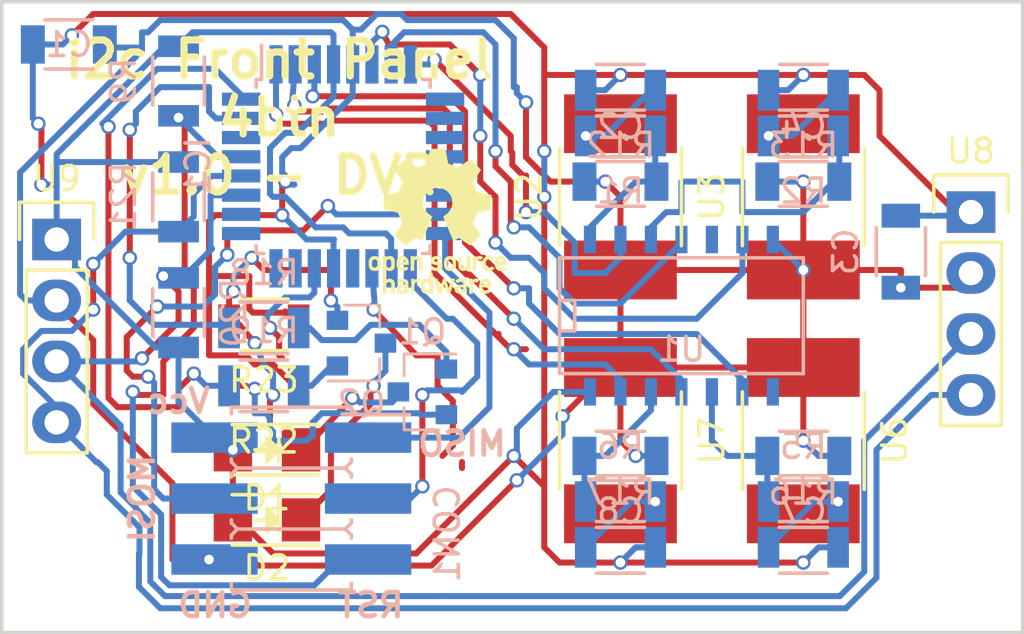
<source format=kicad_pcb>
(kicad_pcb (version 4) (host pcbnew 4.0.5+dfsg1-4)

  (general
    (links 74)
    (no_connects 0)
    (area 32.690999 21.006999 124.662001 47.825)
    (thickness 1.6)
    (drawings 12)
    (tracks 655)
    (zones 0)
    (modules 38)
    (nets 47)
  )

  (page A4)
  (layers
    (0 F.Cu signal)
    (31 B.Cu signal)
    (32 B.Adhes user)
    (33 F.Adhes user)
    (34 B.Paste user)
    (35 F.Paste user)
    (36 B.SilkS user)
    (37 F.SilkS user)
    (38 B.Mask user)
    (39 F.Mask user)
    (40 Dwgs.User user)
    (41 Cmts.User user)
    (42 Eco1.User user)
    (43 Eco2.User user)
    (44 Edge.Cuts user)
    (45 Margin user)
    (46 B.CrtYd user)
    (47 F.CrtYd user)
    (48 B.Fab user)
    (49 F.Fab user)
  )

  (setup
    (last_trace_width 0.25)
    (trace_clearance 0.2)
    (zone_clearance 0.508)
    (zone_45_only no)
    (trace_min 0.2)
    (segment_width 0.2)
    (edge_width 0.15)
    (via_size 0.6)
    (via_drill 0.4)
    (via_min_size 0.4)
    (via_min_drill 0.3)
    (uvia_size 0.3)
    (uvia_drill 0.1)
    (uvias_allowed no)
    (uvia_min_size 0.2)
    (uvia_min_drill 0.1)
    (pcb_text_width 0.3)
    (pcb_text_size 1.5 1.5)
    (mod_edge_width 0.15)
    (mod_text_size 1 1)
    (mod_text_width 0.15)
    (pad_size 1.524 1.524)
    (pad_drill 0.762)
    (pad_to_mask_clearance 0.2)
    (aux_axis_origin 0 0)
    (visible_elements FFFFFF7F)
    (pcbplotparams
      (layerselection 0x010ff_80000001)
      (usegerberextensions false)
      (excludeedgelayer true)
      (linewidth 0.100000)
      (plotframeref false)
      (viasonmask false)
      (mode 1)
      (useauxorigin false)
      (hpglpennumber 1)
      (hpglpenspeed 20)
      (hpglpendiameter 15)
      (hpglpenoverlay 2)
      (psnegative false)
      (psa4output false)
      (plotreference true)
      (plotvalue true)
      (plotinvisibletext false)
      (padsonsilk false)
      (subtractmaskfromsilk false)
      (outputformat 1)
      (mirror false)
      (drillshape 0)
      (scaleselection 1)
      (outputdirectory gerbers/4x7seg_6buttons/))
  )

  (net 0 "")
  (net 1 VCC)
  (net 2 GND)
  (net 3 /B1)
  (net 4 /B2)
  (net 5 /B3)
  (net 6 /B4)
  (net 7 /B5)
  (net 8 /B6)
  (net 9 /C)
  (net 10 /SCK)
  (net 11 /RST)
  (net 12 /B)
  (net 13 "Net-(D1-Pad1)")
  (net 14 "Net-(D2-Pad1)")
  (net 15 /SW6)
  (net 16 /SW5)
  (net 17 /SW4)
  (net 18 /SW3)
  (net 19 /SW2)
  (net 20 /SW1)
  (net 21 /LD0)
  (net 22 /LD1)
  (net 23 /LD2)
  (net 24 /LD3)
  (net 25 /A)
  (net 26 /D)
  (net 27 "Net-(IC1-Pad19)")
  (net 28 "Net-(IC1-Pad20)")
  (net 29 "Net-(IC1-Pad22)")
  (net 30 "Net-(IC1-Pad23)")
  (net 31 "Net-(IC1-Pad24)")
  (net 32 "Net-(IC1-Pad25)")
  (net 33 "Net-(IC1-Pad26)")
  (net 34 /SDA)
  (net 35 /SCL)
  (net 36 "Net-(IC1-Pad30)")
  (net 37 /LED1)
  (net 38 /LED2)
  (net 39 "Net-(Q1-Pad1)")
  (net 40 "Net-(Q1-Pad2)")
  (net 41 "Net-(Q2-Pad1)")
  (net 42 "Net-(Q2-Pad2)")
  (net 43 /S1)
  (net 44 /S2)
  (net 45 /S5)
  (net 46 /S6)

  (net_class Default "This is the default net class."
    (clearance 0.2)
    (trace_width 0.25)
    (via_dia 0.6)
    (via_drill 0.4)
    (uvia_dia 0.3)
    (uvia_drill 0.1)
    (add_net /A)
    (add_net /B)
    (add_net /B1)
    (add_net /B2)
    (add_net /B3)
    (add_net /B4)
    (add_net /B5)
    (add_net /B6)
    (add_net /C)
    (add_net /D)
    (add_net /LD0)
    (add_net /LD1)
    (add_net /LD2)
    (add_net /LD3)
    (add_net /LED1)
    (add_net /LED2)
    (add_net /RST)
    (add_net /S1)
    (add_net /S2)
    (add_net /S5)
    (add_net /S6)
    (add_net /SCK)
    (add_net /SCL)
    (add_net /SDA)
    (add_net /SW1)
    (add_net /SW2)
    (add_net /SW3)
    (add_net /SW4)
    (add_net /SW5)
    (add_net /SW6)
    (add_net GND)
    (add_net "Net-(D1-Pad1)")
    (add_net "Net-(D2-Pad1)")
    (add_net "Net-(IC1-Pad19)")
    (add_net "Net-(IC1-Pad20)")
    (add_net "Net-(IC1-Pad22)")
    (add_net "Net-(IC1-Pad23)")
    (add_net "Net-(IC1-Pad24)")
    (add_net "Net-(IC1-Pad25)")
    (add_net "Net-(IC1-Pad26)")
    (add_net "Net-(IC1-Pad30)")
    (add_net "Net-(Q1-Pad1)")
    (add_net "Net-(Q1-Pad2)")
    (add_net "Net-(Q2-Pad1)")
    (add_net "Net-(Q2-Pad2)")
    (add_net VCC)
  )

  (module Housings_QFP:TQFP-32_7x7mm_Pitch0.8mm (layer B.Cu) (tedit 54130A77) (tstamp 5B8F3B0D)
    (at 46.99 27.94 270)
    (descr "32-Lead Plastic Thin Quad Flatpack (PT) - 7x7x1.0 mm Body, 2.00 mm [TQFP] (see Microchip Packaging Specification 00000049BS.pdf)")
    (tags "QFP 0.8")
    (path /5B8A9BE8)
    (attr smd)
    (fp_text reference IC1 (at 0 6.05 270) (layer B.SilkS)
      (effects (font (size 1 1) (thickness 0.15)) (justify mirror))
    )
    (fp_text value ATTINY88-A (at 0 -6.05 270) (layer B.Fab)
      (effects (font (size 1 1) (thickness 0.15)) (justify mirror))
    )
    (fp_text user %R (at 0 0 270) (layer B.Fab)
      (effects (font (size 1 1) (thickness 0.15)) (justify mirror))
    )
    (fp_line (start -2.5 3.5) (end 3.5 3.5) (layer B.Fab) (width 0.15))
    (fp_line (start 3.5 3.5) (end 3.5 -3.5) (layer B.Fab) (width 0.15))
    (fp_line (start 3.5 -3.5) (end -3.5 -3.5) (layer B.Fab) (width 0.15))
    (fp_line (start -3.5 -3.5) (end -3.5 2.5) (layer B.Fab) (width 0.15))
    (fp_line (start -3.5 2.5) (end -2.5 3.5) (layer B.Fab) (width 0.15))
    (fp_line (start -5.3 5.3) (end -5.3 -5.3) (layer B.CrtYd) (width 0.05))
    (fp_line (start 5.3 5.3) (end 5.3 -5.3) (layer B.CrtYd) (width 0.05))
    (fp_line (start -5.3 5.3) (end 5.3 5.3) (layer B.CrtYd) (width 0.05))
    (fp_line (start -5.3 -5.3) (end 5.3 -5.3) (layer B.CrtYd) (width 0.05))
    (fp_line (start -3.625 3.625) (end -3.625 3.4) (layer B.SilkS) (width 0.15))
    (fp_line (start 3.625 3.625) (end 3.625 3.3) (layer B.SilkS) (width 0.15))
    (fp_line (start 3.625 -3.625) (end 3.625 -3.3) (layer B.SilkS) (width 0.15))
    (fp_line (start -3.625 -3.625) (end -3.625 -3.3) (layer B.SilkS) (width 0.15))
    (fp_line (start -3.625 3.625) (end -3.3 3.625) (layer B.SilkS) (width 0.15))
    (fp_line (start -3.625 -3.625) (end -3.3 -3.625) (layer B.SilkS) (width 0.15))
    (fp_line (start 3.625 -3.625) (end 3.3 -3.625) (layer B.SilkS) (width 0.15))
    (fp_line (start 3.625 3.625) (end 3.3 3.625) (layer B.SilkS) (width 0.15))
    (fp_line (start -3.625 3.4) (end -5.05 3.4) (layer B.SilkS) (width 0.15))
    (pad 1 smd rect (at -4.25 2.8 270) (size 1.6 0.55) (layers B.Cu B.Paste B.Mask)
      (net 15 /SW6))
    (pad 2 smd rect (at -4.25 2 270) (size 1.6 0.55) (layers B.Cu B.Paste B.Mask)
      (net 16 /SW5))
    (pad 3 smd rect (at -4.25 1.2 270) (size 1.6 0.55) (layers B.Cu B.Paste B.Mask)
      (net 17 /SW4))
    (pad 4 smd rect (at -4.25 0.4 270) (size 1.6 0.55) (layers B.Cu B.Paste B.Mask)
      (net 1 VCC))
    (pad 5 smd rect (at -4.25 -0.4 270) (size 1.6 0.55) (layers B.Cu B.Paste B.Mask)
      (net 2 GND))
    (pad 6 smd rect (at -4.25 -1.2 270) (size 1.6 0.55) (layers B.Cu B.Paste B.Mask)
      (net 18 /SW3))
    (pad 7 smd rect (at -4.25 -2 270) (size 1.6 0.55) (layers B.Cu B.Paste B.Mask)
      (net 19 /SW2))
    (pad 8 smd rect (at -4.25 -2.8 270) (size 1.6 0.55) (layers B.Cu B.Paste B.Mask)
      (net 20 /SW1))
    (pad 9 smd rect (at -2.8 -4.25 180) (size 1.6 0.55) (layers B.Cu B.Paste B.Mask)
      (net 21 /LD0))
    (pad 10 smd rect (at -2 -4.25 180) (size 1.6 0.55) (layers B.Cu B.Paste B.Mask)
      (net 22 /LD1))
    (pad 11 smd rect (at -1.2 -4.25 180) (size 1.6 0.55) (layers B.Cu B.Paste B.Mask)
      (net 23 /LD2))
    (pad 12 smd rect (at -0.4 -4.25 180) (size 1.6 0.55) (layers B.Cu B.Paste B.Mask)
      (net 24 /LD3))
    (pad 13 smd rect (at 0.4 -4.25 180) (size 1.6 0.55) (layers B.Cu B.Paste B.Mask)
      (net 25 /A))
    (pad 14 smd rect (at 1.2 -4.25 180) (size 1.6 0.55) (layers B.Cu B.Paste B.Mask)
      (net 26 /D))
    (pad 15 smd rect (at 2 -4.25 180) (size 1.6 0.55) (layers B.Cu B.Paste B.Mask)
      (net 12 /B))
    (pad 16 smd rect (at 2.8 -4.25 180) (size 1.6 0.55) (layers B.Cu B.Paste B.Mask)
      (net 9 /C))
    (pad 17 smd rect (at 4.25 -2.8 270) (size 1.6 0.55) (layers B.Cu B.Paste B.Mask)
      (net 10 /SCK))
    (pad 18 smd rect (at 4.25 -2 270) (size 1.6 0.55) (layers B.Cu B.Paste B.Mask)
      (net 1 VCC))
    (pad 19 smd rect (at 4.25 -1.2 270) (size 1.6 0.55) (layers B.Cu B.Paste B.Mask)
      (net 27 "Net-(IC1-Pad19)"))
    (pad 20 smd rect (at 4.25 -0.4 270) (size 1.6 0.55) (layers B.Cu B.Paste B.Mask)
      (net 28 "Net-(IC1-Pad20)"))
    (pad 21 smd rect (at 4.25 0.4 270) (size 1.6 0.55) (layers B.Cu B.Paste B.Mask)
      (net 2 GND))
    (pad 22 smd rect (at 4.25 1.2 270) (size 1.6 0.55) (layers B.Cu B.Paste B.Mask)
      (net 29 "Net-(IC1-Pad22)"))
    (pad 23 smd rect (at 4.25 2 270) (size 1.6 0.55) (layers B.Cu B.Paste B.Mask)
      (net 30 "Net-(IC1-Pad23)"))
    (pad 24 smd rect (at 4.25 2.8 270) (size 1.6 0.55) (layers B.Cu B.Paste B.Mask)
      (net 31 "Net-(IC1-Pad24)"))
    (pad 25 smd rect (at 2.8 4.25 180) (size 1.6 0.55) (layers B.Cu B.Paste B.Mask)
      (net 32 "Net-(IC1-Pad25)"))
    (pad 26 smd rect (at 2 4.25 180) (size 1.6 0.55) (layers B.Cu B.Paste B.Mask)
      (net 33 "Net-(IC1-Pad26)"))
    (pad 27 smd rect (at 1.2 4.25 180) (size 1.6 0.55) (layers B.Cu B.Paste B.Mask)
      (net 34 /SDA))
    (pad 28 smd rect (at 0.4 4.25 180) (size 1.6 0.55) (layers B.Cu B.Paste B.Mask)
      (net 35 /SCL))
    (pad 29 smd rect (at -0.4 4.25 180) (size 1.6 0.55) (layers B.Cu B.Paste B.Mask)
      (net 11 /RST))
    (pad 30 smd rect (at -1.2 4.25 180) (size 1.6 0.55) (layers B.Cu B.Paste B.Mask)
      (net 36 "Net-(IC1-Pad30)"))
    (pad 31 smd rect (at -2 4.25 180) (size 1.6 0.55) (layers B.Cu B.Paste B.Mask)
      (net 37 /LED1))
    (pad 32 smd rect (at -2.8 4.25 180) (size 1.6 0.55) (layers B.Cu B.Paste B.Mask)
      (net 38 /LED2))
    (model Housings_QFP.3dshapes/TQFP-32_7x7mm_Pitch0.8mm.wrl
      (at (xyz 0 0 0))
      (scale (xyz 1 1 1))
      (rotate (xyz 0 0 0))
    )
  )

  (module Resistors_SMD:R_1206 (layer B.Cu) (tedit 58307BE8) (tstamp 5B8F3B9D)
    (at 58.547 43.815 180)
    (descr "Resistor SMD 1206, reflow soldering, Vishay (see dcrcw.pdf)")
    (tags "resistor 1206")
    (path /5B919353)
    (attr smd)
    (fp_text reference R17 (at 0 2.3 180) (layer B.SilkS)
      (effects (font (size 1 1) (thickness 0.15)) (justify mirror))
    )
    (fp_text value 10k (at 0 -2.3 180) (layer B.Fab)
      (effects (font (size 1 1) (thickness 0.15)) (justify mirror))
    )
    (fp_line (start -1.6 -0.8) (end -1.6 0.8) (layer B.Fab) (width 0.1))
    (fp_line (start 1.6 -0.8) (end -1.6 -0.8) (layer B.Fab) (width 0.1))
    (fp_line (start 1.6 0.8) (end 1.6 -0.8) (layer B.Fab) (width 0.1))
    (fp_line (start -1.6 0.8) (end 1.6 0.8) (layer B.Fab) (width 0.1))
    (fp_line (start -2.2 1.2) (end 2.2 1.2) (layer B.CrtYd) (width 0.05))
    (fp_line (start -2.2 -1.2) (end 2.2 -1.2) (layer B.CrtYd) (width 0.05))
    (fp_line (start -2.2 1.2) (end -2.2 -1.2) (layer B.CrtYd) (width 0.05))
    (fp_line (start 2.2 1.2) (end 2.2 -1.2) (layer B.CrtYd) (width 0.05))
    (fp_line (start 1 -1.075) (end -1 -1.075) (layer B.SilkS) (width 0.15))
    (fp_line (start -1 1.075) (end 1 1.075) (layer B.SilkS) (width 0.15))
    (pad 1 smd rect (at -1.45 0 180) (size 0.9 1.7) (layers B.Cu B.Paste B.Mask)
      (net 1 VCC))
    (pad 2 smd rect (at 1.45 0 180) (size 0.9 1.7) (layers B.Cu B.Paste B.Mask)
      (net 46 /S6))
    (model Resistors_SMD.3dshapes/R_1206.wrl
      (at (xyz 0 0 0))
      (scale (xyz 1 1 1))
      (rotate (xyz 0 0 0))
    )
  )

  (module Capacitors_SMD:C_1206 (layer B.Cu) (tedit 5B93EE59) (tstamp 5B8F3AA9)
    (at 35.56 22.86)
    (descr "Capacitor SMD 1206, reflow soldering, AVX (see smccp.pdf)")
    (tags "capacitor 1206")
    (path /5B8E5A23)
    (attr smd)
    (fp_text reference C1 (at 0 0) (layer B.SilkS)
      (effects (font (size 1 1) (thickness 0.15)) (justify mirror))
    )
    (fp_text value 0.1uF (at -0.254 1.905) (layer B.Fab)
      (effects (font (size 1 1) (thickness 0.15)) (justify mirror))
    )
    (fp_line (start -1.6 -0.8) (end -1.6 0.8) (layer B.Fab) (width 0.15))
    (fp_line (start 1.6 -0.8) (end -1.6 -0.8) (layer B.Fab) (width 0.15))
    (fp_line (start 1.6 0.8) (end 1.6 -0.8) (layer B.Fab) (width 0.15))
    (fp_line (start -1.6 0.8) (end 1.6 0.8) (layer B.Fab) (width 0.15))
    (fp_line (start -2.3 1.15) (end 2.3 1.15) (layer B.CrtYd) (width 0.05))
    (fp_line (start -2.3 -1.15) (end 2.3 -1.15) (layer B.CrtYd) (width 0.05))
    (fp_line (start -2.3 1.15) (end -2.3 -1.15) (layer B.CrtYd) (width 0.05))
    (fp_line (start 2.3 1.15) (end 2.3 -1.15) (layer B.CrtYd) (width 0.05))
    (fp_line (start 1 1.025) (end -1 1.025) (layer B.SilkS) (width 0.15))
    (fp_line (start -1 -1.025) (end 1 -1.025) (layer B.SilkS) (width 0.15))
    (pad 1 smd rect (at -1.5 0) (size 1 1.6) (layers B.Cu B.Paste B.Mask)
      (net 1 VCC))
    (pad 2 smd rect (at 1.5 0) (size 1 1.6) (layers B.Cu B.Paste B.Mask)
      (net 2 GND))
    (model Capacitors_SMD.3dshapes/C_1206.wrl
      (at (xyz 0 0 0))
      (scale (xyz 1 1 1))
      (rotate (xyz 0 0 0))
    )
  )

  (module Capacitors_SMD:C_1206 (layer B.Cu) (tedit 5415D7BD) (tstamp 5B8F3AAF)
    (at 58.547 28.575 180)
    (descr "Capacitor SMD 1206, reflow soldering, AVX (see smccp.pdf)")
    (tags "capacitor 1206")
    (path /5B90E9F5)
    (attr smd)
    (fp_text reference C2 (at 0 2.3 180) (layer B.SilkS)
      (effects (font (size 1 1) (thickness 0.15)) (justify mirror))
    )
    (fp_text value 0.1uF (at 0 -2.3 180) (layer B.Fab)
      (effects (font (size 1 1) (thickness 0.15)) (justify mirror))
    )
    (fp_line (start -1.6 -0.8) (end -1.6 0.8) (layer B.Fab) (width 0.15))
    (fp_line (start 1.6 -0.8) (end -1.6 -0.8) (layer B.Fab) (width 0.15))
    (fp_line (start 1.6 0.8) (end 1.6 -0.8) (layer B.Fab) (width 0.15))
    (fp_line (start -1.6 0.8) (end 1.6 0.8) (layer B.Fab) (width 0.15))
    (fp_line (start -2.3 1.15) (end 2.3 1.15) (layer B.CrtYd) (width 0.05))
    (fp_line (start -2.3 -1.15) (end 2.3 -1.15) (layer B.CrtYd) (width 0.05))
    (fp_line (start -2.3 1.15) (end -2.3 -1.15) (layer B.CrtYd) (width 0.05))
    (fp_line (start 2.3 1.15) (end 2.3 -1.15) (layer B.CrtYd) (width 0.05))
    (fp_line (start 1 1.025) (end -1 1.025) (layer B.SilkS) (width 0.15))
    (fp_line (start -1 -1.025) (end 1 -1.025) (layer B.SilkS) (width 0.15))
    (pad 1 smd rect (at -1.5 0 180) (size 1 1.6) (layers B.Cu B.Paste B.Mask)
      (net 3 /B1))
    (pad 2 smd rect (at 1.5 0 180) (size 1 1.6) (layers B.Cu B.Paste B.Mask)
      (net 2 GND))
    (model Capacitors_SMD.3dshapes/C_1206.wrl
      (at (xyz 0 0 0))
      (scale (xyz 1 1 1))
      (rotate (xyz 0 0 0))
    )
  )

  (module Capacitors_SMD:C_1206 (layer B.Cu) (tedit 5415D7BD) (tstamp 5B8F3AB5)
    (at 70.231 31.496 270)
    (descr "Capacitor SMD 1206, reflow soldering, AVX (see smccp.pdf)")
    (tags "capacitor 1206")
    (path /5B8DBB8A)
    (attr smd)
    (fp_text reference C3 (at 0 2.3 270) (layer B.SilkS)
      (effects (font (size 1 1) (thickness 0.15)) (justify mirror))
    )
    (fp_text value 0.1uF (at 0 -2.3 270) (layer B.Fab)
      (effects (font (size 1 1) (thickness 0.15)) (justify mirror))
    )
    (fp_line (start -1.6 -0.8) (end -1.6 0.8) (layer B.Fab) (width 0.15))
    (fp_line (start 1.6 -0.8) (end -1.6 -0.8) (layer B.Fab) (width 0.15))
    (fp_line (start 1.6 0.8) (end 1.6 -0.8) (layer B.Fab) (width 0.15))
    (fp_line (start -1.6 0.8) (end 1.6 0.8) (layer B.Fab) (width 0.15))
    (fp_line (start -2.3 1.15) (end 2.3 1.15) (layer B.CrtYd) (width 0.05))
    (fp_line (start -2.3 -1.15) (end 2.3 -1.15) (layer B.CrtYd) (width 0.05))
    (fp_line (start -2.3 1.15) (end -2.3 -1.15) (layer B.CrtYd) (width 0.05))
    (fp_line (start 2.3 1.15) (end 2.3 -1.15) (layer B.CrtYd) (width 0.05))
    (fp_line (start 1 1.025) (end -1 1.025) (layer B.SilkS) (width 0.15))
    (fp_line (start -1 -1.025) (end 1 -1.025) (layer B.SilkS) (width 0.15))
    (pad 1 smd rect (at -1.5 0 270) (size 1 1.6) (layers B.Cu B.Paste B.Mask)
      (net 1 VCC))
    (pad 2 smd rect (at 1.5 0 270) (size 1 1.6) (layers B.Cu B.Paste B.Mask)
      (net 2 GND))
    (model Capacitors_SMD.3dshapes/C_1206.wrl
      (at (xyz 0 0 0))
      (scale (xyz 1 1 1))
      (rotate (xyz 0 0 0))
    )
  )

  (module Capacitors_SMD:C_1206 (layer B.Cu) (tedit 5415D7BD) (tstamp 5B8F3ABB)
    (at 66.167 28.575 180)
    (descr "Capacitor SMD 1206, reflow soldering, AVX (see smccp.pdf)")
    (tags "capacitor 1206")
    (path /5B90EBFB)
    (attr smd)
    (fp_text reference C4 (at 0 2.3 180) (layer B.SilkS)
      (effects (font (size 1 1) (thickness 0.15)) (justify mirror))
    )
    (fp_text value 0.1uF (at 0 -2.3 180) (layer B.Fab)
      (effects (font (size 1 1) (thickness 0.15)) (justify mirror))
    )
    (fp_line (start -1.6 -0.8) (end -1.6 0.8) (layer B.Fab) (width 0.15))
    (fp_line (start 1.6 -0.8) (end -1.6 -0.8) (layer B.Fab) (width 0.15))
    (fp_line (start 1.6 0.8) (end 1.6 -0.8) (layer B.Fab) (width 0.15))
    (fp_line (start -1.6 0.8) (end 1.6 0.8) (layer B.Fab) (width 0.15))
    (fp_line (start -2.3 1.15) (end 2.3 1.15) (layer B.CrtYd) (width 0.05))
    (fp_line (start -2.3 -1.15) (end 2.3 -1.15) (layer B.CrtYd) (width 0.05))
    (fp_line (start -2.3 1.15) (end -2.3 -1.15) (layer B.CrtYd) (width 0.05))
    (fp_line (start 2.3 1.15) (end 2.3 -1.15) (layer B.CrtYd) (width 0.05))
    (fp_line (start 1 1.025) (end -1 1.025) (layer B.SilkS) (width 0.15))
    (fp_line (start -1 -1.025) (end 1 -1.025) (layer B.SilkS) (width 0.15))
    (pad 1 smd rect (at -1.5 0 180) (size 1 1.6) (layers B.Cu B.Paste B.Mask)
      (net 4 /B2))
    (pad 2 smd rect (at 1.5 0 180) (size 1 1.6) (layers B.Cu B.Paste B.Mask)
      (net 2 GND))
    (model Capacitors_SMD.3dshapes/C_1206.wrl
      (at (xyz 0 0 0))
      (scale (xyz 1 1 1))
      (rotate (xyz 0 0 0))
    )
  )

  (module Capacitors_SMD:C_1206 (layer B.Cu) (tedit 5415D7BD) (tstamp 5B8F3ACD)
    (at 66.167 40.005)
    (descr "Capacitor SMD 1206, reflow soldering, AVX (see smccp.pdf)")
    (tags "capacitor 1206")
    (path /5B90EEF5)
    (attr smd)
    (fp_text reference C7 (at 0 2.3) (layer B.SilkS)
      (effects (font (size 1 1) (thickness 0.15)) (justify mirror))
    )
    (fp_text value 0.1uF (at 0 -2.3) (layer B.Fab)
      (effects (font (size 1 1) (thickness 0.15)) (justify mirror))
    )
    (fp_line (start -1.6 -0.8) (end -1.6 0.8) (layer B.Fab) (width 0.15))
    (fp_line (start 1.6 -0.8) (end -1.6 -0.8) (layer B.Fab) (width 0.15))
    (fp_line (start 1.6 0.8) (end 1.6 -0.8) (layer B.Fab) (width 0.15))
    (fp_line (start -1.6 0.8) (end 1.6 0.8) (layer B.Fab) (width 0.15))
    (fp_line (start -2.3 1.15) (end 2.3 1.15) (layer B.CrtYd) (width 0.05))
    (fp_line (start -2.3 -1.15) (end 2.3 -1.15) (layer B.CrtYd) (width 0.05))
    (fp_line (start -2.3 1.15) (end -2.3 -1.15) (layer B.CrtYd) (width 0.05))
    (fp_line (start 2.3 1.15) (end 2.3 -1.15) (layer B.CrtYd) (width 0.05))
    (fp_line (start 1 1.025) (end -1 1.025) (layer B.SilkS) (width 0.15))
    (fp_line (start -1 -1.025) (end 1 -1.025) (layer B.SilkS) (width 0.15))
    (pad 1 smd rect (at -1.5 0) (size 1 1.6) (layers B.Cu B.Paste B.Mask)
      (net 7 /B5))
    (pad 2 smd rect (at 1.5 0) (size 1 1.6) (layers B.Cu B.Paste B.Mask)
      (net 2 GND))
    (model Capacitors_SMD.3dshapes/C_1206.wrl
      (at (xyz 0 0 0))
      (scale (xyz 1 1 1))
      (rotate (xyz 0 0 0))
    )
  )

  (module Capacitors_SMD:C_1206 (layer B.Cu) (tedit 5415D7BD) (tstamp 5B8F3AD3)
    (at 58.547 40.005)
    (descr "Capacitor SMD 1206, reflow soldering, AVX (see smccp.pdf)")
    (tags "capacitor 1206")
    (path /5B90EFF9)
    (attr smd)
    (fp_text reference C8 (at 0 2.3) (layer B.SilkS)
      (effects (font (size 1 1) (thickness 0.15)) (justify mirror))
    )
    (fp_text value 0.1uF (at 0 -2.3) (layer B.Fab)
      (effects (font (size 1 1) (thickness 0.15)) (justify mirror))
    )
    (fp_line (start -1.6 -0.8) (end -1.6 0.8) (layer B.Fab) (width 0.15))
    (fp_line (start 1.6 -0.8) (end -1.6 -0.8) (layer B.Fab) (width 0.15))
    (fp_line (start 1.6 0.8) (end 1.6 -0.8) (layer B.Fab) (width 0.15))
    (fp_line (start -1.6 0.8) (end 1.6 0.8) (layer B.Fab) (width 0.15))
    (fp_line (start -2.3 1.15) (end 2.3 1.15) (layer B.CrtYd) (width 0.05))
    (fp_line (start -2.3 -1.15) (end 2.3 -1.15) (layer B.CrtYd) (width 0.05))
    (fp_line (start -2.3 1.15) (end -2.3 -1.15) (layer B.CrtYd) (width 0.05))
    (fp_line (start 2.3 1.15) (end 2.3 -1.15) (layer B.CrtYd) (width 0.05))
    (fp_line (start 1 1.025) (end -1 1.025) (layer B.SilkS) (width 0.15))
    (fp_line (start -1 -1.025) (end 1 -1.025) (layer B.SilkS) (width 0.15))
    (pad 1 smd rect (at -1.5 0) (size 1 1.6) (layers B.Cu B.Paste B.Mask)
      (net 8 /B6))
    (pad 2 smd rect (at 1.5 0) (size 1 1.6) (layers B.Cu B.Paste B.Mask)
      (net 2 GND))
    (model Capacitors_SMD.3dshapes/C_1206.wrl
      (at (xyz 0 0 0))
      (scale (xyz 1 1 1))
      (rotate (xyz 0 0 0))
    )
  )

  (module Pin_Headers:Pin_Header_Straight_SMT_02x03 (layer B.Cu) (tedit 5B93F124) (tstamp 5B8F3ADD)
    (at 44.831 41.783 270)
    (descr "SMT pin header")
    (tags "SMT pin header")
    (path /5B8AAE4C)
    (attr smd)
    (fp_text reference CON1 (at 1.47 -6.5 270) (layer B.SilkS)
      (effects (font (size 1 1) (thickness 0.15)) (justify mirror))
    )
    (fp_text value AVR-ISP (at 0.1 6.55 270) (layer B.Fab)
      (effects (font (size 1 1) (thickness 0.15)) (justify mirror))
    )
    (fp_line (start -3.5 -2.5) (end -3.5 -4.925) (layer B.SilkS) (width 0.15))
    (fp_line (start -4.35 -5.5) (end 4.35 -5.5) (layer B.CrtYd) (width 0.05))
    (fp_line (start 4.35 -5.5) (end 4.35 5.5) (layer B.CrtYd) (width 0.05))
    (fp_line (start 4.35 5.5) (end -4.35 5.5) (layer B.CrtYd) (width 0.05))
    (fp_line (start -4.35 5.5) (end -4.35 -5.5) (layer B.CrtYd) (width 0.05))
    (fp_line (start -1.27 -2.25) (end -1.27 2.25) (layer B.SilkS) (width 0.15))
    (fp_line (start 3.81 2.5) (end 3.53 2.5) (layer B.SilkS) (width 0.15))
    (fp_line (start 3.81 2.5) (end 3.81 -2.5) (layer B.SilkS) (width 0.15))
    (fp_line (start 3.81 -2.5) (end 3.53 -2.5) (layer B.SilkS) (width 0.15))
    (fp_line (start -3.81 -2.5) (end -3.53 -2.5) (layer B.SilkS) (width 0.15))
    (fp_line (start -3.81 2.5) (end -3.81 -2.5) (layer B.SilkS) (width 0.15))
    (fp_line (start -1.651 2.5) (end -1.524 2.5) (layer B.SilkS) (width 0.15))
    (fp_line (start -1.524 2.5) (end -1.27 2.246) (layer B.SilkS) (width 0.15))
    (fp_line (start -1.27 2.246) (end -1.016 2.5) (layer B.SilkS) (width 0.15))
    (fp_line (start -1.016 2.5) (end -0.889 2.5) (layer B.SilkS) (width 0.15))
    (fp_line (start -3.81 2.5) (end -3.53 2.5) (layer B.SilkS) (width 0.15))
    (fp_line (start 0.889 2.5) (end 1.016 2.5) (layer B.SilkS) (width 0.15))
    (fp_line (start -0.889 -2.5) (end -1.016 -2.5) (layer B.SilkS) (width 0.15))
    (fp_line (start 1.27 2.246) (end 1.524 2.5) (layer B.SilkS) (width 0.15))
    (fp_line (start -1.27 -2.246) (end -1.524 -2.5) (layer B.SilkS) (width 0.15))
    (fp_line (start 1.524 2.5) (end 1.651 2.5) (layer B.SilkS) (width 0.15))
    (fp_line (start -1.524 -2.5) (end -1.651 -2.5) (layer B.SilkS) (width 0.15))
    (fp_line (start 1.016 2.5) (end 1.27 2.246) (layer B.SilkS) (width 0.15))
    (fp_line (start -1.016 -2.5) (end -1.27 -2.246) (layer B.SilkS) (width 0.15))
    (fp_line (start 1.651 -2.5) (end 1.524 -2.5) (layer B.SilkS) (width 0.15))
    (fp_line (start 1.016 -2.5) (end 0.889 -2.5) (layer B.SilkS) (width 0.15))
    (fp_line (start 1.27 -2.246) (end 1.016 -2.5) (layer B.SilkS) (width 0.15))
    (fp_line (start 1.524 -2.5) (end 1.27 -2.246) (layer B.SilkS) (width 0.15))
    (fp_line (start 1.27 -2.25) (end 1.27 2.25) (layer B.SilkS) (width 0.15))
    (pad 1 smd rect (at -2.54 -3.2 270) (size 1.27 3.6) (layers B.Cu B.Paste B.Mask)
      (net 9 /C))
    (pad 3 smd rect (at 0 -3.2 270) (size 1.27 3.6) (layers B.Cu B.Paste B.Mask)
      (net 10 /SCK))
    (pad 5 smd rect (at 2.54 -3.2 270) (size 1.27 3.6) (layers B.Cu B.Paste B.Mask)
      (net 11 /RST))
    (pad 6 smd rect (at 2.54 3.2 270) (size 1.27 3.6) (layers B.Cu B.Paste B.Mask)
      (net 2 GND))
    (pad 4 smd rect (at 0 3.2 270) (size 1.27 3.6) (layers B.Cu B.Paste B.Mask)
      (net 12 /B))
    (pad 2 smd rect (at -2.54 3.2 270) (size 1.27 3.6) (layers B.Cu B.Paste B.Mask)
      (net 1 VCC))
    (model Pin_Headers.3dshapes/Pin_Header_Straight_SMT_02x03.wrl
      (at (xyz 0 0 0))
      (scale (xyz 1 1 1))
      (rotate (xyz 0 0 0))
    )
  )

  (module LEDs:LED_1206 (layer F.Cu) (tedit 57ABE035) (tstamp 5B8F3AE3)
    (at 43.815 39.751 180)
    (descr "LED 1206 smd package")
    (tags "LED1206 SMD")
    (path /5B8AE0AA)
    (attr smd)
    (fp_text reference D1 (at 0 -2 180) (layer F.SilkS)
      (effects (font (size 1 1) (thickness 0.15)))
    )
    (fp_text value LED (at 0 2 180) (layer F.Fab)
      (effects (font (size 1 1) (thickness 0.15)))
    )
    (fp_line (start -0.5 -0.5) (end -0.5 0.5) (layer F.Fab) (width 0.15))
    (fp_line (start -0.5 0) (end 0 -0.5) (layer F.Fab) (width 0.15))
    (fp_line (start 0 0.5) (end -0.5 0) (layer F.Fab) (width 0.15))
    (fp_line (start 0 -0.5) (end 0 0.5) (layer F.Fab) (width 0.15))
    (fp_line (start -1.6 0.8) (end -1.6 -0.8) (layer F.Fab) (width 0.15))
    (fp_line (start 1.6 0.8) (end -1.6 0.8) (layer F.Fab) (width 0.15))
    (fp_line (start 1.6 -0.8) (end 1.6 0.8) (layer F.Fab) (width 0.15))
    (fp_line (start -1.6 -0.8) (end 1.6 -0.8) (layer F.Fab) (width 0.15))
    (fp_line (start -2.15 1.05) (end 1.45 1.05) (layer F.SilkS) (width 0.15))
    (fp_line (start -2.15 -1.05) (end 1.45 -1.05) (layer F.SilkS) (width 0.15))
    (fp_line (start -0.1 -0.3) (end -0.1 0.3) (layer F.SilkS) (width 0.15))
    (fp_line (start -0.1 0.3) (end -0.4 0) (layer F.SilkS) (width 0.15))
    (fp_line (start -0.4 0) (end -0.2 -0.2) (layer F.SilkS) (width 0.15))
    (fp_line (start -0.2 -0.2) (end -0.2 0.05) (layer F.SilkS) (width 0.15))
    (fp_line (start -0.2 0.05) (end -0.25 0) (layer F.SilkS) (width 0.15))
    (fp_line (start -0.5 -0.5) (end -0.5 0.5) (layer F.SilkS) (width 0.15))
    (fp_line (start 0 0) (end 0.5 0) (layer F.SilkS) (width 0.15))
    (fp_line (start -0.5 0) (end 0 -0.5) (layer F.SilkS) (width 0.15))
    (fp_line (start 0 -0.5) (end 0 0.5) (layer F.SilkS) (width 0.15))
    (fp_line (start 0 0.5) (end -0.5 0) (layer F.SilkS) (width 0.15))
    (fp_line (start 2.5 -1.25) (end -2.5 -1.25) (layer F.CrtYd) (width 0.05))
    (fp_line (start -2.5 -1.25) (end -2.5 1.25) (layer F.CrtYd) (width 0.05))
    (fp_line (start -2.5 1.25) (end 2.5 1.25) (layer F.CrtYd) (width 0.05))
    (fp_line (start 2.5 1.25) (end 2.5 -1.25) (layer F.CrtYd) (width 0.05))
    (pad 2 smd rect (at 1.41986 0) (size 1.59766 1.80086) (layers F.Cu F.Paste F.Mask)
      (net 1 VCC))
    (pad 1 smd rect (at -1.41986 0) (size 1.59766 1.80086) (layers F.Cu F.Paste F.Mask)
      (net 13 "Net-(D1-Pad1)"))
    (model LEDs.3dshapes/LED_1206.wrl
      (at (xyz 0 0 0))
      (scale (xyz 1 1 1))
      (rotate (xyz 0 0 180))
    )
  )

  (module LEDs:LED_1206 (layer F.Cu) (tedit 57ABE035) (tstamp 5B8F3AE9)
    (at 43.815 42.672 180)
    (descr "LED 1206 smd package")
    (tags "LED1206 SMD")
    (path /5B8AE2A7)
    (attr smd)
    (fp_text reference D2 (at 0 -2 180) (layer F.SilkS)
      (effects (font (size 1 1) (thickness 0.15)))
    )
    (fp_text value LED (at 0 2 180) (layer F.Fab)
      (effects (font (size 1 1) (thickness 0.15)))
    )
    (fp_line (start -0.5 -0.5) (end -0.5 0.5) (layer F.Fab) (width 0.15))
    (fp_line (start -0.5 0) (end 0 -0.5) (layer F.Fab) (width 0.15))
    (fp_line (start 0 0.5) (end -0.5 0) (layer F.Fab) (width 0.15))
    (fp_line (start 0 -0.5) (end 0 0.5) (layer F.Fab) (width 0.15))
    (fp_line (start -1.6 0.8) (end -1.6 -0.8) (layer F.Fab) (width 0.15))
    (fp_line (start 1.6 0.8) (end -1.6 0.8) (layer F.Fab) (width 0.15))
    (fp_line (start 1.6 -0.8) (end 1.6 0.8) (layer F.Fab) (width 0.15))
    (fp_line (start -1.6 -0.8) (end 1.6 -0.8) (layer F.Fab) (width 0.15))
    (fp_line (start -2.15 1.05) (end 1.45 1.05) (layer F.SilkS) (width 0.15))
    (fp_line (start -2.15 -1.05) (end 1.45 -1.05) (layer F.SilkS) (width 0.15))
    (fp_line (start -0.1 -0.3) (end -0.1 0.3) (layer F.SilkS) (width 0.15))
    (fp_line (start -0.1 0.3) (end -0.4 0) (layer F.SilkS) (width 0.15))
    (fp_line (start -0.4 0) (end -0.2 -0.2) (layer F.SilkS) (width 0.15))
    (fp_line (start -0.2 -0.2) (end -0.2 0.05) (layer F.SilkS) (width 0.15))
    (fp_line (start -0.2 0.05) (end -0.25 0) (layer F.SilkS) (width 0.15))
    (fp_line (start -0.5 -0.5) (end -0.5 0.5) (layer F.SilkS) (width 0.15))
    (fp_line (start 0 0) (end 0.5 0) (layer F.SilkS) (width 0.15))
    (fp_line (start -0.5 0) (end 0 -0.5) (layer F.SilkS) (width 0.15))
    (fp_line (start 0 -0.5) (end 0 0.5) (layer F.SilkS) (width 0.15))
    (fp_line (start 0 0.5) (end -0.5 0) (layer F.SilkS) (width 0.15))
    (fp_line (start 2.5 -1.25) (end -2.5 -1.25) (layer F.CrtYd) (width 0.05))
    (fp_line (start -2.5 -1.25) (end -2.5 1.25) (layer F.CrtYd) (width 0.05))
    (fp_line (start -2.5 1.25) (end 2.5 1.25) (layer F.CrtYd) (width 0.05))
    (fp_line (start 2.5 1.25) (end 2.5 -1.25) (layer F.CrtYd) (width 0.05))
    (pad 2 smd rect (at 1.41986 0) (size 1.59766 1.80086) (layers F.Cu F.Paste F.Mask)
      (net 1 VCC))
    (pad 1 smd rect (at -1.41986 0) (size 1.59766 1.80086) (layers F.Cu F.Paste F.Mask)
      (net 14 "Net-(D2-Pad1)"))
    (model LEDs.3dshapes/LED_1206.wrl
      (at (xyz 0 0 0))
      (scale (xyz 1 1 1))
      (rotate (xyz 0 0 180))
    )
  )

  (module TO_SOT_Packages_SMD:SOT-23 (layer B.Cu) (tedit 583F39EB) (tstamp 5B8F3B14)
    (at 50.292 37.338 180)
    (descr "SOT-23, Standard")
    (tags SOT-23)
    (path /5B8AECDF)
    (attr smd)
    (fp_text reference Q1 (at 0 2.5 180) (layer B.SilkS)
      (effects (font (size 1 1) (thickness 0.15)) (justify mirror))
    )
    (fp_text value 2N7002 (at 0 -2.5 180) (layer B.Fab)
      (effects (font (size 1 1) (thickness 0.15)) (justify mirror))
    )
    (fp_line (start 0.76 -1.58) (end 0.76 -0.65) (layer B.SilkS) (width 0.12))
    (fp_line (start 0.76 1.58) (end 0.76 0.65) (layer B.SilkS) (width 0.12))
    (fp_line (start 0.7 1.52) (end 0.7 -1.52) (layer B.Fab) (width 0.15))
    (fp_line (start -0.7 -1.52) (end 0.7 -1.52) (layer B.Fab) (width 0.15))
    (fp_line (start -1.7 1.75) (end 1.7 1.75) (layer B.CrtYd) (width 0.05))
    (fp_line (start 1.7 1.75) (end 1.7 -1.75) (layer B.CrtYd) (width 0.05))
    (fp_line (start 1.7 -1.75) (end -1.7 -1.75) (layer B.CrtYd) (width 0.05))
    (fp_line (start -1.7 -1.75) (end -1.7 1.75) (layer B.CrtYd) (width 0.05))
    (fp_line (start 0.76 1.58) (end -1.4 1.58) (layer B.SilkS) (width 0.12))
    (fp_line (start -0.7 1.52) (end 0.7 1.52) (layer B.Fab) (width 0.15))
    (fp_line (start -0.7 1.52) (end -0.7 -1.52) (layer B.Fab) (width 0.15))
    (fp_line (start 0.76 -1.58) (end -0.7 -1.58) (layer B.SilkS) (width 0.12))
    (pad 1 smd rect (at -1 0.95 180) (size 0.9 0.8) (layers B.Cu B.Paste B.Mask)
      (net 39 "Net-(Q1-Pad1)"))
    (pad 2 smd rect (at -1 -0.95 180) (size 0.9 0.8) (layers B.Cu B.Paste B.Mask)
      (net 40 "Net-(Q1-Pad2)"))
    (pad 3 smd rect (at 1 0 180) (size 0.9 0.8) (layers B.Cu B.Paste B.Mask)
      (net 13 "Net-(D1-Pad1)"))
    (model TO_SOT_Packages_SMD.3dshapes/SOT-23.wrl
      (at (xyz 0 0 0))
      (scale (xyz 1 1 1))
      (rotate (xyz 0 0 90))
    )
  )

  (module TO_SOT_Packages_SMD:SOT-23 (layer B.Cu) (tedit 583F39EB) (tstamp 5B8F3B1B)
    (at 47.752 35.306)
    (descr "SOT-23, Standard")
    (tags SOT-23)
    (path /5B8AED77)
    (attr smd)
    (fp_text reference Q2 (at 0 2.5) (layer B.SilkS)
      (effects (font (size 1 1) (thickness 0.15)) (justify mirror))
    )
    (fp_text value 2N7002 (at 0 -2.5) (layer B.Fab)
      (effects (font (size 1 1) (thickness 0.15)) (justify mirror))
    )
    (fp_line (start 0.76 -1.58) (end 0.76 -0.65) (layer B.SilkS) (width 0.12))
    (fp_line (start 0.76 1.58) (end 0.76 0.65) (layer B.SilkS) (width 0.12))
    (fp_line (start 0.7 1.52) (end 0.7 -1.52) (layer B.Fab) (width 0.15))
    (fp_line (start -0.7 -1.52) (end 0.7 -1.52) (layer B.Fab) (width 0.15))
    (fp_line (start -1.7 1.75) (end 1.7 1.75) (layer B.CrtYd) (width 0.05))
    (fp_line (start 1.7 1.75) (end 1.7 -1.75) (layer B.CrtYd) (width 0.05))
    (fp_line (start 1.7 -1.75) (end -1.7 -1.75) (layer B.CrtYd) (width 0.05))
    (fp_line (start -1.7 -1.75) (end -1.7 1.75) (layer B.CrtYd) (width 0.05))
    (fp_line (start 0.76 1.58) (end -1.4 1.58) (layer B.SilkS) (width 0.12))
    (fp_line (start -0.7 1.52) (end 0.7 1.52) (layer B.Fab) (width 0.15))
    (fp_line (start -0.7 1.52) (end -0.7 -1.52) (layer B.Fab) (width 0.15))
    (fp_line (start 0.76 -1.58) (end -0.7 -1.58) (layer B.SilkS) (width 0.12))
    (pad 1 smd rect (at -1 0.95) (size 0.9 0.8) (layers B.Cu B.Paste B.Mask)
      (net 41 "Net-(Q2-Pad1)"))
    (pad 2 smd rect (at -1 -0.95) (size 0.9 0.8) (layers B.Cu B.Paste B.Mask)
      (net 42 "Net-(Q2-Pad2)"))
    (pad 3 smd rect (at 1 0) (size 0.9 0.8) (layers B.Cu B.Paste B.Mask)
      (net 14 "Net-(D2-Pad1)"))
    (model TO_SOT_Packages_SMD.3dshapes/SOT-23.wrl
      (at (xyz 0 0 0))
      (scale (xyz 1 1 1))
      (rotate (xyz 0 0 90))
    )
  )

  (module Resistors_SMD:R_1206 (layer B.Cu) (tedit 58307BE8) (tstamp 5B8F3B3D)
    (at 58.547 26.67)
    (descr "Resistor SMD 1206, reflow soldering, Vishay (see dcrcw.pdf)")
    (tags "resistor 1206")
    (path /5B911B15)
    (attr smd)
    (fp_text reference R1 (at 0 2.3) (layer B.SilkS)
      (effects (font (size 1 1) (thickness 0.15)) (justify mirror))
    )
    (fp_text value 10k (at 0 -2.3) (layer B.Fab)
      (effects (font (size 1 1) (thickness 0.15)) (justify mirror))
    )
    (fp_line (start -1.6 -0.8) (end -1.6 0.8) (layer B.Fab) (width 0.1))
    (fp_line (start 1.6 -0.8) (end -1.6 -0.8) (layer B.Fab) (width 0.1))
    (fp_line (start 1.6 0.8) (end 1.6 -0.8) (layer B.Fab) (width 0.1))
    (fp_line (start -1.6 0.8) (end 1.6 0.8) (layer B.Fab) (width 0.1))
    (fp_line (start -2.2 1.2) (end 2.2 1.2) (layer B.CrtYd) (width 0.05))
    (fp_line (start -2.2 -1.2) (end 2.2 -1.2) (layer B.CrtYd) (width 0.05))
    (fp_line (start -2.2 1.2) (end -2.2 -1.2) (layer B.CrtYd) (width 0.05))
    (fp_line (start 2.2 1.2) (end 2.2 -1.2) (layer B.CrtYd) (width 0.05))
    (fp_line (start 1 -1.075) (end -1 -1.075) (layer B.SilkS) (width 0.15))
    (fp_line (start -1 1.075) (end 1 1.075) (layer B.SilkS) (width 0.15))
    (pad 1 smd rect (at -1.45 0) (size 0.9 1.7) (layers B.Cu B.Paste B.Mask)
      (net 43 /S1))
    (pad 2 smd rect (at 1.45 0) (size 0.9 1.7) (layers B.Cu B.Paste B.Mask)
      (net 3 /B1))
    (model Resistors_SMD.3dshapes/R_1206.wrl
      (at (xyz 0 0 0))
      (scale (xyz 1 1 1))
      (rotate (xyz 0 0 0))
    )
  )

  (module Resistors_SMD:R_1206 (layer B.Cu) (tedit 58307BE8) (tstamp 5B8F3B43)
    (at 66.167 26.67)
    (descr "Resistor SMD 1206, reflow soldering, Vishay (see dcrcw.pdf)")
    (tags "resistor 1206")
    (path /5B912335)
    (attr smd)
    (fp_text reference R2 (at 0 2.3) (layer B.SilkS)
      (effects (font (size 1 1) (thickness 0.15)) (justify mirror))
    )
    (fp_text value 10k (at 0 -2.3) (layer B.Fab)
      (effects (font (size 1 1) (thickness 0.15)) (justify mirror))
    )
    (fp_line (start -1.6 -0.8) (end -1.6 0.8) (layer B.Fab) (width 0.1))
    (fp_line (start 1.6 -0.8) (end -1.6 -0.8) (layer B.Fab) (width 0.1))
    (fp_line (start 1.6 0.8) (end 1.6 -0.8) (layer B.Fab) (width 0.1))
    (fp_line (start -1.6 0.8) (end 1.6 0.8) (layer B.Fab) (width 0.1))
    (fp_line (start -2.2 1.2) (end 2.2 1.2) (layer B.CrtYd) (width 0.05))
    (fp_line (start -2.2 -1.2) (end 2.2 -1.2) (layer B.CrtYd) (width 0.05))
    (fp_line (start -2.2 1.2) (end -2.2 -1.2) (layer B.CrtYd) (width 0.05))
    (fp_line (start 2.2 1.2) (end 2.2 -1.2) (layer B.CrtYd) (width 0.05))
    (fp_line (start 1 -1.075) (end -1 -1.075) (layer B.SilkS) (width 0.15))
    (fp_line (start -1 1.075) (end 1 1.075) (layer B.SilkS) (width 0.15))
    (pad 1 smd rect (at -1.45 0) (size 0.9 1.7) (layers B.Cu B.Paste B.Mask)
      (net 44 /S2))
    (pad 2 smd rect (at 1.45 0) (size 0.9 1.7) (layers B.Cu B.Paste B.Mask)
      (net 4 /B2))
    (model Resistors_SMD.3dshapes/R_1206.wrl
      (at (xyz 0 0 0))
      (scale (xyz 1 1 1))
      (rotate (xyz 0 0 0))
    )
  )

  (module Resistors_SMD:R_1206 (layer B.Cu) (tedit 58307BE8) (tstamp 5B8F3B55)
    (at 66.167 41.91 180)
    (descr "Resistor SMD 1206, reflow soldering, Vishay (see dcrcw.pdf)")
    (tags "resistor 1206")
    (path /5B912813)
    (attr smd)
    (fp_text reference R5 (at 0 2.3 180) (layer B.SilkS)
      (effects (font (size 1 1) (thickness 0.15)) (justify mirror))
    )
    (fp_text value 10k (at 0 -2.3 180) (layer B.Fab)
      (effects (font (size 1 1) (thickness 0.15)) (justify mirror))
    )
    (fp_line (start -1.6 -0.8) (end -1.6 0.8) (layer B.Fab) (width 0.1))
    (fp_line (start 1.6 -0.8) (end -1.6 -0.8) (layer B.Fab) (width 0.1))
    (fp_line (start 1.6 0.8) (end 1.6 -0.8) (layer B.Fab) (width 0.1))
    (fp_line (start -1.6 0.8) (end 1.6 0.8) (layer B.Fab) (width 0.1))
    (fp_line (start -2.2 1.2) (end 2.2 1.2) (layer B.CrtYd) (width 0.05))
    (fp_line (start -2.2 -1.2) (end 2.2 -1.2) (layer B.CrtYd) (width 0.05))
    (fp_line (start -2.2 1.2) (end -2.2 -1.2) (layer B.CrtYd) (width 0.05))
    (fp_line (start 2.2 1.2) (end 2.2 -1.2) (layer B.CrtYd) (width 0.05))
    (fp_line (start 1 -1.075) (end -1 -1.075) (layer B.SilkS) (width 0.15))
    (fp_line (start -1 1.075) (end 1 1.075) (layer B.SilkS) (width 0.15))
    (pad 1 smd rect (at -1.45 0 180) (size 0.9 1.7) (layers B.Cu B.Paste B.Mask)
      (net 45 /S5))
    (pad 2 smd rect (at 1.45 0 180) (size 0.9 1.7) (layers B.Cu B.Paste B.Mask)
      (net 7 /B5))
    (model Resistors_SMD.3dshapes/R_1206.wrl
      (at (xyz 0 0 0))
      (scale (xyz 1 1 1))
      (rotate (xyz 0 0 0))
    )
  )

  (module Resistors_SMD:R_1206 (layer B.Cu) (tedit 58307BE8) (tstamp 5B8F3B5B)
    (at 58.547 41.91 180)
    (descr "Resistor SMD 1206, reflow soldering, Vishay (see dcrcw.pdf)")
    (tags "resistor 1206")
    (path /5B91292D)
    (attr smd)
    (fp_text reference R6 (at 0 2.3 180) (layer B.SilkS)
      (effects (font (size 1 1) (thickness 0.15)) (justify mirror))
    )
    (fp_text value 10k (at 0 -2.3 180) (layer B.Fab)
      (effects (font (size 1 1) (thickness 0.15)) (justify mirror))
    )
    (fp_line (start -1.6 -0.8) (end -1.6 0.8) (layer B.Fab) (width 0.1))
    (fp_line (start 1.6 -0.8) (end -1.6 -0.8) (layer B.Fab) (width 0.1))
    (fp_line (start 1.6 0.8) (end 1.6 -0.8) (layer B.Fab) (width 0.1))
    (fp_line (start -1.6 0.8) (end 1.6 0.8) (layer B.Fab) (width 0.1))
    (fp_line (start -2.2 1.2) (end 2.2 1.2) (layer B.CrtYd) (width 0.05))
    (fp_line (start -2.2 -1.2) (end 2.2 -1.2) (layer B.CrtYd) (width 0.05))
    (fp_line (start -2.2 1.2) (end -2.2 -1.2) (layer B.CrtYd) (width 0.05))
    (fp_line (start 2.2 1.2) (end 2.2 -1.2) (layer B.CrtYd) (width 0.05))
    (fp_line (start 1 -1.075) (end -1 -1.075) (layer B.SilkS) (width 0.15))
    (fp_line (start -1 1.075) (end 1 1.075) (layer B.SilkS) (width 0.15))
    (pad 1 smd rect (at -1.45 0 180) (size 0.9 1.7) (layers B.Cu B.Paste B.Mask)
      (net 46 /S6))
    (pad 2 smd rect (at 1.45 0 180) (size 0.9 1.7) (layers B.Cu B.Paste B.Mask)
      (net 8 /B6))
    (model Resistors_SMD.3dshapes/R_1206.wrl
      (at (xyz 0 0 0))
      (scale (xyz 1 1 1))
      (rotate (xyz 0 0 0))
    )
  )

  (module Resistors_SMD:R_1206 (layer B.Cu) (tedit 58307BE8) (tstamp 5B8F3B6D)
    (at 40.132 24.384 270)
    (descr "Resistor SMD 1206, reflow soldering, Vishay (see dcrcw.pdf)")
    (tags "resistor 1206")
    (path /5B8DA97D)
    (attr smd)
    (fp_text reference R9 (at 0 2.3 270) (layer B.SilkS)
      (effects (font (size 1 1) (thickness 0.15)) (justify mirror))
    )
    (fp_text value 10k (at 0 -2.3 270) (layer B.Fab)
      (effects (font (size 1 1) (thickness 0.15)) (justify mirror))
    )
    (fp_line (start -1.6 -0.8) (end -1.6 0.8) (layer B.Fab) (width 0.1))
    (fp_line (start 1.6 -0.8) (end -1.6 -0.8) (layer B.Fab) (width 0.1))
    (fp_line (start 1.6 0.8) (end 1.6 -0.8) (layer B.Fab) (width 0.1))
    (fp_line (start -1.6 0.8) (end 1.6 0.8) (layer B.Fab) (width 0.1))
    (fp_line (start -2.2 1.2) (end 2.2 1.2) (layer B.CrtYd) (width 0.05))
    (fp_line (start -2.2 -1.2) (end 2.2 -1.2) (layer B.CrtYd) (width 0.05))
    (fp_line (start -2.2 1.2) (end -2.2 -1.2) (layer B.CrtYd) (width 0.05))
    (fp_line (start 2.2 1.2) (end 2.2 -1.2) (layer B.CrtYd) (width 0.05))
    (fp_line (start 1 -1.075) (end -1 -1.075) (layer B.SilkS) (width 0.15))
    (fp_line (start -1 1.075) (end 1 1.075) (layer B.SilkS) (width 0.15))
    (pad 1 smd rect (at -1.45 0 270) (size 0.9 1.7) (layers B.Cu B.Paste B.Mask)
      (net 1 VCC))
    (pad 2 smd rect (at 1.45 0 270) (size 0.9 1.7) (layers B.Cu B.Paste B.Mask)
      (net 11 /RST))
    (model Resistors_SMD.3dshapes/R_1206.wrl
      (at (xyz 0 0 0))
      (scale (xyz 1 1 1))
      (rotate (xyz 0 0 0))
    )
  )

  (module Resistors_SMD:R_1206 (layer B.Cu) (tedit 58307BE8) (tstamp 5B8F3B7F)
    (at 58.547 24.765)
    (descr "Resistor SMD 1206, reflow soldering, Vishay (see dcrcw.pdf)")
    (tags "resistor 1206")
    (path /5B9181C9)
    (attr smd)
    (fp_text reference R12 (at 0 2.3) (layer B.SilkS)
      (effects (font (size 1 1) (thickness 0.15)) (justify mirror))
    )
    (fp_text value 10k (at 0 -2.3) (layer B.Fab)
      (effects (font (size 1 1) (thickness 0.15)) (justify mirror))
    )
    (fp_line (start -1.6 -0.8) (end -1.6 0.8) (layer B.Fab) (width 0.1))
    (fp_line (start 1.6 -0.8) (end -1.6 -0.8) (layer B.Fab) (width 0.1))
    (fp_line (start 1.6 0.8) (end 1.6 -0.8) (layer B.Fab) (width 0.1))
    (fp_line (start -1.6 0.8) (end 1.6 0.8) (layer B.Fab) (width 0.1))
    (fp_line (start -2.2 1.2) (end 2.2 1.2) (layer B.CrtYd) (width 0.05))
    (fp_line (start -2.2 -1.2) (end 2.2 -1.2) (layer B.CrtYd) (width 0.05))
    (fp_line (start -2.2 1.2) (end -2.2 -1.2) (layer B.CrtYd) (width 0.05))
    (fp_line (start 2.2 1.2) (end 2.2 -1.2) (layer B.CrtYd) (width 0.05))
    (fp_line (start 1 -1.075) (end -1 -1.075) (layer B.SilkS) (width 0.15))
    (fp_line (start -1 1.075) (end 1 1.075) (layer B.SilkS) (width 0.15))
    (pad 1 smd rect (at -1.45 0) (size 0.9 1.7) (layers B.Cu B.Paste B.Mask)
      (net 1 VCC))
    (pad 2 smd rect (at 1.45 0) (size 0.9 1.7) (layers B.Cu B.Paste B.Mask)
      (net 43 /S1))
    (model Resistors_SMD.3dshapes/R_1206.wrl
      (at (xyz 0 0 0))
      (scale (xyz 1 1 1))
      (rotate (xyz 0 0 0))
    )
  )

  (module Resistors_SMD:R_1206 (layer B.Cu) (tedit 58307BE8) (tstamp 5B8F3B85)
    (at 66.167 24.765)
    (descr "Resistor SMD 1206, reflow soldering, Vishay (see dcrcw.pdf)")
    (tags "resistor 1206")
    (path /5B9189D3)
    (attr smd)
    (fp_text reference R13 (at 0 2.3) (layer B.SilkS)
      (effects (font (size 1 1) (thickness 0.15)) (justify mirror))
    )
    (fp_text value 10k (at 0 -2.3) (layer B.Fab)
      (effects (font (size 1 1) (thickness 0.15)) (justify mirror))
    )
    (fp_line (start -1.6 -0.8) (end -1.6 0.8) (layer B.Fab) (width 0.1))
    (fp_line (start 1.6 -0.8) (end -1.6 -0.8) (layer B.Fab) (width 0.1))
    (fp_line (start 1.6 0.8) (end 1.6 -0.8) (layer B.Fab) (width 0.1))
    (fp_line (start -1.6 0.8) (end 1.6 0.8) (layer B.Fab) (width 0.1))
    (fp_line (start -2.2 1.2) (end 2.2 1.2) (layer B.CrtYd) (width 0.05))
    (fp_line (start -2.2 -1.2) (end 2.2 -1.2) (layer B.CrtYd) (width 0.05))
    (fp_line (start -2.2 1.2) (end -2.2 -1.2) (layer B.CrtYd) (width 0.05))
    (fp_line (start 2.2 1.2) (end 2.2 -1.2) (layer B.CrtYd) (width 0.05))
    (fp_line (start 1 -1.075) (end -1 -1.075) (layer B.SilkS) (width 0.15))
    (fp_line (start -1 1.075) (end 1 1.075) (layer B.SilkS) (width 0.15))
    (pad 1 smd rect (at -1.45 0) (size 0.9 1.7) (layers B.Cu B.Paste B.Mask)
      (net 1 VCC))
    (pad 2 smd rect (at 1.45 0) (size 0.9 1.7) (layers B.Cu B.Paste B.Mask)
      (net 44 /S2))
    (model Resistors_SMD.3dshapes/R_1206.wrl
      (at (xyz 0 0 0))
      (scale (xyz 1 1 1))
      (rotate (xyz 0 0 0))
    )
  )

  (module Resistors_SMD:R_1206 (layer B.Cu) (tedit 58307BE8) (tstamp 5B8F3B97)
    (at 66.167 43.815 180)
    (descr "Resistor SMD 1206, reflow soldering, Vishay (see dcrcw.pdf)")
    (tags "resistor 1206")
    (path /5B919117)
    (attr smd)
    (fp_text reference R16 (at 0 2.3 180) (layer B.SilkS)
      (effects (font (size 1 1) (thickness 0.15)) (justify mirror))
    )
    (fp_text value 10k (at 0 -2.3 180) (layer B.Fab)
      (effects (font (size 1 1) (thickness 0.15)) (justify mirror))
    )
    (fp_line (start -1.6 -0.8) (end -1.6 0.8) (layer B.Fab) (width 0.1))
    (fp_line (start 1.6 -0.8) (end -1.6 -0.8) (layer B.Fab) (width 0.1))
    (fp_line (start 1.6 0.8) (end 1.6 -0.8) (layer B.Fab) (width 0.1))
    (fp_line (start -1.6 0.8) (end 1.6 0.8) (layer B.Fab) (width 0.1))
    (fp_line (start -2.2 1.2) (end 2.2 1.2) (layer B.CrtYd) (width 0.05))
    (fp_line (start -2.2 -1.2) (end 2.2 -1.2) (layer B.CrtYd) (width 0.05))
    (fp_line (start -2.2 1.2) (end -2.2 -1.2) (layer B.CrtYd) (width 0.05))
    (fp_line (start 2.2 1.2) (end 2.2 -1.2) (layer B.CrtYd) (width 0.05))
    (fp_line (start 1 -1.075) (end -1 -1.075) (layer B.SilkS) (width 0.15))
    (fp_line (start -1 1.075) (end 1 1.075) (layer B.SilkS) (width 0.15))
    (pad 1 smd rect (at -1.45 0 180) (size 0.9 1.7) (layers B.Cu B.Paste B.Mask)
      (net 1 VCC))
    (pad 2 smd rect (at 1.45 0 180) (size 0.9 1.7) (layers B.Cu B.Paste B.Mask)
      (net 45 /S5))
    (model Resistors_SMD.3dshapes/R_1206.wrl
      (at (xyz 0 0 0))
      (scale (xyz 1 1 1))
      (rotate (xyz 0 0 0))
    )
  )

  (module Resistors_SMD:R_1206 (layer B.Cu) (tedit 58307BE8) (tstamp 5B8F3BA3)
    (at 43.688 34.671 180)
    (descr "Resistor SMD 1206, reflow soldering, Vishay (see dcrcw.pdf)")
    (tags "resistor 1206")
    (path /5B908E76)
    (attr smd)
    (fp_text reference R18 (at 0 2.3 180) (layer B.SilkS)
      (effects (font (size 1 1) (thickness 0.15)) (justify mirror))
    )
    (fp_text value 100 (at 0 -2.3 180) (layer B.Fab)
      (effects (font (size 1 1) (thickness 0.15)) (justify mirror))
    )
    (fp_line (start -1.6 -0.8) (end -1.6 0.8) (layer B.Fab) (width 0.1))
    (fp_line (start 1.6 -0.8) (end -1.6 -0.8) (layer B.Fab) (width 0.1))
    (fp_line (start 1.6 0.8) (end 1.6 -0.8) (layer B.Fab) (width 0.1))
    (fp_line (start -1.6 0.8) (end 1.6 0.8) (layer B.Fab) (width 0.1))
    (fp_line (start -2.2 1.2) (end 2.2 1.2) (layer B.CrtYd) (width 0.05))
    (fp_line (start -2.2 -1.2) (end 2.2 -1.2) (layer B.CrtYd) (width 0.05))
    (fp_line (start -2.2 1.2) (end -2.2 -1.2) (layer B.CrtYd) (width 0.05))
    (fp_line (start 2.2 1.2) (end 2.2 -1.2) (layer B.CrtYd) (width 0.05))
    (fp_line (start 1 -1.075) (end -1 -1.075) (layer B.SilkS) (width 0.15))
    (fp_line (start -1 1.075) (end 1 1.075) (layer B.SilkS) (width 0.15))
    (pad 1 smd rect (at -1.45 0 180) (size 0.9 1.7) (layers B.Cu B.Paste B.Mask)
      (net 39 "Net-(Q1-Pad1)"))
    (pad 2 smd rect (at 1.45 0 180) (size 0.9 1.7) (layers B.Cu B.Paste B.Mask)
      (net 37 /LED1))
    (model Resistors_SMD.3dshapes/R_1206.wrl
      (at (xyz 0 0 0))
      (scale (xyz 1 1 1))
      (rotate (xyz 0 0 0))
    )
  )

  (module Resistors_SMD:R_1206 (layer B.Cu) (tedit 58307BE8) (tstamp 5B8F3BA9)
    (at 43.688 37.084 180)
    (descr "Resistor SMD 1206, reflow soldering, Vishay (see dcrcw.pdf)")
    (tags "resistor 1206")
    (path /5B908D24)
    (attr smd)
    (fp_text reference R19 (at 0 2.3 180) (layer B.SilkS)
      (effects (font (size 1 1) (thickness 0.15)) (justify mirror))
    )
    (fp_text value 100 (at 0 -2.3 180) (layer B.Fab)
      (effects (font (size 1 1) (thickness 0.15)) (justify mirror))
    )
    (fp_line (start -1.6 -0.8) (end -1.6 0.8) (layer B.Fab) (width 0.1))
    (fp_line (start 1.6 -0.8) (end -1.6 -0.8) (layer B.Fab) (width 0.1))
    (fp_line (start 1.6 0.8) (end 1.6 -0.8) (layer B.Fab) (width 0.1))
    (fp_line (start -1.6 0.8) (end 1.6 0.8) (layer B.Fab) (width 0.1))
    (fp_line (start -2.2 1.2) (end 2.2 1.2) (layer B.CrtYd) (width 0.05))
    (fp_line (start -2.2 -1.2) (end 2.2 -1.2) (layer B.CrtYd) (width 0.05))
    (fp_line (start -2.2 1.2) (end -2.2 -1.2) (layer B.CrtYd) (width 0.05))
    (fp_line (start 2.2 1.2) (end 2.2 -1.2) (layer B.CrtYd) (width 0.05))
    (fp_line (start 1 -1.075) (end -1 -1.075) (layer B.SilkS) (width 0.15))
    (fp_line (start -1 1.075) (end 1 1.075) (layer B.SilkS) (width 0.15))
    (pad 1 smd rect (at -1.45 0 180) (size 0.9 1.7) (layers B.Cu B.Paste B.Mask)
      (net 41 "Net-(Q2-Pad1)"))
    (pad 2 smd rect (at 1.45 0 180) (size 0.9 1.7) (layers B.Cu B.Paste B.Mask)
      (net 38 /LED2))
    (model Resistors_SMD.3dshapes/R_1206.wrl
      (at (xyz 0 0 0))
      (scale (xyz 1 1 1))
      (rotate (xyz 0 0 0))
    )
  )

  (module Resistors_SMD:R_1206 (layer B.Cu) (tedit 58307BE8) (tstamp 5B8F3BAF)
    (at 40.132 34.036 90)
    (descr "Resistor SMD 1206, reflow soldering, Vishay (see dcrcw.pdf)")
    (tags "resistor 1206")
    (path /5B8DCC72)
    (attr smd)
    (fp_text reference R20 (at 0 2.3 90) (layer B.SilkS)
      (effects (font (size 1 1) (thickness 0.15)) (justify mirror))
    )
    (fp_text value 4.7k (at 0 -2.3 90) (layer B.Fab)
      (effects (font (size 1 1) (thickness 0.15)) (justify mirror))
    )
    (fp_line (start -1.6 -0.8) (end -1.6 0.8) (layer B.Fab) (width 0.1))
    (fp_line (start 1.6 -0.8) (end -1.6 -0.8) (layer B.Fab) (width 0.1))
    (fp_line (start 1.6 0.8) (end 1.6 -0.8) (layer B.Fab) (width 0.1))
    (fp_line (start -1.6 0.8) (end 1.6 0.8) (layer B.Fab) (width 0.1))
    (fp_line (start -2.2 1.2) (end 2.2 1.2) (layer B.CrtYd) (width 0.05))
    (fp_line (start -2.2 -1.2) (end 2.2 -1.2) (layer B.CrtYd) (width 0.05))
    (fp_line (start -2.2 1.2) (end -2.2 -1.2) (layer B.CrtYd) (width 0.05))
    (fp_line (start 2.2 1.2) (end 2.2 -1.2) (layer B.CrtYd) (width 0.05))
    (fp_line (start 1 -1.075) (end -1 -1.075) (layer B.SilkS) (width 0.15))
    (fp_line (start -1 1.075) (end 1 1.075) (layer B.SilkS) (width 0.15))
    (pad 1 smd rect (at -1.45 0 90) (size 0.9 1.7) (layers B.Cu B.Paste B.Mask)
      (net 1 VCC))
    (pad 2 smd rect (at 1.45 0 90) (size 0.9 1.7) (layers B.Cu B.Paste B.Mask)
      (net 34 /SDA))
    (model Resistors_SMD.3dshapes/R_1206.wrl
      (at (xyz 0 0 0))
      (scale (xyz 1 1 1))
      (rotate (xyz 0 0 0))
    )
  )

  (module Resistors_SMD:R_1206 (layer B.Cu) (tedit 58307BE8) (tstamp 5B8F3BB5)
    (at 40.132 29.21 270)
    (descr "Resistor SMD 1206, reflow soldering, Vishay (see dcrcw.pdf)")
    (tags "resistor 1206")
    (path /5B8DCDD8)
    (attr smd)
    (fp_text reference R21 (at 0 2.3 270) (layer B.SilkS)
      (effects (font (size 1 1) (thickness 0.15)) (justify mirror))
    )
    (fp_text value 4.7k (at 0 -2.3 270) (layer B.Fab)
      (effects (font (size 1 1) (thickness 0.15)) (justify mirror))
    )
    (fp_line (start -1.6 -0.8) (end -1.6 0.8) (layer B.Fab) (width 0.1))
    (fp_line (start 1.6 -0.8) (end -1.6 -0.8) (layer B.Fab) (width 0.1))
    (fp_line (start 1.6 0.8) (end 1.6 -0.8) (layer B.Fab) (width 0.1))
    (fp_line (start -1.6 0.8) (end 1.6 0.8) (layer B.Fab) (width 0.1))
    (fp_line (start -2.2 1.2) (end 2.2 1.2) (layer B.CrtYd) (width 0.05))
    (fp_line (start -2.2 -1.2) (end 2.2 -1.2) (layer B.CrtYd) (width 0.05))
    (fp_line (start -2.2 1.2) (end -2.2 -1.2) (layer B.CrtYd) (width 0.05))
    (fp_line (start 2.2 1.2) (end 2.2 -1.2) (layer B.CrtYd) (width 0.05))
    (fp_line (start 1 -1.075) (end -1 -1.075) (layer B.SilkS) (width 0.15))
    (fp_line (start -1 1.075) (end 1 1.075) (layer B.SilkS) (width 0.15))
    (pad 1 smd rect (at -1.45 0 270) (size 0.9 1.7) (layers B.Cu B.Paste B.Mask)
      (net 1 VCC))
    (pad 2 smd rect (at 1.45 0 270) (size 0.9 1.7) (layers B.Cu B.Paste B.Mask)
      (net 35 /SCL))
    (model Resistors_SMD.3dshapes/R_1206.wrl
      (at (xyz 0 0 0))
      (scale (xyz 1 1 1))
      (rotate (xyz 0 0 0))
    )
  )

  (module Resistors_SMD:R_1206 (layer F.Cu) (tedit 58307BE8) (tstamp 5B8F3BBB)
    (at 43.688 37.084 180)
    (descr "Resistor SMD 1206, reflow soldering, Vishay (see dcrcw.pdf)")
    (tags "resistor 1206")
    (path /5B907DDC)
    (attr smd)
    (fp_text reference R22 (at 0 -2.3 180) (layer F.SilkS)
      (effects (font (size 1 1) (thickness 0.15)))
    )
    (fp_text value 470 (at 0 2.3 180) (layer F.Fab)
      (effects (font (size 1 1) (thickness 0.15)))
    )
    (fp_line (start -1.6 0.8) (end -1.6 -0.8) (layer F.Fab) (width 0.1))
    (fp_line (start 1.6 0.8) (end -1.6 0.8) (layer F.Fab) (width 0.1))
    (fp_line (start 1.6 -0.8) (end 1.6 0.8) (layer F.Fab) (width 0.1))
    (fp_line (start -1.6 -0.8) (end 1.6 -0.8) (layer F.Fab) (width 0.1))
    (fp_line (start -2.2 -1.2) (end 2.2 -1.2) (layer F.CrtYd) (width 0.05))
    (fp_line (start -2.2 1.2) (end 2.2 1.2) (layer F.CrtYd) (width 0.05))
    (fp_line (start -2.2 -1.2) (end -2.2 1.2) (layer F.CrtYd) (width 0.05))
    (fp_line (start 2.2 -1.2) (end 2.2 1.2) (layer F.CrtYd) (width 0.05))
    (fp_line (start 1 1.075) (end -1 1.075) (layer F.SilkS) (width 0.15))
    (fp_line (start -1 -1.075) (end 1 -1.075) (layer F.SilkS) (width 0.15))
    (pad 1 smd rect (at -1.45 0 180) (size 0.9 1.7) (layers F.Cu F.Paste F.Mask)
      (net 2 GND))
    (pad 2 smd rect (at 1.45 0 180) (size 0.9 1.7) (layers F.Cu F.Paste F.Mask)
      (net 40 "Net-(Q1-Pad2)"))
    (model Resistors_SMD.3dshapes/R_1206.wrl
      (at (xyz 0 0 0))
      (scale (xyz 1 1 1))
      (rotate (xyz 0 0 0))
    )
  )

  (module Resistors_SMD:R_1206 (layer F.Cu) (tedit 58307BE8) (tstamp 5B8F3BC1)
    (at 43.688 34.544 180)
    (descr "Resistor SMD 1206, reflow soldering, Vishay (see dcrcw.pdf)")
    (tags "resistor 1206")
    (path /5B90819A)
    (attr smd)
    (fp_text reference R23 (at 0 -2.3 180) (layer F.SilkS)
      (effects (font (size 1 1) (thickness 0.15)))
    )
    (fp_text value 470 (at 0 2.3 180) (layer F.Fab)
      (effects (font (size 1 1) (thickness 0.15)))
    )
    (fp_line (start -1.6 0.8) (end -1.6 -0.8) (layer F.Fab) (width 0.1))
    (fp_line (start 1.6 0.8) (end -1.6 0.8) (layer F.Fab) (width 0.1))
    (fp_line (start 1.6 -0.8) (end 1.6 0.8) (layer F.Fab) (width 0.1))
    (fp_line (start -1.6 -0.8) (end 1.6 -0.8) (layer F.Fab) (width 0.1))
    (fp_line (start -2.2 -1.2) (end 2.2 -1.2) (layer F.CrtYd) (width 0.05))
    (fp_line (start -2.2 1.2) (end 2.2 1.2) (layer F.CrtYd) (width 0.05))
    (fp_line (start -2.2 -1.2) (end -2.2 1.2) (layer F.CrtYd) (width 0.05))
    (fp_line (start 2.2 -1.2) (end 2.2 1.2) (layer F.CrtYd) (width 0.05))
    (fp_line (start 1 1.075) (end -1 1.075) (layer F.SilkS) (width 0.15))
    (fp_line (start -1 -1.075) (end 1 -1.075) (layer F.SilkS) (width 0.15))
    (pad 1 smd rect (at -1.45 0 180) (size 0.9 1.7) (layers F.Cu F.Paste F.Mask)
      (net 2 GND))
    (pad 2 smd rect (at 1.45 0 180) (size 0.9 1.7) (layers F.Cu F.Paste F.Mask)
      (net 42 "Net-(Q2-Pad2)"))
    (model Resistors_SMD.3dshapes/R_1206.wrl
      (at (xyz 0 0 0))
      (scale (xyz 1 1 1))
      (rotate (xyz 0 0 0))
    )
  )

  (module SMD_Packages:SOIC-14_N (layer B.Cu) (tedit 0) (tstamp 5B8F3C93)
    (at 61.087 34.29)
    (descr "Module CMS SOJ 14 pins Large")
    (tags "CMS SOJ")
    (path /5B8AC003)
    (attr smd)
    (fp_text reference U1 (at 0 1.27) (layer B.SilkS)
      (effects (font (size 1 1) (thickness 0.15)) (justify mirror))
    )
    (fp_text value 74HC14D_653 (at 0 -1.27) (layer B.Fab)
      (effects (font (size 1 1) (thickness 0.15)) (justify mirror))
    )
    (fp_line (start 5.08 2.286) (end 5.08 -2.54) (layer B.SilkS) (width 0.15))
    (fp_line (start 5.08 -2.54) (end -5.08 -2.54) (layer B.SilkS) (width 0.15))
    (fp_line (start -5.08 -2.54) (end -5.08 2.286) (layer B.SilkS) (width 0.15))
    (fp_line (start -5.08 2.286) (end 5.08 2.286) (layer B.SilkS) (width 0.15))
    (fp_line (start -5.08 0.508) (end -4.445 0.508) (layer B.SilkS) (width 0.15))
    (fp_line (start -4.445 0.508) (end -4.445 -0.762) (layer B.SilkS) (width 0.15))
    (fp_line (start -4.445 -0.762) (end -5.08 -0.762) (layer B.SilkS) (width 0.15))
    (pad 1 smd rect (at -3.81 -3.302) (size 0.508 1.143) (layers B.Cu B.Paste B.Mask)
      (net 3 /B1))
    (pad 2 smd rect (at -2.54 -3.302) (size 0.508 1.143) (layers B.Cu B.Paste B.Mask)
      (net 20 /SW1))
    (pad 3 smd rect (at -1.27 -3.302) (size 0.508 1.143) (layers B.Cu B.Paste B.Mask)
      (net 4 /B2))
    (pad 4 smd rect (at 0 -3.302) (size 0.508 1.143) (layers B.Cu B.Paste B.Mask)
      (net 19 /SW2))
    (pad 5 smd rect (at 1.27 -3.302) (size 0.508 1.143) (layers B.Cu B.Paste B.Mask)
      (net 5 /B3))
    (pad 6 smd rect (at 2.54 -3.302) (size 0.508 1.143) (layers B.Cu B.Paste B.Mask)
      (net 18 /SW3))
    (pad 7 smd rect (at 3.81 -3.302) (size 0.508 1.143) (layers B.Cu B.Paste B.Mask)
      (net 2 GND))
    (pad 8 smd rect (at 3.81 3.048) (size 0.508 1.143) (layers B.Cu B.Paste B.Mask)
      (net 6 /B4))
    (pad 9 smd rect (at 2.54 3.048) (size 0.508 1.143) (layers B.Cu B.Paste B.Mask)
      (net 17 /SW4))
    (pad 11 smd rect (at 0 3.048) (size 0.508 1.143) (layers B.Cu B.Paste B.Mask)
      (net 16 /SW5))
    (pad 12 smd rect (at -1.27 3.048) (size 0.508 1.143) (layers B.Cu B.Paste B.Mask)
      (net 8 /B6))
    (pad 13 smd rect (at -2.54 3.048) (size 0.508 1.143) (layers B.Cu B.Paste B.Mask)
      (net 15 /SW6))
    (pad 14 smd rect (at -3.81 3.048) (size 0.508 1.143) (layers B.Cu B.Paste B.Mask)
      (net 1 VCC))
    (pad 10 smd rect (at 1.27 3.048) (size 0.508 1.143) (layers B.Cu B.Paste B.Mask)
      (net 7 /B5))
    (model SMD_Packages.3dshapes/SOIC-14_N.wrl
      (at (xyz 0 0 0))
      (scale (xyz 0.5 0.4 0.5))
      (rotate (xyz 0 0 0))
    )
  )

  (module Resistors_SMD:R_2816 (layer F.Cu) (tedit 58308160) (tstamp 5B8F3C99)
    (at 58.547 29.21 90)
    (descr "Resistor SMD 2816, reflow soldering, Vishay (see WSL-VISHAY.PDF)")
    (tags "resistor 2816")
    (path /5B8AAA7D)
    (attr smd)
    (fp_text reference U2 (at 0 -3.81 90) (layer F.SilkS)
      (effects (font (size 1 1) (thickness 0.15)))
    )
    (fp_text value SW_SPST (at 0 3.81 90) (layer F.Fab)
      (effects (font (size 1 1) (thickness 0.15)))
    )
    (fp_line (start -3.55 -2.1) (end -3.55 2.1) (layer F.Fab) (width 0.1))
    (fp_line (start 3.55 -2.1) (end -3.55 -2.1) (layer F.Fab) (width 0.1))
    (fp_line (start 3.55 2.1) (end 3.55 -2.1) (layer F.Fab) (width 0.1))
    (fp_line (start -3.55 2.1) (end 3.55 2.1) (layer F.Fab) (width 0.1))
    (fp_line (start -4.572 -2.794) (end 4.572 -2.794) (layer F.CrtYd) (width 0.05))
    (fp_line (start 4.572 -2.794) (end 4.572 2.794) (layer F.CrtYd) (width 0.05))
    (fp_line (start 4.572 2.794) (end -4.572 2.794) (layer F.CrtYd) (width 0.05))
    (fp_line (start -4.572 2.794) (end -4.572 -2.794) (layer F.CrtYd) (width 0.05))
    (fp_line (start -2.032 2.54) (end 2.032 2.54) (layer F.SilkS) (width 0.15))
    (fp_line (start -2.032 -2.54) (end 2.032 -2.54) (layer F.SilkS) (width 0.15))
    (pad 1 smd rect (at -3.048 0 90) (size 2.45 4.7) (layers F.Cu F.Paste F.Mask)
      (net 2 GND))
    (pad 2 smd rect (at 3.048 0 90) (size 2.45 4.7) (layers F.Cu F.Paste F.Mask)
      (net 43 /S1))
  )

  (module Resistors_SMD:R_2816 (layer F.Cu) (tedit 58308160) (tstamp 5B8F3C9F)
    (at 66.167 29.21 90)
    (descr "Resistor SMD 2816, reflow soldering, Vishay (see WSL-VISHAY.PDF)")
    (tags "resistor 2816")
    (path /5B8AAAEF)
    (attr smd)
    (fp_text reference U3 (at 0 -3.81 90) (layer F.SilkS)
      (effects (font (size 1 1) (thickness 0.15)))
    )
    (fp_text value SW_SPST (at 0 3.81 90) (layer F.Fab)
      (effects (font (size 1 1) (thickness 0.15)))
    )
    (fp_line (start -3.55 -2.1) (end -3.55 2.1) (layer F.Fab) (width 0.1))
    (fp_line (start 3.55 -2.1) (end -3.55 -2.1) (layer F.Fab) (width 0.1))
    (fp_line (start 3.55 2.1) (end 3.55 -2.1) (layer F.Fab) (width 0.1))
    (fp_line (start -3.55 2.1) (end 3.55 2.1) (layer F.Fab) (width 0.1))
    (fp_line (start -4.572 -2.794) (end 4.572 -2.794) (layer F.CrtYd) (width 0.05))
    (fp_line (start 4.572 -2.794) (end 4.572 2.794) (layer F.CrtYd) (width 0.05))
    (fp_line (start 4.572 2.794) (end -4.572 2.794) (layer F.CrtYd) (width 0.05))
    (fp_line (start -4.572 2.794) (end -4.572 -2.794) (layer F.CrtYd) (width 0.05))
    (fp_line (start -2.032 2.54) (end 2.032 2.54) (layer F.SilkS) (width 0.15))
    (fp_line (start -2.032 -2.54) (end 2.032 -2.54) (layer F.SilkS) (width 0.15))
    (pad 1 smd rect (at -3.048 0 90) (size 2.45 4.7) (layers F.Cu F.Paste F.Mask)
      (net 2 GND))
    (pad 2 smd rect (at 3.048 0 90) (size 2.45 4.7) (layers F.Cu F.Paste F.Mask)
      (net 44 /S2))
  )

  (module Resistors_SMD:R_2816 (layer F.Cu) (tedit 58308160) (tstamp 5B8F3CB1)
    (at 66.167 39.37 270)
    (descr "Resistor SMD 2816, reflow soldering, Vishay (see WSL-VISHAY.PDF)")
    (tags "resistor 2816")
    (path /5B8AABCA)
    (attr smd)
    (fp_text reference U6 (at 0 -3.81 270) (layer F.SilkS)
      (effects (font (size 1 1) (thickness 0.15)))
    )
    (fp_text value SW_SPST (at 0 3.81 270) (layer F.Fab)
      (effects (font (size 1 1) (thickness 0.15)))
    )
    (fp_line (start -3.55 -2.1) (end -3.55 2.1) (layer F.Fab) (width 0.1))
    (fp_line (start 3.55 -2.1) (end -3.55 -2.1) (layer F.Fab) (width 0.1))
    (fp_line (start 3.55 2.1) (end 3.55 -2.1) (layer F.Fab) (width 0.1))
    (fp_line (start -3.55 2.1) (end 3.55 2.1) (layer F.Fab) (width 0.1))
    (fp_line (start -4.572 -2.794) (end 4.572 -2.794) (layer F.CrtYd) (width 0.05))
    (fp_line (start 4.572 -2.794) (end 4.572 2.794) (layer F.CrtYd) (width 0.05))
    (fp_line (start 4.572 2.794) (end -4.572 2.794) (layer F.CrtYd) (width 0.05))
    (fp_line (start -4.572 2.794) (end -4.572 -2.794) (layer F.CrtYd) (width 0.05))
    (fp_line (start -2.032 2.54) (end 2.032 2.54) (layer F.SilkS) (width 0.15))
    (fp_line (start -2.032 -2.54) (end 2.032 -2.54) (layer F.SilkS) (width 0.15))
    (pad 1 smd rect (at -3.048 0 270) (size 2.45 4.7) (layers F.Cu F.Paste F.Mask)
      (net 2 GND))
    (pad 2 smd rect (at 3.048 0 270) (size 2.45 4.7) (layers F.Cu F.Paste F.Mask)
      (net 45 /S5))
  )

  (module Resistors_SMD:R_2816 (layer F.Cu) (tedit 58308160) (tstamp 5B8F3CB7)
    (at 58.547 39.37 270)
    (descr "Resistor SMD 2816, reflow soldering, Vishay (see WSL-VISHAY.PDF)")
    (tags "resistor 2816")
    (path /5B8AAC07)
    (attr smd)
    (fp_text reference U7 (at 0 -3.81 270) (layer F.SilkS)
      (effects (font (size 1 1) (thickness 0.15)))
    )
    (fp_text value SW_SPST (at 0 3.81 270) (layer F.Fab)
      (effects (font (size 1 1) (thickness 0.15)))
    )
    (fp_line (start -3.55 -2.1) (end -3.55 2.1) (layer F.Fab) (width 0.1))
    (fp_line (start 3.55 -2.1) (end -3.55 -2.1) (layer F.Fab) (width 0.1))
    (fp_line (start 3.55 2.1) (end 3.55 -2.1) (layer F.Fab) (width 0.1))
    (fp_line (start -3.55 2.1) (end 3.55 2.1) (layer F.Fab) (width 0.1))
    (fp_line (start -4.572 -2.794) (end 4.572 -2.794) (layer F.CrtYd) (width 0.05))
    (fp_line (start 4.572 -2.794) (end 4.572 2.794) (layer F.CrtYd) (width 0.05))
    (fp_line (start 4.572 2.794) (end -4.572 2.794) (layer F.CrtYd) (width 0.05))
    (fp_line (start -4.572 2.794) (end -4.572 -2.794) (layer F.CrtYd) (width 0.05))
    (fp_line (start -2.032 2.54) (end 2.032 2.54) (layer F.SilkS) (width 0.15))
    (fp_line (start -2.032 -2.54) (end 2.032 -2.54) (layer F.SilkS) (width 0.15))
    (pad 1 smd rect (at -3.048 0 270) (size 2.45 4.7) (layers F.Cu F.Paste F.Mask)
      (net 2 GND))
    (pad 2 smd rect (at 3.048 0 270) (size 2.45 4.7) (layers F.Cu F.Paste F.Mask)
      (net 46 /S6))
  )

  (module Pin_Headers:Pin_Header_Straight_1x04 (layer F.Cu) (tedit 5B9414AC) (tstamp 5B8F3CBF)
    (at 73.152 29.845)
    (descr "Through hole pin header")
    (tags "pin header")
    (path /5B8A9EC3)
    (fp_text reference U8 (at 0 -2.54) (layer F.SilkS)
      (effects (font (size 1 1) (thickness 0.15)))
    )
    (fp_text value "SCL SCA GND Vcc" (at -2.794 4.191 90) (layer F.Fab)
      (effects (font (size 1 1) (thickness 0.15)))
    )
    (fp_line (start -1.75 -1.75) (end -1.75 9.4) (layer F.CrtYd) (width 0.05))
    (fp_line (start 1.75 -1.75) (end 1.75 9.4) (layer F.CrtYd) (width 0.05))
    (fp_line (start -1.75 -1.75) (end 1.75 -1.75) (layer F.CrtYd) (width 0.05))
    (fp_line (start -1.75 9.4) (end 1.75 9.4) (layer F.CrtYd) (width 0.05))
    (fp_line (start -1.27 1.27) (end -1.27 8.89) (layer F.SilkS) (width 0.15))
    (fp_line (start 1.27 1.27) (end 1.27 8.89) (layer F.SilkS) (width 0.15))
    (fp_line (start 1.55 -1.55) (end 1.55 0) (layer F.SilkS) (width 0.15))
    (fp_line (start -1.27 8.89) (end 1.27 8.89) (layer F.SilkS) (width 0.15))
    (fp_line (start 1.27 1.27) (end -1.27 1.27) (layer F.SilkS) (width 0.15))
    (fp_line (start -1.55 0) (end -1.55 -1.55) (layer F.SilkS) (width 0.15))
    (fp_line (start -1.55 -1.55) (end 1.55 -1.55) (layer F.SilkS) (width 0.15))
    (pad 1 thru_hole rect (at 0 0) (size 2.032 1.7272) (drill 1.016) (layers *.Cu *.Mask)
      (net 1 VCC))
    (pad 2 thru_hole oval (at 0 2.54) (size 2.032 1.7272) (drill 1.016) (layers *.Cu *.Mask)
      (net 2 GND))
    (pad 3 thru_hole oval (at 0 5.08) (size 2.032 1.7272) (drill 1.016) (layers *.Cu *.Mask)
      (net 34 /SDA))
    (pad 4 thru_hole oval (at 0 7.62) (size 2.032 1.7272) (drill 1.016) (layers *.Cu *.Mask)
      (net 35 /SCL))
    (model Pin_Headers.3dshapes/Pin_Header_Straight_1x04.wrl
      (at (xyz 0 -0.15 0))
      (scale (xyz 1 1 1))
      (rotate (xyz 0 0 90))
    )
  )

  (module Pin_Headers:Pin_Header_Straight_1x04 (layer F.Cu) (tedit 5B941495) (tstamp 5B8F3CC7)
    (at 35.052 30.988)
    (descr "Through hole pin header")
    (tags "pin header")
    (path /5B8AAD3F)
    (fp_text reference U9 (at 0 -2.54) (layer F.SilkS)
      (effects (font (size 1 1) (thickness 0.15)))
    )
    (fp_text value "SCL SDA GND Vcc" (at 2.794 3.683 90) (layer F.Fab)
      (effects (font (size 1 1) (thickness 0.15)))
    )
    (fp_line (start -1.75 -1.75) (end -1.75 9.4) (layer F.CrtYd) (width 0.05))
    (fp_line (start 1.75 -1.75) (end 1.75 9.4) (layer F.CrtYd) (width 0.05))
    (fp_line (start -1.75 -1.75) (end 1.75 -1.75) (layer F.CrtYd) (width 0.05))
    (fp_line (start -1.75 9.4) (end 1.75 9.4) (layer F.CrtYd) (width 0.05))
    (fp_line (start -1.27 1.27) (end -1.27 8.89) (layer F.SilkS) (width 0.15))
    (fp_line (start 1.27 1.27) (end 1.27 8.89) (layer F.SilkS) (width 0.15))
    (fp_line (start 1.55 -1.55) (end 1.55 0) (layer F.SilkS) (width 0.15))
    (fp_line (start -1.27 8.89) (end 1.27 8.89) (layer F.SilkS) (width 0.15))
    (fp_line (start 1.27 1.27) (end -1.27 1.27) (layer F.SilkS) (width 0.15))
    (fp_line (start -1.55 0) (end -1.55 -1.55) (layer F.SilkS) (width 0.15))
    (fp_line (start -1.55 -1.55) (end 1.55 -1.55) (layer F.SilkS) (width 0.15))
    (pad 1 thru_hole rect (at 0 0) (size 2.032 1.7272) (drill 1.016) (layers *.Cu *.Mask)
      (net 1 VCC))
    (pad 2 thru_hole oval (at 0 2.54) (size 2.032 1.7272) (drill 1.016) (layers *.Cu *.Mask)
      (net 2 GND))
    (pad 3 thru_hole oval (at 0 5.08) (size 2.032 1.7272) (drill 1.016) (layers *.Cu *.Mask)
      (net 34 /SDA))
    (pad 4 thru_hole oval (at 0 7.62) (size 2.032 1.7272) (drill 1.016) (layers *.Cu *.Mask)
      (net 35 /SCL))
    (model Pin_Headers.3dshapes/Pin_Header_Straight_1x04.wrl
      (at (xyz 0 -0.15 0))
      (scale (xyz 1 1 1))
      (rotate (xyz 0 0 90))
    )
  )

  (module Mounting_Holes:MountingHole_2.2mm_M2 (layer F.Cu) (tedit 5B9414D9) (tstamp 5B971DBB)
    (at 35.56 44.577)
    (descr "Mounting Hole 2.2mm, no annular, M2")
    (tags "mounting hole 2.2mm no annular m2")
    (fp_text reference "" (at 0 -3.2) (layer F.SilkS)
      (effects (font (size 1 1) (thickness 0.15)))
    )
    (fp_text value M2 (at -0.762 -3.302) (layer F.Fab)
      (effects (font (size 1 1) (thickness 0.15)))
    )
    (fp_circle (center 0 0) (end 2.2 0) (layer Cmts.User) (width 0.15))
    (fp_circle (center 0 0) (end 2.45 0) (layer F.CrtYd) (width 0.05))
    (pad 1 np_thru_hole circle (at 0 0) (size 2.2 2.2) (drill 2.2) (layers *.Cu *.Mask))
  )

  (module Mounting_Holes:MountingHole_2.2mm_M2 (layer F.Cu) (tedit 5B9414CA) (tstamp 5B971DF6)
    (at 72.263 24.003)
    (descr "Mounting Hole 2.2mm, no annular, M2")
    (tags "mounting hole 2.2mm no annular m2")
    (fp_text reference "" (at -2.413 -1.778) (layer F.SilkS)
      (effects (font (size 1 1) (thickness 0.15)))
    )
    (fp_text value M2 (at -2.667 2.413) (layer F.Fab)
      (effects (font (size 1 1) (thickness 0.15)))
    )
    (fp_circle (center 0 0) (end 2.2 0) (layer Cmts.User) (width 0.15))
    (fp_circle (center 0 0) (end 2.45 0) (layer F.CrtYd) (width 0.05))
    (pad 1 np_thru_hole circle (at 0 0) (size 2.2 2.2) (drill 2.2) (layers *.Cu *.Mask))
  )

  (module Mounting_Holes:MountingHole_2.2mm_M2 (layer F.Cu) (tedit 5B9414E8) (tstamp 5B971E23)
    (at 72.263 44.577)
    (descr "Mounting Hole 2.2mm, no annular, M2")
    (tags "mounting hole 2.2mm no annular m2")
    (fp_text reference "" (at 0 -3.2) (layer F.SilkS)
      (effects (font (size 1 1) (thickness 0.15)))
    )
    (fp_text value M2 (at 0.762 -3.302) (layer F.Fab)
      (effects (font (size 1 1) (thickness 0.15)))
    )
    (fp_circle (center 0 0) (end 2.2 0) (layer Cmts.User) (width 0.15))
    (fp_circle (center 0 0) (end 2.45 0) (layer F.CrtYd) (width 0.05))
    (pad 1 np_thru_hole circle (at 0 0) (size 2.2 2.2) (drill 2.2) (layers *.Cu *.Mask))
  )

  (module Symbols:OSHW-Logo_5.7x6mm_SilkScreen (layer F.Cu) (tedit 0) (tstamp 5B973467)
    (at 50.927 30.226)
    (descr "Open Source Hardware Logo")
    (tags "Logo OSHW")
    (attr virtual)
    (fp_text reference REF*** (at 0 0) (layer F.SilkS) hide
      (effects (font (size 1 1) (thickness 0.15)))
    )
    (fp_text value OSHW-Logo_5.7x6mm_SilkScreen (at 0.75 0) (layer F.Fab) hide
      (effects (font (size 1 1) (thickness 0.15)))
    )
    (fp_poly (pts (xy -1.908759 1.469184) (xy -1.882247 1.482282) (xy -1.849553 1.505106) (xy -1.825725 1.529996)
      (xy -1.809406 1.561249) (xy -1.79924 1.603166) (xy -1.793872 1.660044) (xy -1.791944 1.736184)
      (xy -1.791831 1.768917) (xy -1.792161 1.840656) (xy -1.793527 1.891927) (xy -1.7965 1.927404)
      (xy -1.801649 1.951763) (xy -1.809543 1.96968) (xy -1.817757 1.981902) (xy -1.870187 2.033905)
      (xy -1.93193 2.065184) (xy -1.998536 2.074592) (xy -2.065558 2.06098) (xy -2.086792 2.051354)
      (xy -2.137624 2.024859) (xy -2.137624 2.440052) (xy -2.100525 2.420868) (xy -2.051643 2.406025)
      (xy -1.991561 2.402222) (xy -1.931564 2.409243) (xy -1.886256 2.425013) (xy -1.848675 2.455047)
      (xy -1.816564 2.498024) (xy -1.81415 2.502436) (xy -1.803967 2.523221) (xy -1.79653 2.54417)
      (xy -1.791411 2.569548) (xy -1.788181 2.603618) (xy -1.786413 2.650641) (xy -1.785677 2.714882)
      (xy -1.785544 2.787176) (xy -1.785544 3.017822) (xy -1.923861 3.017822) (xy -1.923861 2.592533)
      (xy -1.962549 2.559979) (xy -2.002738 2.53394) (xy -2.040797 2.529205) (xy -2.079066 2.541389)
      (xy -2.099462 2.55332) (xy -2.114642 2.570313) (xy -2.125438 2.595995) (xy -2.132683 2.633991)
      (xy -2.137208 2.687926) (xy -2.139844 2.761425) (xy -2.140772 2.810347) (xy -2.143911 3.011535)
      (xy -2.209926 3.015336) (xy -2.27594 3.019136) (xy -2.27594 1.77065) (xy -2.137624 1.77065)
      (xy -2.134097 1.840254) (xy -2.122215 1.888569) (xy -2.10002 1.918631) (xy -2.065559 1.933471)
      (xy -2.030742 1.936436) (xy -1.991329 1.933028) (xy -1.965171 1.919617) (xy -1.948814 1.901896)
      (xy -1.935937 1.882835) (xy -1.928272 1.861601) (xy -1.924861 1.831849) (xy -1.924749 1.787236)
      (xy -1.925897 1.74988) (xy -1.928532 1.693604) (xy -1.932456 1.656658) (xy -1.939063 1.633223)
      (xy -1.949749 1.61748) (xy -1.959833 1.60838) (xy -2.00197 1.588537) (xy -2.05184 1.585332)
      (xy -2.080476 1.592168) (xy -2.108828 1.616464) (xy -2.127609 1.663728) (xy -2.136712 1.733624)
      (xy -2.137624 1.77065) (xy -2.27594 1.77065) (xy -2.27594 1.458614) (xy -2.206782 1.458614)
      (xy -2.16526 1.460256) (xy -2.143838 1.466087) (xy -2.137626 1.477461) (xy -2.137624 1.477798)
      (xy -2.134742 1.488938) (xy -2.12203 1.487673) (xy -2.096757 1.475433) (xy -2.037869 1.456707)
      (xy -1.971615 1.454739) (xy -1.908759 1.469184)) (layer F.SilkS) (width 0.01))
    (fp_poly (pts (xy -1.38421 2.406555) (xy -1.325055 2.422339) (xy -1.280023 2.450948) (xy -1.248246 2.488419)
      (xy -1.238366 2.504411) (xy -1.231073 2.521163) (xy -1.225974 2.542592) (xy -1.222679 2.572616)
      (xy -1.220797 2.615154) (xy -1.219937 2.674122) (xy -1.219707 2.75344) (xy -1.219703 2.774484)
      (xy -1.219703 3.017822) (xy -1.280059 3.017822) (xy -1.318557 3.015126) (xy -1.347023 3.008295)
      (xy -1.354155 3.004083) (xy -1.373652 2.996813) (xy -1.393566 3.004083) (xy -1.426353 3.01316)
      (xy -1.473978 3.016813) (xy -1.526764 3.015228) (xy -1.575036 3.008589) (xy -1.603218 3.000072)
      (xy -1.657753 2.965063) (xy -1.691835 2.916479) (xy -1.707157 2.851882) (xy -1.707299 2.850223)
      (xy -1.705955 2.821566) (xy -1.584356 2.821566) (xy -1.573726 2.854161) (xy -1.55641 2.872505)
      (xy -1.521652 2.886379) (xy -1.475773 2.891917) (xy -1.428988 2.889191) (xy -1.391514 2.878274)
      (xy -1.381015 2.871269) (xy -1.362668 2.838904) (xy -1.35802 2.802111) (xy -1.35802 2.753763)
      (xy -1.427582 2.753763) (xy -1.493667 2.75885) (xy -1.543764 2.773263) (xy -1.574929 2.795729)
      (xy -1.584356 2.821566) (xy -1.705955 2.821566) (xy -1.703987 2.779647) (xy -1.68071 2.723845)
      (xy -1.636948 2.681647) (xy -1.630899 2.677808) (xy -1.604907 2.665309) (xy -1.572735 2.65774)
      (xy -1.52776 2.654061) (xy -1.474331 2.653216) (xy -1.35802 2.653169) (xy -1.35802 2.604411)
      (xy -1.362953 2.566581) (xy -1.375543 2.541236) (xy -1.377017 2.539887) (xy -1.405034 2.5288)
      (xy -1.447326 2.524503) (xy -1.494064 2.526615) (xy -1.535418 2.534756) (xy -1.559957 2.546965)
      (xy -1.573253 2.556746) (xy -1.587294 2.558613) (xy -1.606671 2.5506) (xy -1.635976 2.530739)
      (xy -1.679803 2.497063) (xy -1.683825 2.493909) (xy -1.681764 2.482236) (xy -1.664568 2.462822)
      (xy -1.638433 2.441248) (xy -1.609552 2.423096) (xy -1.600478 2.418809) (xy -1.56738 2.410256)
      (xy -1.51888 2.404155) (xy -1.464695 2.401708) (xy -1.462161 2.401703) (xy -1.38421 2.406555)) (layer F.SilkS) (width 0.01))
    (fp_poly (pts (xy -0.993356 2.40302) (xy -0.974539 2.40866) (xy -0.968473 2.421053) (xy -0.968218 2.426647)
      (xy -0.967129 2.44223) (xy -0.959632 2.444676) (xy -0.939381 2.433993) (xy -0.927351 2.426694)
      (xy -0.8894 2.411063) (xy -0.844072 2.403334) (xy -0.796544 2.40274) (xy -0.751995 2.408513)
      (xy -0.715602 2.419884) (xy -0.692543 2.436088) (xy -0.687996 2.456355) (xy -0.690291 2.461843)
      (xy -0.70702 2.484626) (xy -0.732963 2.512647) (xy -0.737655 2.517177) (xy -0.762383 2.538005)
      (xy -0.783718 2.544735) (xy -0.813555 2.540038) (xy -0.825508 2.536917) (xy -0.862705 2.529421)
      (xy -0.888859 2.532792) (xy -0.910946 2.544681) (xy -0.931178 2.560635) (xy -0.946079 2.5807)
      (xy -0.956434 2.608702) (xy -0.963029 2.648467) (xy -0.966649 2.703823) (xy -0.968078 2.778594)
      (xy -0.968218 2.82374) (xy -0.968218 3.017822) (xy -1.09396 3.017822) (xy -1.09396 2.401683)
      (xy -1.031089 2.401683) (xy -0.993356 2.40302)) (layer F.SilkS) (width 0.01))
    (fp_poly (pts (xy -0.201188 3.017822) (xy -0.270346 3.017822) (xy -0.310488 3.016645) (xy -0.331394 3.011772)
      (xy -0.338922 3.001186) (xy -0.339505 2.994029) (xy -0.340774 2.979676) (xy -0.348779 2.976923)
      (xy -0.369815 2.985771) (xy -0.386173 2.994029) (xy -0.448977 3.013597) (xy -0.517248 3.014729)
      (xy -0.572752 3.000135) (xy -0.624438 2.964877) (xy -0.663838 2.912835) (xy -0.685413 2.85145)
      (xy -0.685962 2.848018) (xy -0.689167 2.810571) (xy -0.690761 2.756813) (xy -0.690633 2.716155)
      (xy -0.553279 2.716155) (xy -0.550097 2.770194) (xy -0.542859 2.814735) (xy -0.53306 2.839888)
      (xy -0.495989 2.87426) (xy -0.451974 2.886582) (xy -0.406584 2.876618) (xy -0.367797 2.846895)
      (xy -0.353108 2.826905) (xy -0.344519 2.80305) (xy -0.340496 2.76823) (xy -0.339505 2.71593)
      (xy -0.341278 2.664139) (xy -0.345963 2.618634) (xy -0.352603 2.588181) (xy -0.35371 2.585452)
      (xy -0.380491 2.553) (xy -0.419579 2.535183) (xy -0.463315 2.532306) (xy -0.504038 2.544674)
      (xy -0.534087 2.572593) (xy -0.537204 2.578148) (xy -0.546961 2.612022) (xy -0.552277 2.660728)
      (xy -0.553279 2.716155) (xy -0.690633 2.716155) (xy -0.690568 2.69554) (xy -0.689664 2.662563)
      (xy -0.683514 2.580981) (xy -0.670733 2.51973) (xy -0.649471 2.474449) (xy -0.617878 2.440779)
      (xy -0.587207 2.421014) (xy -0.544354 2.40712) (xy -0.491056 2.402354) (xy -0.43648 2.406236)
      (xy -0.389792 2.418282) (xy -0.365124 2.432693) (xy -0.339505 2.455878) (xy -0.339505 2.162773)
      (xy -0.201188 2.162773) (xy -0.201188 3.017822)) (layer F.SilkS) (width 0.01))
    (fp_poly (pts (xy 0.281524 2.404237) (xy 0.331255 2.407971) (xy 0.461291 2.797773) (xy 0.481678 2.728614)
      (xy 0.493946 2.685874) (xy 0.510085 2.628115) (xy 0.527512 2.564625) (xy 0.536726 2.53057)
      (xy 0.571388 2.401683) (xy 0.714391 2.401683) (xy 0.671646 2.536857) (xy 0.650596 2.603342)
      (xy 0.625167 2.683539) (xy 0.59861 2.767193) (xy 0.574902 2.841782) (xy 0.520902 3.011535)
      (xy 0.462598 3.015328) (xy 0.404295 3.019122) (xy 0.372679 2.914734) (xy 0.353182 2.849889)
      (xy 0.331904 2.7784) (xy 0.313308 2.715263) (xy 0.312574 2.71275) (xy 0.298684 2.669969)
      (xy 0.286429 2.640779) (xy 0.277846 2.629741) (xy 0.276082 2.631018) (xy 0.269891 2.64813)
      (xy 0.258128 2.684787) (xy 0.242225 2.736378) (xy 0.223614 2.798294) (xy 0.213543 2.832352)
      (xy 0.159007 3.017822) (xy 0.043264 3.017822) (xy -0.049263 2.725471) (xy -0.075256 2.643462)
      (xy -0.098934 2.568987) (xy -0.11918 2.505544) (xy -0.134874 2.456632) (xy -0.144898 2.425749)
      (xy -0.147945 2.416726) (xy -0.145533 2.407487) (xy -0.126592 2.403441) (xy -0.087177 2.403846)
      (xy -0.081007 2.404152) (xy -0.007914 2.407971) (xy 0.039957 2.58401) (xy 0.057553 2.648211)
      (xy 0.073277 2.704649) (xy 0.085746 2.748422) (xy 0.093574 2.77463) (xy 0.09502 2.778903)
      (xy 0.101014 2.77399) (xy 0.113101 2.748532) (xy 0.129893 2.705997) (xy 0.150003 2.64985)
      (xy 0.167003 2.59913) (xy 0.231794 2.400504) (xy 0.281524 2.404237)) (layer F.SilkS) (width 0.01))
    (fp_poly (pts (xy 1.038411 2.405417) (xy 1.091411 2.41829) (xy 1.106731 2.42511) (xy 1.136428 2.442974)
      (xy 1.15922 2.463093) (xy 1.176083 2.488962) (xy 1.187998 2.524073) (xy 1.195942 2.57192)
      (xy 1.200894 2.635996) (xy 1.203831 2.719794) (xy 1.204947 2.775768) (xy 1.209052 3.017822)
      (xy 1.138932 3.017822) (xy 1.096393 3.016038) (xy 1.074476 3.009942) (xy 1.068812 2.999706)
      (xy 1.065821 2.988637) (xy 1.052451 2.990754) (xy 1.034233 2.999629) (xy 0.988624 3.013233)
      (xy 0.930007 3.016899) (xy 0.868354 3.010903) (xy 0.813638 2.995521) (xy 0.80873 2.993386)
      (xy 0.758723 2.958255) (xy 0.725756 2.909419) (xy 0.710587 2.852333) (xy 0.711746 2.831824)
      (xy 0.835508 2.831824) (xy 0.846413 2.859425) (xy 0.878745 2.879204) (xy 0.93091 2.889819)
      (xy 0.958787 2.891228) (xy 1.005247 2.88762) (xy 1.036129 2.873597) (xy 1.043664 2.866931)
      (xy 1.064076 2.830666) (xy 1.068812 2.797773) (xy 1.068812 2.753763) (xy 1.007513 2.753763)
      (xy 0.936256 2.757395) (xy 0.886276 2.768818) (xy 0.854696 2.788824) (xy 0.847626 2.797743)
      (xy 0.835508 2.831824) (xy 0.711746 2.831824) (xy 0.713971 2.792456) (xy 0.736663 2.735244)
      (xy 0.767624 2.69658) (xy 0.786376 2.679864) (xy 0.804733 2.668878) (xy 0.828619 2.66218)
      (xy 0.863957 2.658326) (xy 0.916669 2.655873) (xy 0.937577 2.655168) (xy 1.068812 2.650879)
      (xy 1.06862 2.611158) (xy 1.063537 2.569405) (xy 1.045162 2.544158) (xy 1.008039 2.52803)
      (xy 1.007043 2.527742) (xy 0.95441 2.5214) (xy 0.902906 2.529684) (xy 0.86463 2.549827)
      (xy 0.849272 2.559773) (xy 0.83273 2.558397) (xy 0.807275 2.543987) (xy 0.792328 2.533817)
      (xy 0.763091 2.512088) (xy 0.74498 2.4958) (xy 0.742074 2.491137) (xy 0.75404 2.467005)
      (xy 0.789396 2.438185) (xy 0.804753 2.428461) (xy 0.848901 2.411714) (xy 0.908398 2.402227)
      (xy 0.974487 2.400095) (xy 1.038411 2.405417)) (layer F.SilkS) (width 0.01))
    (fp_poly (pts (xy 1.635255 2.401486) (xy 1.683595 2.411015) (xy 1.711114 2.425125) (xy 1.740064 2.448568)
      (xy 1.698876 2.500571) (xy 1.673482 2.532064) (xy 1.656238 2.547428) (xy 1.639102 2.549776)
      (xy 1.614027 2.542217) (xy 1.602257 2.537941) (xy 1.55427 2.531631) (xy 1.510324 2.545156)
      (xy 1.47806 2.57571) (xy 1.472819 2.585452) (xy 1.467112 2.611258) (xy 1.462706 2.658817)
      (xy 1.459811 2.724758) (xy 1.458631 2.80571) (xy 1.458614 2.817226) (xy 1.458614 3.017822)
      (xy 1.320297 3.017822) (xy 1.320297 2.401683) (xy 1.389456 2.401683) (xy 1.429333 2.402725)
      (xy 1.450107 2.407358) (xy 1.457789 2.417849) (xy 1.458614 2.427745) (xy 1.458614 2.453806)
      (xy 1.491745 2.427745) (xy 1.529735 2.409965) (xy 1.58077 2.401174) (xy 1.635255 2.401486)) (layer F.SilkS) (width 0.01))
    (fp_poly (pts (xy 2.032581 2.40497) (xy 2.092685 2.420597) (xy 2.143021 2.452848) (xy 2.167393 2.47694)
      (xy 2.207345 2.533895) (xy 2.230242 2.599965) (xy 2.238108 2.681182) (xy 2.238148 2.687748)
      (xy 2.238218 2.753763) (xy 1.858264 2.753763) (xy 1.866363 2.788342) (xy 1.880987 2.819659)
      (xy 1.906581 2.852291) (xy 1.911935 2.8575) (xy 1.957943 2.885694) (xy 2.01041 2.890475)
      (xy 2.070803 2.871926) (xy 2.08104 2.866931) (xy 2.112439 2.851745) (xy 2.13347 2.843094)
      (xy 2.137139 2.842293) (xy 2.149948 2.850063) (xy 2.174378 2.869072) (xy 2.186779 2.87946)
      (xy 2.212476 2.903321) (xy 2.220915 2.919077) (xy 2.215058 2.933571) (xy 2.211928 2.937534)
      (xy 2.190725 2.954879) (xy 2.155738 2.975959) (xy 2.131337 2.988265) (xy 2.062072 3.009946)
      (xy 1.985388 3.016971) (xy 1.912765 3.008647) (xy 1.892426 3.002686) (xy 1.829476 2.968952)
      (xy 1.782815 2.917045) (xy 1.752173 2.846459) (xy 1.737282 2.756692) (xy 1.735647 2.709753)
      (xy 1.740421 2.641413) (xy 1.86099 2.641413) (xy 1.872652 2.646465) (xy 1.903998 2.650429)
      (xy 1.949571 2.652768) (xy 1.980446 2.653169) (xy 2.035981 2.652783) (xy 2.071033 2.650975)
      (xy 2.090262 2.646773) (xy 2.09833 2.639203) (xy 2.099901 2.628218) (xy 2.089121 2.594381)
      (xy 2.06198 2.56094) (xy 2.026277 2.535272) (xy 1.99056 2.524772) (xy 1.942048 2.534086)
      (xy 1.900053 2.561013) (xy 1.870936 2.599827) (xy 1.86099 2.641413) (xy 1.740421 2.641413)
      (xy 1.742599 2.610236) (xy 1.764055 2.530949) (xy 1.80047 2.471263) (xy 1.852297 2.430549)
      (xy 1.91999 2.408179) (xy 1.956662 2.403871) (xy 2.032581 2.40497)) (layer F.SilkS) (width 0.01))
    (fp_poly (pts (xy -2.538261 1.465148) (xy -2.472479 1.494231) (xy -2.42254 1.542793) (xy -2.388374 1.610908)
      (xy -2.369907 1.698651) (xy -2.368583 1.712351) (xy -2.367546 1.808939) (xy -2.380993 1.893602)
      (xy -2.408108 1.962221) (xy -2.422627 1.984294) (xy -2.473201 2.031011) (xy -2.537609 2.061268)
      (xy -2.609666 2.073824) (xy -2.683185 2.067439) (xy -2.739072 2.047772) (xy -2.787132 2.014629)
      (xy -2.826412 1.971175) (xy -2.827092 1.970158) (xy -2.843044 1.943338) (xy -2.85341 1.916368)
      (xy -2.859688 1.882332) (xy -2.863373 1.83431) (xy -2.864997 1.794931) (xy -2.865672 1.759219)
      (xy -2.739955 1.759219) (xy -2.738726 1.79477) (xy -2.734266 1.842094) (xy -2.726397 1.872465)
      (xy -2.712207 1.894072) (xy -2.698917 1.906694) (xy -2.651802 1.933122) (xy -2.602505 1.936653)
      (xy -2.556593 1.917639) (xy -2.533638 1.896331) (xy -2.517096 1.874859) (xy -2.507421 1.854313)
      (xy -2.503174 1.827574) (xy -2.50292 1.787523) (xy -2.504228 1.750638) (xy -2.507043 1.697947)
      (xy -2.511505 1.663772) (xy -2.519548 1.64148) (xy -2.533103 1.624442) (xy -2.543845 1.614703)
      (xy -2.588777 1.589123) (xy -2.637249 1.587847) (xy -2.677894 1.602999) (xy -2.712567 1.634642)
      (xy -2.733224 1.68662) (xy -2.739955 1.759219) (xy -2.865672 1.759219) (xy -2.866479 1.716621)
      (xy -2.863948 1.658056) (xy -2.856362 1.614007) (xy -2.842681 1.579248) (xy -2.821865 1.548551)
      (xy -2.814147 1.539436) (xy -2.765889 1.494021) (xy -2.714128 1.467493) (xy -2.650828 1.456379)
      (xy -2.619961 1.455471) (xy -2.538261 1.465148)) (layer F.SilkS) (width 0.01))
    (fp_poly (pts (xy -1.356699 1.472614) (xy -1.344168 1.478514) (xy -1.300799 1.510283) (xy -1.25979 1.556646)
      (xy -1.229168 1.607696) (xy -1.220459 1.631166) (xy -1.212512 1.673091) (xy -1.207774 1.723757)
      (xy -1.207199 1.744679) (xy -1.207129 1.810693) (xy -1.587083 1.810693) (xy -1.578983 1.845273)
      (xy -1.559104 1.88617) (xy -1.524347 1.921514) (xy -1.482998 1.944282) (xy -1.456649 1.94901)
      (xy -1.420916 1.943273) (xy -1.378282 1.928882) (xy -1.363799 1.922262) (xy -1.31024 1.895513)
      (xy -1.264533 1.930376) (xy -1.238158 1.953955) (xy -1.224124 1.973417) (xy -1.223414 1.979129)
      (xy -1.235951 1.992973) (xy -1.263428 2.014012) (xy -1.288366 2.030425) (xy -1.355664 2.05993)
      (xy -1.43111 2.073284) (xy -1.505888 2.069812) (xy -1.565495 2.051663) (xy -1.626941 2.012784)
      (xy -1.670608 1.961595) (xy -1.697926 1.895367) (xy -1.710322 1.811371) (xy -1.711421 1.772936)
      (xy -1.707022 1.684861) (xy -1.706482 1.682299) (xy -1.580582 1.682299) (xy -1.577115 1.690558)
      (xy -1.562863 1.695113) (xy -1.53347 1.697065) (xy -1.484575 1.697517) (xy -1.465748 1.697525)
      (xy -1.408467 1.696843) (xy -1.372141 1.694364) (xy -1.352604 1.689443) (xy -1.34569 1.681434)
      (xy -1.345445 1.678862) (xy -1.353336 1.658423) (xy -1.373085 1.629789) (xy -1.381575 1.619763)
      (xy -1.413094 1.591408) (xy -1.445949 1.580259) (xy -1.463651 1.579327) (xy -1.511539 1.590981)
      (xy -1.551699 1.622285) (xy -1.577173 1.667752) (xy -1.577625 1.669233) (xy -1.580582 1.682299)
      (xy -1.706482 1.682299) (xy -1.692392 1.61551) (xy -1.666038 1.560025) (xy -1.633807 1.520639)
      (xy -1.574217 1.477931) (xy -1.504168 1.455109) (xy -1.429661 1.453046) (xy -1.356699 1.472614)) (layer F.SilkS) (width 0.01))
    (fp_poly (pts (xy 0.014017 1.456452) (xy 0.061634 1.465482) (xy 0.111034 1.48437) (xy 0.116312 1.486777)
      (xy 0.153774 1.506476) (xy 0.179717 1.524781) (xy 0.188103 1.536508) (xy 0.180117 1.555632)
      (xy 0.16072 1.58385) (xy 0.15211 1.594384) (xy 0.116628 1.635847) (xy 0.070885 1.608858)
      (xy 0.02735 1.590878) (xy -0.02295 1.581267) (xy -0.071188 1.58066) (xy -0.108533 1.589691)
      (xy -0.117495 1.595327) (xy -0.134563 1.621171) (xy -0.136637 1.650941) (xy -0.123866 1.674197)
      (xy -0.116312 1.678708) (xy -0.093675 1.684309) (xy -0.053885 1.690892) (xy -0.004834 1.697183)
      (xy 0.004215 1.69817) (xy 0.082996 1.711798) (xy 0.140136 1.734946) (xy 0.17803 1.769752)
      (xy 0.199079 1.818354) (xy 0.205635 1.877718) (xy 0.196577 1.945198) (xy 0.167164 1.998188)
      (xy 0.117278 2.036783) (xy 0.0468 2.061081) (xy -0.031435 2.070667) (xy -0.095234 2.070552)
      (xy -0.146984 2.061845) (xy -0.182327 2.049825) (xy -0.226983 2.02888) (xy -0.268253 2.004574)
      (xy -0.282921 1.993876) (xy -0.320643 1.963084) (xy -0.275148 1.917049) (xy -0.229653 1.871013)
      (xy -0.177928 1.905243) (xy -0.126048 1.930952) (xy -0.070649 1.944399) (xy -0.017395 1.945818)
      (xy 0.028049 1.935443) (xy 0.060016 1.913507) (xy 0.070338 1.894998) (xy 0.068789 1.865314)
      (xy 0.04314 1.842615) (xy -0.00654 1.82694) (xy -0.060969 1.819695) (xy -0.144736 1.805873)
      (xy -0.206967 1.779796) (xy -0.248493 1.740699) (xy -0.270147 1.68782) (xy -0.273147 1.625126)
      (xy -0.258329 1.559642) (xy -0.224546 1.510144) (xy -0.171495 1.476408) (xy -0.098874 1.458207)
      (xy -0.045072 1.454639) (xy 0.014017 1.456452)) (layer F.SilkS) (width 0.01))
    (fp_poly (pts (xy 0.610762 1.466055) (xy 0.674363 1.500692) (xy 0.724123 1.555372) (xy 0.747568 1.599842)
      (xy 0.757634 1.639121) (xy 0.764156 1.695116) (xy 0.766951 1.759621) (xy 0.765836 1.824429)
      (xy 0.760626 1.881334) (xy 0.754541 1.911727) (xy 0.734014 1.953306) (xy 0.698463 1.997468)
      (xy 0.655619 2.036087) (xy 0.613211 2.061034) (xy 0.612177 2.06143) (xy 0.559553 2.072331)
      (xy 0.497188 2.072601) (xy 0.437924 2.062676) (xy 0.41504 2.054722) (xy 0.356102 2.0213)
      (xy 0.31389 1.977511) (xy 0.286156 1.919538) (xy 0.270651 1.843565) (xy 0.267143 1.803771)
      (xy 0.26759 1.753766) (xy 0.402376 1.753766) (xy 0.406917 1.826732) (xy 0.419986 1.882334)
      (xy 0.440756 1.917861) (xy 0.455552 1.92802) (xy 0.493464 1.935104) (xy 0.538527 1.933007)
      (xy 0.577487 1.922812) (xy 0.587704 1.917204) (xy 0.614659 1.884538) (xy 0.632451 1.834545)
      (xy 0.640024 1.773705) (xy 0.636325 1.708497) (xy 0.628057 1.669253) (xy 0.60432 1.623805)
      (xy 0.566849 1.595396) (xy 0.52172 1.585573) (xy 0.475011 1.595887) (xy 0.439132 1.621112)
      (xy 0.420277 1.641925) (xy 0.409272 1.662439) (xy 0.404026 1.690203) (xy 0.402449 1.732762)
      (xy 0.402376 1.753766) (xy 0.26759 1.753766) (xy 0.268094 1.69758) (xy 0.285388 1.610501)
      (xy 0.319029 1.54253) (xy 0.369018 1.493664) (xy 0.435356 1.463899) (xy 0.449601 1.460448)
      (xy 0.53521 1.452345) (xy 0.610762 1.466055)) (layer F.SilkS) (width 0.01))
    (fp_poly (pts (xy 0.993367 1.654342) (xy 0.994555 1.746563) (xy 0.998897 1.81661) (xy 1.007558 1.867381)
      (xy 1.021704 1.901772) (xy 1.0425 1.922679) (xy 1.07111 1.933) (xy 1.106535 1.935636)
      (xy 1.143636 1.932682) (xy 1.171818 1.921889) (xy 1.192243 1.90036) (xy 1.206079 1.865199)
      (xy 1.214491 1.81351) (xy 1.218643 1.742394) (xy 1.219703 1.654342) (xy 1.219703 1.458614)
      (xy 1.35802 1.458614) (xy 1.35802 2.062179) (xy 1.288862 2.062179) (xy 1.24717 2.060489)
      (xy 1.225701 2.054556) (xy 1.219703 2.043293) (xy 1.216091 2.033261) (xy 1.201714 2.035383)
      (xy 1.172736 2.04958) (xy 1.106319 2.07148) (xy 1.035875 2.069928) (xy 0.968377 2.046147)
      (xy 0.936233 2.027362) (xy 0.911715 2.007022) (xy 0.893804 1.981573) (xy 0.881479 1.947458)
      (xy 0.873723 1.901121) (xy 0.869516 1.839007) (xy 0.86784 1.757561) (xy 0.867624 1.694578)
      (xy 0.867624 1.458614) (xy 0.993367 1.458614) (xy 0.993367 1.654342)) (layer F.SilkS) (width 0.01))
    (fp_poly (pts (xy 2.217226 1.46388) (xy 2.29008 1.49483) (xy 2.313027 1.509895) (xy 2.342354 1.533048)
      (xy 2.360764 1.551253) (xy 2.363961 1.557183) (xy 2.354935 1.57034) (xy 2.331837 1.592667)
      (xy 2.313344 1.60825) (xy 2.262728 1.648926) (xy 2.22276 1.615295) (xy 2.191874 1.593584)
      (xy 2.161759 1.58609) (xy 2.127292 1.58792) (xy 2.072561 1.601528) (xy 2.034886 1.629772)
      (xy 2.011991 1.675433) (xy 2.001597 1.741289) (xy 2.001595 1.741331) (xy 2.002494 1.814939)
      (xy 2.016463 1.868946) (xy 2.044328 1.905716) (xy 2.063325 1.918168) (xy 2.113776 1.933673)
      (xy 2.167663 1.933683) (xy 2.214546 1.918638) (xy 2.225644 1.911287) (xy 2.253476 1.892511)
      (xy 2.275236 1.889434) (xy 2.298704 1.903409) (xy 2.324649 1.92851) (xy 2.365716 1.97088)
      (xy 2.320121 2.008464) (xy 2.249674 2.050882) (xy 2.170233 2.071785) (xy 2.087215 2.070272)
      (xy 2.032694 2.056411) (xy 1.96897 2.022135) (xy 1.918005 1.968212) (xy 1.894851 1.930149)
      (xy 1.876099 1.875536) (xy 1.866715 1.806369) (xy 1.866643 1.731407) (xy 1.875824 1.659409)
      (xy 1.894199 1.599137) (xy 1.897093 1.592958) (xy 1.939952 1.532351) (xy 1.997979 1.488224)
      (xy 2.066591 1.461493) (xy 2.141201 1.453073) (xy 2.217226 1.46388)) (layer F.SilkS) (width 0.01))
    (fp_poly (pts (xy 2.677898 1.456457) (xy 2.710096 1.464279) (xy 2.771825 1.492921) (xy 2.82461 1.536667)
      (xy 2.861141 1.589117) (xy 2.86616 1.600893) (xy 2.873045 1.63174) (xy 2.877864 1.677371)
      (xy 2.879505 1.723492) (xy 2.879505 1.810693) (xy 2.697178 1.810693) (xy 2.621979 1.810978)
      (xy 2.569003 1.812704) (xy 2.535325 1.817181) (xy 2.51802 1.82572) (xy 2.514163 1.83963)
      (xy 2.520829 1.860222) (xy 2.53277 1.884315) (xy 2.56608 1.924525) (xy 2.612368 1.944558)
      (xy 2.668944 1.943905) (xy 2.733031 1.922101) (xy 2.788417 1.895193) (xy 2.834375 1.931532)
      (xy 2.880333 1.967872) (xy 2.837096 2.007819) (xy 2.779374 2.045563) (xy 2.708386 2.06832)
      (xy 2.632029 2.074688) (xy 2.558199 2.063268) (xy 2.546287 2.059393) (xy 2.481399 2.025506)
      (xy 2.43313 1.974986) (xy 2.400465 1.906325) (xy 2.382385 1.818014) (xy 2.382175 1.816121)
      (xy 2.380556 1.719878) (xy 2.3871 1.685542) (xy 2.514852 1.685542) (xy 2.526584 1.690822)
      (xy 2.558438 1.694867) (xy 2.605397 1.697176) (xy 2.635154 1.697525) (xy 2.690648 1.697306)
      (xy 2.725346 1.695916) (xy 2.743601 1.692251) (xy 2.749766 1.68521) (xy 2.748195 1.67369)
      (xy 2.746878 1.669233) (xy 2.724382 1.627355) (xy 2.689003 1.593604) (xy 2.65778 1.578773)
      (xy 2.616301 1.579668) (xy 2.574269 1.598164) (xy 2.539012 1.628786) (xy 2.517854 1.666062)
      (xy 2.514852 1.685542) (xy 2.3871 1.685542) (xy 2.39669 1.635229) (xy 2.428698 1.564191)
      (xy 2.474701 1.508779) (xy 2.532821 1.471009) (xy 2.60118 1.452896) (xy 2.677898 1.456457)) (layer F.SilkS) (width 0.01))
    (fp_poly (pts (xy -0.754012 1.469002) (xy -0.722717 1.48395) (xy -0.692409 1.505541) (xy -0.669318 1.530391)
      (xy -0.6525 1.562087) (xy -0.641006 1.604214) (xy -0.633891 1.660358) (xy -0.630207 1.734106)
      (xy -0.629008 1.829044) (xy -0.628989 1.838985) (xy -0.628713 2.062179) (xy -0.76703 2.062179)
      (xy -0.76703 1.856418) (xy -0.767128 1.780189) (xy -0.767809 1.724939) (xy -0.769651 1.686501)
      (xy -0.773233 1.660706) (xy -0.779132 1.643384) (xy -0.787927 1.630368) (xy -0.80018 1.617507)
      (xy -0.843047 1.589873) (xy -0.889843 1.584745) (xy -0.934424 1.602217) (xy -0.949928 1.615221)
      (xy -0.96131 1.627447) (xy -0.969481 1.64054) (xy -0.974974 1.658615) (xy -0.97832 1.685787)
      (xy -0.980051 1.72617) (xy -0.980697 1.783879) (xy -0.980792 1.854132) (xy -0.980792 2.062179)
      (xy -1.119109 2.062179) (xy -1.119109 1.458614) (xy -1.04995 1.458614) (xy -1.008428 1.460256)
      (xy -0.987006 1.466087) (xy -0.980795 1.477461) (xy -0.980792 1.477798) (xy -0.97791 1.488938)
      (xy -0.965199 1.487674) (xy -0.939926 1.475434) (xy -0.882605 1.457424) (xy -0.817037 1.455421)
      (xy -0.754012 1.469002)) (layer F.SilkS) (width 0.01))
    (fp_poly (pts (xy 1.79946 1.45803) (xy 1.842711 1.471245) (xy 1.870558 1.487941) (xy 1.879629 1.501145)
      (xy 1.877132 1.516797) (xy 1.860931 1.541385) (xy 1.847232 1.5588) (xy 1.818992 1.590283)
      (xy 1.797775 1.603529) (xy 1.779688 1.602664) (xy 1.726035 1.58901) (xy 1.68663 1.58963)
      (xy 1.654632 1.605104) (xy 1.64389 1.614161) (xy 1.609505 1.646027) (xy 1.609505 2.062179)
      (xy 1.471188 2.062179) (xy 1.471188 1.458614) (xy 1.540347 1.458614) (xy 1.581869 1.460256)
      (xy 1.603291 1.466087) (xy 1.609502 1.477461) (xy 1.609505 1.477798) (xy 1.612439 1.489713)
      (xy 1.625704 1.488159) (xy 1.644084 1.479563) (xy 1.682046 1.463568) (xy 1.712872 1.453945)
      (xy 1.752536 1.451478) (xy 1.79946 1.45803)) (layer F.SilkS) (width 0.01))
    (fp_poly (pts (xy 0.376964 -2.709982) (xy 0.433812 -2.40843) (xy 0.853338 -2.235488) (xy 1.104984 -2.406605)
      (xy 1.175458 -2.45425) (xy 1.239163 -2.49679) (xy 1.293126 -2.532285) (xy 1.334373 -2.55879)
      (xy 1.359934 -2.574364) (xy 1.366895 -2.577722) (xy 1.379435 -2.569086) (xy 1.406231 -2.545208)
      (xy 1.44428 -2.509141) (xy 1.490579 -2.463933) (xy 1.542123 -2.412636) (xy 1.595909 -2.358299)
      (xy 1.648935 -2.303972) (xy 1.698195 -2.252705) (xy 1.740687 -2.207549) (xy 1.773407 -2.171554)
      (xy 1.793351 -2.14777) (xy 1.798119 -2.13981) (xy 1.791257 -2.125135) (xy 1.77202 -2.092986)
      (xy 1.74243 -2.046508) (xy 1.70451 -1.988844) (xy 1.660282 -1.92314) (xy 1.634654 -1.885664)
      (xy 1.587941 -1.817232) (xy 1.546432 -1.75548) (xy 1.51214 -1.703481) (xy 1.48708 -1.664308)
      (xy 1.473264 -1.641035) (xy 1.471188 -1.636145) (xy 1.475895 -1.622245) (xy 1.488723 -1.58985)
      (xy 1.507738 -1.543515) (xy 1.531003 -1.487794) (xy 1.556584 -1.427242) (xy 1.582545 -1.366414)
      (xy 1.60695 -1.309864) (xy 1.627863 -1.262148) (xy 1.643349 -1.227819) (xy 1.651472 -1.211432)
      (xy 1.651952 -1.210788) (xy 1.664707 -1.207659) (xy 1.698677 -1.200679) (xy 1.75034 -1.190533)
      (xy 1.816176 -1.177908) (xy 1.892664 -1.163491) (xy 1.93729 -1.155177) (xy 2.019021 -1.139616)
      (xy 2.092843 -1.124808) (xy 2.155021 -1.111564) (xy 2.201822 -1.100695) (xy 2.229509 -1.093011)
      (xy 2.235074 -1.090573) (xy 2.240526 -1.07407) (xy 2.244924 -1.0368) (xy 2.248272 -0.98312)
      (xy 2.250574 -0.917388) (xy 2.251832 -0.843963) (xy 2.252048 -0.767204) (xy 2.251227 -0.691468)
      (xy 2.249371 -0.621114) (xy 2.246482 -0.5605) (xy 2.242565 -0.513984) (xy 2.237622 -0.485925)
      (xy 2.234657 -0.480084) (xy 2.216934 -0.473083) (xy 2.179381 -0.463073) (xy 2.126964 -0.451231)
      (xy 2.064652 -0.438733) (xy 2.0429 -0.43469) (xy 1.938024 -0.41548) (xy 1.85518 -0.400009)
      (xy 1.79163 -0.387663) (xy 1.744637 -0.377827) (xy 1.711463 -0.369886) (xy 1.689371 -0.363224)
      (xy 1.675624 -0.357227) (xy 1.667484 -0.351281) (xy 1.666345 -0.350106) (xy 1.654977 -0.331174)
      (xy 1.637635 -0.294331) (xy 1.61605 -0.244087) (xy 1.591954 -0.184954) (xy 1.567079 -0.121444)
      (xy 1.543157 -0.058068) (xy 1.521919 0.000662) (xy 1.505097 0.050235) (xy 1.494422 0.086139)
      (xy 1.491627 0.103862) (xy 1.49186 0.104483) (xy 1.501331 0.11897) (xy 1.522818 0.150844)
      (xy 1.554063 0.196789) (xy 1.592807 0.253485) (xy 1.636793 0.317617) (xy 1.649319 0.335842)
      (xy 1.693984 0.401914) (xy 1.733288 0.4622) (xy 1.765088 0.513235) (xy 1.787245 0.55156)
      (xy 1.797617 0.573711) (xy 1.798119 0.576432) (xy 1.789405 0.590736) (xy 1.765325 0.619072)
      (xy 1.728976 0.658396) (xy 1.683453 0.705661) (xy 1.631852 0.757823) (xy 1.577267 0.811835)
      (xy 1.522794 0.864653) (xy 1.471529 0.913231) (xy 1.426567 0.954523) (xy 1.391004 0.985485)
      (xy 1.367935 1.00307) (xy 1.361554 1.005941) (xy 1.346699 0.999178) (xy 1.316286 0.980939)
      (xy 1.275268 0.954297) (xy 1.243709 0.932852) (xy 1.186525 0.893503) (xy 1.118806 0.847171)
      (xy 1.05088 0.800913) (xy 1.014361 0.776155) (xy 0.890752 0.692547) (xy 0.786991 0.74865)
      (xy 0.73972 0.773228) (xy 0.699523 0.792331) (xy 0.672326 0.803227) (xy 0.665402 0.804743)
      (xy 0.657077 0.793549) (xy 0.640654 0.761917) (xy 0.617357 0.712765) (xy 0.588414 0.64901)
      (xy 0.55505 0.573571) (xy 0.518491 0.489364) (xy 0.479964 0.399308) (xy 0.440694 0.306321)
      (xy 0.401908 0.21332) (xy 0.36483 0.123223) (xy 0.330689 0.038948) (xy 0.300708 -0.036587)
      (xy 0.276116 -0.100466) (xy 0.258136 -0.149769) (xy 0.247997 -0.181579) (xy 0.246366 -0.192504)
      (xy 0.259291 -0.206439) (xy 0.287589 -0.22906) (xy 0.325346 -0.255667) (xy 0.328515 -0.257772)
      (xy 0.4261 -0.335886) (xy 0.504786 -0.427018) (xy 0.563891 -0.528255) (xy 0.602732 -0.636682)
      (xy 0.620628 -0.749386) (xy 0.616897 -0.863452) (xy 0.590857 -0.975966) (xy 0.541825 -1.084015)
      (xy 0.5274 -1.107655) (xy 0.452369 -1.203113) (xy 0.36373 -1.279768) (xy 0.264549 -1.33722)
      (xy 0.157895 -1.375071) (xy 0.046836 -1.392922) (xy -0.065561 -1.390375) (xy -0.176227 -1.36703)
      (xy -0.282094 -1.32249) (xy -0.380095 -1.256355) (xy -0.41041 -1.229513) (xy -0.487562 -1.145488)
      (xy -0.543782 -1.057034) (xy -0.582347 -0.957885) (xy -0.603826 -0.859697) (xy -0.609128 -0.749303)
      (xy -0.591448 -0.63836) (xy -0.552581 -0.530619) (xy -0.494323 -0.429831) (xy -0.418469 -0.339744)
      (xy -0.326817 -0.264108) (xy -0.314772 -0.256136) (xy -0.276611 -0.230026) (xy -0.247601 -0.207405)
      (xy -0.233732 -0.192961) (xy -0.233531 -0.192504) (xy -0.236508 -0.176879) (xy -0.248311 -0.141418)
      (xy -0.267714 -0.089038) (xy -0.293488 -0.022655) (xy -0.324409 0.054814) (xy -0.359249 0.14045)
      (xy -0.396783 0.231337) (xy -0.435783 0.324559) (xy -0.475023 0.417197) (xy -0.513276 0.506335)
      (xy -0.549317 0.589055) (xy -0.581917 0.662441) (xy -0.609852 0.723575) (xy -0.631895 0.769541)
      (xy -0.646818 0.797421) (xy -0.652828 0.804743) (xy -0.671191 0.799041) (xy -0.705552 0.783749)
      (xy -0.749984 0.761599) (xy -0.774417 0.74865) (xy -0.878178 0.692547) (xy -1.001787 0.776155)
      (xy -1.064886 0.818987) (xy -1.13397 0.866122) (xy -1.198707 0.910503) (xy -1.231134 0.932852)
      (xy -1.276741 0.963477) (xy -1.31536 0.987747) (xy -1.341952 1.002587) (xy -1.35059 1.005724)
      (xy -1.363161 0.997261) (xy -1.390984 0.973636) (xy -1.431361 0.937302) (xy -1.481595 0.890711)
      (xy -1.538988 0.836317) (xy -1.575286 0.801392) (xy -1.63879 0.738996) (xy -1.693673 0.683188)
      (xy -1.737714 0.636354) (xy -1.768695 0.600882) (xy -1.784398 0.579161) (xy -1.785905 0.574752)
      (xy -1.778914 0.557985) (xy -1.759594 0.524082) (xy -1.730091 0.476476) (xy -1.692545 0.418599)
      (xy -1.6491 0.353884) (xy -1.636745 0.335842) (xy -1.591727 0.270267) (xy -1.55134 0.211228)
      (xy -1.51784 0.162042) (xy -1.493486 0.126028) (xy -1.480536 0.106502) (xy -1.479285 0.104483)
      (xy -1.481156 0.088922) (xy -1.491087 0.054709) (xy -1.507347 0.006355) (xy -1.528205 -0.051629)
      (xy -1.551927 -0.11473) (xy -1.576784 -0.178437) (xy -1.601042 -0.238239) (xy -1.622971 -0.289624)
      (xy -1.640838 -0.328081) (xy -1.652913 -0.349098) (xy -1.653771 -0.350106) (xy -1.661154 -0.356112)
      (xy -1.673625 -0.362052) (xy -1.69392 -0.36854) (xy -1.724778 -0.376191) (xy -1.768934 -0.38562)
      (xy -1.829126 -0.397441) (xy -1.908093 -0.412271) (xy -2.00857 -0.430723) (xy -2.030325 -0.43469)
      (xy -2.094802 -0.447147) (xy -2.151011 -0.459334) (xy -2.193987 -0.470074) (xy -2.21876 -0.478191)
      (xy -2.222082 -0.480084) (xy -2.227556 -0.496862) (xy -2.232006 -0.534355) (xy -2.235428 -0.588206)
      (xy -2.237819 -0.654056) (xy -2.239177 -0.727547) (xy -2.239499 -0.80432) (xy -2.238781 -0.880017)
      (xy -2.237021 -0.95028) (xy -2.234216 -1.01075) (xy -2.230362 -1.05707) (xy -2.225457 -1.084881)
      (xy -2.2225 -1.090573) (xy -2.206037 -1.096314) (xy -2.168551 -1.105655) (xy -2.113775 -1.117785)
      (xy -2.045445 -1.131893) (xy -1.967294 -1.14717) (xy -1.924716 -1.155177) (xy -1.843929 -1.170279)
      (xy -1.771887 -1.18396) (xy -1.712111 -1.195533) (xy -1.668121 -1.204313) (xy -1.643439 -1.209613)
      (xy -1.639377 -1.210788) (xy -1.632511 -1.224035) (xy -1.617998 -1.255943) (xy -1.597771 -1.301953)
      (xy -1.573766 -1.357508) (xy -1.547918 -1.418047) (xy -1.52216 -1.479014) (xy -1.498427 -1.535849)
      (xy -1.478654 -1.583994) (xy -1.464776 -1.61889) (xy -1.458726 -1.635979) (xy -1.458614 -1.636726)
      (xy -1.465472 -1.650207) (xy -1.484698 -1.68123) (xy -1.514272 -1.726711) (xy -1.552173 -1.783568)
      (xy -1.59638 -1.848717) (xy -1.622079 -1.886138) (xy -1.668907 -1.954753) (xy -1.710499 -2.017048)
      (xy -1.744825 -2.069871) (xy -1.769857 -2.110073) (xy -1.783565 -2.1345) (xy -1.785544 -2.139976)
      (xy -1.777034 -2.152722) (xy -1.753507 -2.179937) (xy -1.717968 -2.218572) (xy -1.673423 -2.265577)
      (xy -1.622877 -2.317905) (xy -1.569336 -2.372505) (xy -1.515805 -2.42633) (xy -1.465289 -2.47633)
      (xy -1.420794 -2.519457) (xy -1.385325 -2.552661) (xy -1.361887 -2.572894) (xy -1.354046 -2.577722)
      (xy -1.34128 -2.570933) (xy -1.310744 -2.551858) (xy -1.26541 -2.522439) (xy -1.208244 -2.484619)
      (xy -1.142216 -2.440339) (xy -1.09241 -2.406605) (xy -0.840764 -2.235488) (xy -0.631001 -2.321959)
      (xy -0.421237 -2.40843) (xy -0.364389 -2.709982) (xy -0.30754 -3.011534) (xy 0.320115 -3.011534)
      (xy 0.376964 -2.709982)) (layer F.SilkS) (width 0.01))
  )

  (gr_line (start 75.311 21.082) (end 32.766 21.082) (angle 90) (layer Edge.Cuts) (width 0.15))
  (gr_line (start 32.766 47.371) (end 75.311 47.371) (angle 90) (layer Edge.Cuts) (width 0.15))
  (gr_line (start 75.311 29.972) (end 75.311 21.082) (angle 90) (layer Edge.Cuts) (width 0.15))
  (gr_line (start 75.311 29.972) (end 75.311 47.371) (angle 90) (layer Edge.Cuts) (width 0.15))
  (gr_text MISO (at 51.943 39.497) (layer B.SilkS)
    (effects (font (size 1 1) (thickness 0.2)) (justify mirror))
  )
  (gr_text MOSI (at 38.608 41.783 90) (layer B.SilkS)
    (effects (font (size 1 1) (thickness 0.2)) (justify mirror))
  )
  (gr_text Vcc (at 40.132 37.719) (layer B.SilkS)
    (effects (font (size 1 1) (thickness 0.2)) (justify mirror))
  )
  (gr_text RST (at 48.133 46.228) (layer B.SilkS)
    (effects (font (size 1 1) (thickness 0.2)) (justify mirror))
  )
  (gr_text GND (at 41.656 46.228) (layer B.SilkS)
    (effects (font (size 1 1) (thickness 0.2)) (justify mirror))
  )
  (gr_text "i2c Front Panel\n4btn\nv1.0 - DVR" (at 44.323 25.908) (layer F.SilkS)
    (effects (font (size 1.5 1.5) (thickness 0.3)))
  )
  (gr_line (start 32.766 47.244) (end 32.766 47.371) (angle 90) (layer Edge.Cuts) (width 0.15))
  (gr_line (start 32.766 21.082) (end 32.766 47.244) (angle 90) (layer Edge.Cuts) (width 0.15))

  (segment (start 51.943 40.259) (end 51.943 40.513) (width 0.25) (layer F.Cu) (net 0))
  (segment (start 49.714998 29.969249) (end 49.717749 29.969249) (width 0.25) (layer F.Cu) (net 0))
  (segment (start 49.717749 29.969249) (end 49.714998 29.969249) (width 0.25) (layer F.Cu) (net 0) (tstamp 5B940942))
  (segment (start 49.714998 29.969249) (end 49.714998 29.969249) (width 0.25) (layer F.Cu) (net 0) (tstamp 5B940943))
  (segment (start 49.714998 29.969249) (end 49.717749 29.972) (width 0.25) (layer F.Cu) (net 0) (tstamp 5B94093E))
  (segment (start 66.167 24.13) (end 68.707 24.13) (width 0.25) (layer F.Cu) (net 1))
  (segment (start 68.707 24.13) (end 68.834 24.257) (width 0.25) (layer F.Cu) (net 1) (tstamp 5B95DB64))
  (segment (start 58.547 44.45) (end 59.182 43.815) (width 0.25) (layer B.Cu) (net 1))
  (segment (start 59.182 43.815) (end 59.997 43.815) (width 0.25) (layer B.Cu) (net 1) (tstamp 5B95D990))
  (segment (start 42.39514 42.672) (end 42.672 42.672) (width 0.25) (layer F.Cu) (net 1))
  (segment (start 42.672 42.672) (end 44.069 44.069) (width 0.25) (layer F.Cu) (net 1) (tstamp 5B95D947))
  (segment (start 44.069 44.069) (end 50.038 44.069) (width 0.25) (layer F.Cu) (net 1) (tstamp 5B95D948))
  (segment (start 50.038 44.069) (end 54.102 40.005) (width 0.25) (layer F.Cu) (net 1) (tstamp 5B95D94A))
  (segment (start 51.943 21.59) (end 53.975 21.59) (width 0.25) (layer F.Cu) (net 1))
  (segment (start 34.06 22.86) (end 35.306 22.86) (width 0.25) (layer B.Cu) (net 1))
  (segment (start 36.576 21.59) (end 51.943 21.59) (width 0.25) (layer F.Cu) (net 1) (tstamp 5B93EA27))
  (segment (start 35.687 22.479) (end 36.576 21.59) (width 0.25) (layer F.Cu) (net 1) (tstamp 5B93EA26))
  (via (at 35.687 22.479) (size 0.6) (drill 0.4) (layers F.Cu B.Cu) (net 1))
  (segment (start 35.306 22.86) (end 35.687 22.479) (width 0.25) (layer B.Cu) (net 1) (tstamp 5B93EA23))
  (segment (start 55.372 22.987) (end 53.975 21.59) (width 0.25) (layer F.Cu) (net 1) (tstamp 5B93EA5F))
  (segment (start 55.372 22.987) (end 55.372 24.13) (width 0.25) (layer F.Cu) (net 1))
  (segment (start 45.847 30.48) (end 46.99 30.48) (width 0.25) (layer B.Cu) (net 1))
  (segment (start 44.069699 29.209301) (end 43.942 29.081602) (width 0.25) (layer B.Cu) (net 1) (tstamp 5B93E353))
  (segment (start 46.59 25.038) (end 45.085 26.543) (width 0.25) (layer B.Cu) (net 1) (tstamp 5B93E316))
  (segment (start 46.59 23.69) (end 46.59 25.038) (width 0.25) (layer B.Cu) (net 1))
  (segment (start 43.942 27.178) (end 43.942 28.194) (width 0.25) (layer B.Cu) (net 1) (tstamp 5B93E319))
  (segment (start 44.577 26.543) (end 43.942 27.178) (width 0.25) (layer B.Cu) (net 1) (tstamp 5B93E318))
  (segment (start 45.085 26.543) (end 44.577 26.543) (width 0.25) (layer B.Cu) (net 1) (tstamp 5B93E317))
  (segment (start 44.576301 29.209301) (end 45.847 30.48) (width 0.25) (layer B.Cu) (net 1) (tstamp 5B93E33A))
  (segment (start 44.576301 29.209301) (end 44.069699 29.209301) (width 0.25) (layer B.Cu) (net 1))
  (segment (start 43.942 29.081602) (end 43.942 28.194) (width 0.25) (layer B.Cu) (net 1) (tstamp 5B93E354))
  (segment (start 48.99 30.956) (end 48.99 32.19) (width 0.25) (layer B.Cu) (net 1) (tstamp 5B940B54))
  (segment (start 48.768 30.734) (end 48.99 30.956) (width 0.25) (layer B.Cu) (net 1) (tstamp 5B940B53))
  (segment (start 47.244 30.734) (end 48.768 30.734) (width 0.25) (layer B.Cu) (net 1) (tstamp 5B940B52))
  (segment (start 46.99 30.48) (end 47.244 30.734) (width 0.25) (layer B.Cu) (net 1) (tstamp 5B940B51))
  (via (at 42.39514 39.751) (size 0.6) (drill 0.4) (layers F.Cu B.Cu) (net 1))
  (segment (start 42.39514 39.751) (end 41.88714 39.243) (width 0.25) (layer B.Cu) (net 1) (tstamp 5B93F2B9))
  (segment (start 41.88714 39.243) (end 41.631 39.243) (width 0.25) (layer B.Cu) (net 1) (tstamp 5B93F2BA))
  (segment (start 42.39514 42.672) (end 42.39514 39.751) (width 0.25) (layer F.Cu) (net 1))
  (segment (start 40.132 37.744) (end 41.631 39.243) (width 0.25) (layer B.Cu) (net 1) (tstamp 5B93ED3E))
  (segment (start 40.132 35.486) (end 40.132 37.744) (width 0.25) (layer B.Cu) (net 1))
  (segment (start 54.229 38.862) (end 54.229 39.878) (width 0.25) (layer B.Cu) (net 1))
  (via (at 54.102 40.005) (size 0.6) (drill 0.4) (layers F.Cu B.Cu) (net 1))
  (segment (start 55.753 37.338) (end 54.229 38.862) (width 0.25) (layer B.Cu) (net 1) (tstamp 5B93ECB7))
  (segment (start 57.277 37.338) (end 55.753 37.338) (width 0.25) (layer B.Cu) (net 1))
  (segment (start 54.229 39.878) (end 54.102 40.005) (width 0.25) (layer B.Cu) (net 1) (tstamp 5B93ECBF))
  (segment (start 70.231 29.996) (end 73.001 29.996) (width 0.25) (layer B.Cu) (net 1))
  (segment (start 73.001 29.996) (end 73.152 29.845) (width 0.25) (layer B.Cu) (net 1) (tstamp 5B93EB89))
  (segment (start 34.06 22.86) (end 34.06 25.932) (width 0.25) (layer B.Cu) (net 1))
  (segment (start 34.417 28.702) (end 35.052 28.702) (width 0.25) (layer B.Cu) (net 1) (tstamp 5B93E955))
  (via (at 34.417 28.702) (size 0.6) (drill 0.4) (layers F.Cu B.Cu) (net 1))
  (segment (start 34.417 26.289) (end 34.417 28.702) (width 0.25) (layer F.Cu) (net 1) (tstamp 5B93E953))
  (segment (start 34.29 26.162) (end 34.417 26.289) (width 0.25) (layer F.Cu) (net 1) (tstamp 5B93E952))
  (via (at 34.29 26.162) (size 0.6) (drill 0.4) (layers F.Cu B.Cu) (net 1))
  (segment (start 34.06 25.932) (end 34.29 26.162) (width 0.25) (layer B.Cu) (net 1) (tstamp 5B93E950))
  (segment (start 35.814 31.75) (end 35.814 32.131) (width 0.25) (layer B.Cu) (net 1))
  (segment (start 35.814 32.131) (end 36.957 33.274) (width 0.25) (layer B.Cu) (net 1))
  (segment (start 35.814 31.75) (end 35.052 30.988) (width 0.25) (layer B.Cu) (net 1) (tstamp 5B93E890))
  (segment (start 35.052 30.988) (end 35.941 30.988) (width 0.25) (layer B.Cu) (net 1))
  (segment (start 40.132 35.486) (end 39.169 35.486) (width 0.25) (layer B.Cu) (net 1))
  (segment (start 39.169 35.486) (end 36.957 33.274) (width 0.25) (layer B.Cu) (net 1) (tstamp 5B93E82D))
  (segment (start 40.132 27.76) (end 35.052 27.76) (width 0.25) (layer B.Cu) (net 1))
  (segment (start 35.052 27.76) (end 35.052 27.813) (width 0.25) (layer B.Cu) (net 1) (tstamp 5B93E826))
  (segment (start 40.132 22.934) (end 39.55 22.934) (width 0.25) (layer B.Cu) (net 1))
  (segment (start 39.55 22.934) (end 35.052 27.432) (width 0.25) (layer B.Cu) (net 1) (tstamp 5B93E19A))
  (segment (start 35.052 27.432) (end 35.052 27.813) (width 0.25) (layer B.Cu) (net 1) (tstamp 5B93E19B))
  (segment (start 35.052 27.813) (end 35.052 28.194) (width 0.25) (layer B.Cu) (net 1) (tstamp 5B93E82B))
  (segment (start 46.59 23.69) (end 46.59 22.46) (width 0.25) (layer B.Cu) (net 1))
  (segment (start 40.714 22.352) (end 40.132 22.934) (width 0.25) (layer B.Cu) (net 1) (tstamp 5B93E197))
  (segment (start 46.482 22.352) (end 40.714 22.352) (width 0.25) (layer B.Cu) (net 1) (tstamp 5B93E196))
  (segment (start 46.59 22.46) (end 46.482 22.352) (width 0.25) (layer B.Cu) (net 1) (tstamp 5B93E195))
  (segment (start 35.052 30.988) (end 35.052 28.702) (width 0.25) (layer B.Cu) (net 1))
  (segment (start 35.052 28.702) (end 35.052 28.194) (width 0.25) (layer B.Cu) (net 1) (tstamp 5B93E958))
  (segment (start 73.152 29.845) (end 72.517 29.845) (width 0.25) (layer F.Cu) (net 1))
  (segment (start 72.517 29.845) (end 69.342 26.67) (width 0.25) (layer F.Cu) (net 1) (tstamp 5B90A947))
  (segment (start 69.342 26.67) (end 69.342 24.765) (width 0.25) (layer F.Cu) (net 1) (tstamp 5B90A948))
  (segment (start 69.342 24.765) (end 68.834 24.257) (width 0.25) (layer F.Cu) (net 1) (tstamp 5B90A94A))
  (segment (start 68.834 24.257) (end 68.707 24.13) (width 0.25) (layer F.Cu) (net 1) (tstamp 5B95DB68))
  (segment (start 58.547 24.13) (end 55.372 24.13) (width 0.25) (layer F.Cu) (net 1))
  (segment (start 55.372 29.21) (end 55.372 41.275) (width 0.25) (layer F.Cu) (net 1) (tstamp 5B90A0D1))
  (segment (start 55.372 27.305) (end 55.372 29.21) (width 0.25) (layer B.Cu) (net 1) (tstamp 5B90A0CE))
  (via (at 55.372 29.21) (size 0.6) (drill 0.4) (layers F.Cu B.Cu) (net 1))
  (via (at 55.372 27.305) (size 0.6) (drill 0.4) (layers F.Cu B.Cu) (net 1))
  (segment (start 55.372 24.13) (end 55.372 27.305) (width 0.25) (layer F.Cu) (net 1) (tstamp 5B90A0C6))
  (segment (start 58.547 44.45) (end 66.167 44.45) (width 0.25) (layer F.Cu) (net 1))
  (segment (start 66.802 43.815) (end 67.617 43.815) (width 0.25) (layer B.Cu) (net 1) (tstamp 5B90A086))
  (segment (start 66.167 44.45) (end 66.802 43.815) (width 0.25) (layer B.Cu) (net 1) (tstamp 5B90A085))
  (via (at 66.167 44.45) (size 0.6) (drill 0.4) (layers F.Cu B.Cu) (net 1))
  (segment (start 54.102 40.005) (end 55.372 41.275) (width 0.25) (layer F.Cu) (net 1) (tstamp 5B90A06F))
  (segment (start 59.182 43.815) (end 59.997 43.815) (width 0.25) (layer B.Cu) (net 1) (tstamp 5B90A07E))
  (segment (start 58.547 44.45) (end 59.182 43.815) (width 0.25) (layer B.Cu) (net 1) (tstamp 5B90A07D))
  (via (at 58.547 44.45) (size 0.6) (drill 0.4) (layers F.Cu B.Cu) (net 1))
  (segment (start 56.007 44.45) (end 58.547 44.45) (width 0.25) (layer F.Cu) (net 1) (tstamp 5B90A07B))
  (segment (start 55.372 41.275) (end 55.372 43.815) (width 0.25) (layer F.Cu) (net 1) (tstamp 5B90A074))
  (segment (start 55.372 43.815) (end 56.007 44.45) (width 0.25) (layer F.Cu) (net 1) (tstamp 5B90A07A))
  (segment (start 57.097 24.765) (end 57.912 24.765) (width 0.25) (layer B.Cu) (net 1))
  (segment (start 65.532 24.765) (end 64.717 24.765) (width 0.25) (layer B.Cu) (net 1) (tstamp 5B909DAA))
  (segment (start 66.167 24.13) (end 65.532 24.765) (width 0.25) (layer B.Cu) (net 1) (tstamp 5B909DA9))
  (via (at 66.167 24.13) (size 0.6) (drill 0.4) (layers F.Cu B.Cu) (net 1))
  (segment (start 58.547 24.13) (end 66.167 24.13) (width 0.25) (layer F.Cu) (net 1) (tstamp 5B909DA6))
  (via (at 58.547 24.13) (size 0.6) (drill 0.4) (layers F.Cu B.Cu) (net 1))
  (segment (start 57.912 24.765) (end 58.547 24.13) (width 0.25) (layer B.Cu) (net 1) (tstamp 5B909DA0))
  (segment (start 66.167 32.258) (end 66.167 28.575) (width 0.25) (layer F.Cu) (net 2))
  (segment (start 66.167 28.575) (end 64.667 28.575) (width 0.25) (layer B.Cu) (net 2))
  (via (at 66.167 28.575) (size 0.6) (drill 0.4) (layers F.Cu B.Cu) (net 2))
  (segment (start 70.231 32.258) (end 66.167 32.258) (width 0.25) (layer F.Cu) (net 2))
  (segment (start 54.61 25.654) (end 54.61 25.273) (width 0.25) (layer F.Cu) (net 2))
  (segment (start 55.626 28.575) (end 54.61 27.559) (width 0.25) (layer F.Cu) (net 2) (tstamp 5B95D88E))
  (segment (start 54.61 27.559) (end 54.61 25.654) (width 0.25) (layer F.Cu) (net 2) (tstamp 5B95D890))
  (segment (start 57.912 28.575) (end 55.626 28.575) (width 0.25) (layer F.Cu) (net 2))
  (segment (start 54.102 24.638) (end 54.229 24.638) (width 0.25) (layer B.Cu) (net 2) (tstamp 5B95D8D1))
  (segment (start 53.34 21.844) (end 54.102 22.606) (width 0.25) (layer B.Cu) (net 2) (tstamp 5B93EA05))
  (segment (start 48.26 21.717) (end 48.387 21.59) (width 0.25) (layer B.Cu) (net 2))
  (segment (start 47.733 22.244) (end 48.26 21.717) (width 0.25) (layer B.Cu) (net 2) (tstamp 5B93E9F4))
  (segment (start 47.733 22.244) (end 47.39 22.244) (width 0.25) (layer B.Cu) (net 2))
  (segment (start 49.657 21.844) (end 53.34 21.844) (width 0.25) (layer B.Cu) (net 2) (tstamp 5B93EA04))
  (segment (start 49.403 21.59) (end 49.657 21.844) (width 0.25) (layer B.Cu) (net 2) (tstamp 5B93EA02))
  (segment (start 48.387 21.59) (end 49.403 21.59) (width 0.25) (layer B.Cu) (net 2) (tstamp 5B93EA01))
  (segment (start 54.102 22.606) (end 54.102 24.638) (width 0.25) (layer B.Cu) (net 2))
  (segment (start 54.229 24.892) (end 54.229 24.638) (width 0.25) (layer B.Cu) (net 2) (tstamp 5B95D9BB))
  (segment (start 54.61 25.273) (end 54.229 24.892) (width 0.25) (layer B.Cu) (net 2) (tstamp 5B95D9BA))
  (via (at 54.61 25.273) (size 0.6) (drill 0.4) (layers F.Cu B.Cu) (net 2))
  (segment (start 41.402 44.323) (end 43.18 44.323) (width 0.25) (layer F.Cu) (net 2))
  (segment (start 56.134 38.354) (end 58.166 36.322) (width 0.25) (layer F.Cu) (net 2) (tstamp 5B95D97A))
  (via (at 56.134 38.354) (size 0.6) (drill 0.4) (layers F.Cu B.Cu) (net 2))
  (segment (start 56.134 39.116) (end 56.134 38.354) (width 0.25) (layer B.Cu) (net 2) (tstamp 5B95D978))
  (segment (start 54.229 41.021) (end 56.134 39.116) (width 0.25) (layer B.Cu) (net 2) (tstamp 5B95D977))
  (via (at 54.229 41.021) (size 0.6) (drill 0.4) (layers F.Cu B.Cu) (net 2))
  (segment (start 50.673 44.577) (end 54.229 41.021) (width 0.25) (layer F.Cu) (net 2) (tstamp 5B95D96B))
  (segment (start 43.434 44.577) (end 50.673 44.577) (width 0.25) (layer F.Cu) (net 2) (tstamp 5B95D96A))
  (segment (start 43.18 44.323) (end 43.434 44.577) (width 0.25) (layer F.Cu) (net 2) (tstamp 5B95D968))
  (segment (start 58.166 36.322) (end 58.547 36.322) (width 0.25) (layer F.Cu) (net 2) (tstamp 5B95D97B))
  (segment (start 39.878 44.323) (end 39.878 41.148) (width 0.25) (layer F.Cu) (net 2))
  (segment (start 39.878 41.148) (end 36.576 37.846) (width 0.25) (layer F.Cu) (net 2) (tstamp 5B9717AB))
  (segment (start 42.164 32.512) (end 41.402 32.512) (width 0.25) (layer F.Cu) (net 2))
  (segment (start 43.0795 32.512) (end 42.164 32.512) (width 0.25) (layer F.Cu) (net 2))
  (segment (start 43.688 29.972) (end 41.656 29.972) (width 0.25) (layer F.Cu) (net 2))
  (segment (start 41.656 29.972) (end 41.402 30.226) (width 0.25) (layer F.Cu) (net 2) (tstamp 5B940ED5))
  (segment (start 41.402 30.226) (end 41.402 32.258) (width 0.25) (layer F.Cu) (net 2) (tstamp 5B940ED6))
  (segment (start 41.402 32.258) (end 41.402 32.512) (width 0.25) (layer F.Cu) (net 2) (tstamp 5B940EE1))
  (segment (start 41.402 32.512) (end 41.402 33.274) (width 0.25) (layer F.Cu) (net 2) (tstamp 5B940F10))
  (segment (start 43.0795 32.512) (end 43.0795 33.8825) (width 0.25) (layer F.Cu) (net 2) (tstamp 5B940F06))
  (segment (start 44.577 34.036) (end 44.577 33.983) (width 0.25) (layer F.Cu) (net 2) (tstamp 5B940EA4))
  (segment (start 44.63 34.036) (end 44.577 34.036) (width 0.25) (layer F.Cu) (net 2) (tstamp 5B940EA2))
  (segment (start 43.233 34.036) (end 44.63 34.036) (width 0.25) (layer F.Cu) (net 2) (tstamp 5B940EA1))
  (segment (start 43.0795 33.8825) (end 43.233 34.036) (width 0.25) (layer F.Cu) (net 2) (tstamp 5B940EA0))
  (segment (start 45.138 37.084) (end 44.956602 37.084) (width 0.25) (layer F.Cu) (net 2))
  (segment (start 44.956602 37.084) (end 44.067602 36.195) (width 0.25) (layer F.Cu) (net 2) (tstamp 5B93FE45))
  (segment (start 42.926 35.814) (end 43.307 36.195) (width 0.25) (layer F.Cu) (net 2) (tstamp 5B93F96C))
  (segment (start 42.799 35.814) (end 41.402 35.814) (width 0.25) (layer F.Cu) (net 2))
  (segment (start 41.402 33.274) (end 41.402 34.671) (width 0.25) (layer F.Cu) (net 2) (tstamp 5B93F964))
  (segment (start 41.402 35.814) (end 41.402 34.671) (width 0.25) (layer F.Cu) (net 2))
  (segment (start 42.799 35.814) (end 42.926 35.814) (width 0.25) (layer F.Cu) (net 2))
  (segment (start 44.067602 36.195) (end 43.307 36.195) (width 0.25) (layer F.Cu) (net 2) (tstamp 5B93FE47))
  (segment (start 44.577 33.983) (end 45.138 34.544) (width 0.25) (layer F.Cu) (net 2) (tstamp 5B940EA5))
  (via (at 41.402 44.323) (size 0.6) (drill 0.4) (layers F.Cu B.Cu) (net 2))
  (segment (start 39.878 44.323) (end 41.402 44.323) (width 0.25) (layer F.Cu) (net 2) (tstamp 5B9717A9))
  (segment (start 36.576 37.846) (end 36.576 35.179) (width 0.25) (layer F.Cu) (net 2) (tstamp 5B9717AF))
  (segment (start 44.45 29.972) (end 43.688 29.972) (width 0.25) (layer F.Cu) (net 2))
  (segment (start 35.052 33.655) (end 36.576 35.179) (width 0.25) (layer F.Cu) (net 2) (tstamp 5B93F14B))
  (segment (start 41.402 44.323) (end 41.631 44.323) (width 0.25) (layer B.Cu) (net 2) (tstamp 5B93F156))
  (segment (start 35.052 33.528) (end 35.052 33.655) (width 0.25) (layer F.Cu) (net 2))
  (segment (start 72.541 32.996) (end 70.231 32.996) (width 0.25) (layer F.Cu) (net 2))
  (segment (start 70.231 32.258) (end 70.231 32.996) (width 0.25) (layer F.Cu) (net 2) (tstamp 5B93EB95))
  (segment (start 70.231 32.258) (end 70.231 32.385) (width 0.25) (layer F.Cu) (net 2) (tstamp 5B93EB96))
  (via (at 70.231 32.996) (size 0.6) (drill 0.4) (layers F.Cu B.Cu) (net 2))
  (segment (start 72.541 32.996) (end 73.152 32.385) (width 0.25) (layer F.Cu) (net 2) (tstamp 5B93EBA3))
  (segment (start 73.025 32.258) (end 73.152 32.385) (width 0.25) (layer F.Cu) (net 2) (tstamp 5B93EBA0))
  (via (at 66.167 32.258) (size 0.6) (drill 0.4) (layers F.Cu B.Cu) (net 2))
  (segment (start 66.167 32.258) (end 64.897 30.988) (width 0.25) (layer B.Cu) (net 2) (tstamp 5B93EB71))
  (segment (start 38.608 22.987) (end 37.187 22.987) (width 0.25) (layer B.Cu) (net 2))
  (segment (start 37.187 22.987) (end 37.06 22.86) (width 0.25) (layer B.Cu) (net 2) (tstamp 5B93E94C))
  (segment (start 44.958 28.702) (end 44.704 28.702) (width 0.25) (layer B.Cu) (net 2))
  (segment (start 47.39 24.998602) (end 45.210602 27.178) (width 0.25) (layer B.Cu) (net 2) (tstamp 5B93E30D))
  (segment (start 45.210602 27.178) (end 44.831 27.178) (width 0.25) (layer B.Cu) (net 2) (tstamp 5B93E30E))
  (segment (start 44.831 27.178) (end 44.45 27.559) (width 0.25) (layer B.Cu) (net 2) (tstamp 5B93E30F))
  (segment (start 44.45 27.559) (end 44.45 28.194) (width 0.25) (layer B.Cu) (net 2) (tstamp 5B93E310))
  (segment (start 44.45 28.194) (end 44.958 28.702) (width 0.25) (layer B.Cu) (net 2) (tstamp 5B93E312))
  (segment (start 47.39 23.69) (end 47.39 24.998602) (width 0.25) (layer B.Cu) (net 2))
  (segment (start 46.59 31.007) (end 46.59 32.19) (width 0.25) (layer B.Cu) (net 2) (tstamp 5B93E369))
  (segment (start 46.609 30.988) (end 46.59 31.007) (width 0.25) (layer B.Cu) (net 2) (tstamp 5B93E368))
  (segment (start 45.466 30.988) (end 46.609 30.988) (width 0.25) (layer B.Cu) (net 2) (tstamp 5B93E367))
  (segment (start 44.45 29.972) (end 45.466 30.988) (width 0.25) (layer B.Cu) (net 2) (tstamp 5B93E366))
  (via (at 44.45 29.972) (size 0.6) (drill 0.4) (layers F.Cu B.Cu) (net 2))
  (segment (start 44.45 28.702) (end 44.45 29.972) (width 0.25) (layer F.Cu) (net 2) (tstamp 5B93E35F))
  (segment (start 44.577 28.575) (end 44.45 28.702) (width 0.25) (layer F.Cu) (net 2) (tstamp 5B93E35E))
  (via (at 44.577 28.575) (size 0.6) (drill 0.4) (layers F.Cu B.Cu) (net 2))
  (segment (start 44.704 28.702) (end 44.577 28.575) (width 0.25) (layer B.Cu) (net 2) (tstamp 5B93E35A))
  (segment (start 38.608 22.352) (end 38.862 22.352) (width 0.25) (layer B.Cu) (net 2))
  (segment (start 38.862 22.352) (end 39.37 21.844) (width 0.25) (layer B.Cu) (net 2) (tstamp 5B93E1D6))
  (segment (start 39.37 21.844) (end 46.99 21.844) (width 0.25) (layer B.Cu) (net 2) (tstamp 5B93E1D9))
  (segment (start 46.99 21.844) (end 47.39 22.244) (width 0.25) (layer B.Cu) (net 2) (tstamp 5B93E1DB))
  (segment (start 38.608 22.987) (end 38.608 22.352) (width 0.25) (layer B.Cu) (net 2) (tstamp 5B93E94A))
  (segment (start 33.528 28.194) (end 38.608 23.114) (width 0.25) (layer B.Cu) (net 2) (tstamp 5B93E1CF))
  (segment (start 38.608 23.114) (end 38.608 22.987) (width 0.25) (layer B.Cu) (net 2) (tstamp 5B93E1D1))
  (segment (start 35.052 33.528) (end 33.782 33.528) (width 0.25) (layer B.Cu) (net 2))
  (segment (start 33.782 33.528) (end 33.528 33.274) (width 0.25) (layer B.Cu) (net 2) (tstamp 5B93E1CA))
  (segment (start 33.528 33.274) (end 33.528 28.194) (width 0.25) (layer B.Cu) (net 2))
  (segment (start 47.39 22.244) (end 47.39 23.69) (width 0.25) (layer B.Cu) (net 2) (tstamp 5B93E1DC))
  (segment (start 73.025 32.258) (end 73.152 32.385) (width 0.25) (layer F.Cu) (net 2) (tstamp 5B90A944))
  (segment (start 57.785 36.322) (end 58.547 36.322) (width 0.25) (layer F.Cu) (net 2) (tstamp 5B90A18F))
  (segment (start 58.547 36.322) (end 66.167 36.322) (width 0.25) (layer F.Cu) (net 2))
  (segment (start 58.547 32.258) (end 66.167 32.258) (width 0.25) (layer F.Cu) (net 2))
  (segment (start 66.167 32.258) (end 66.167 36.322) (width 0.25) (layer F.Cu) (net 2))
  (segment (start 58.547 32.258) (end 58.547 36.322) (width 0.25) (layer F.Cu) (net 2))
  (segment (start 57.047 28.575) (end 57.912 28.575) (width 0.25) (layer B.Cu) (net 2))
  (via (at 57.912 28.575) (size 0.6) (drill 0.4) (layers F.Cu B.Cu) (net 2))
  (segment (start 58.547 29.21) (end 58.547 32.258) (width 0.25) (layer F.Cu) (net 2) (tstamp 5B8F516E))
  (segment (start 57.912 28.575) (end 58.547 29.21) (width 0.25) (layer F.Cu) (net 2) (tstamp 5B8F516D))
  (segment (start 67.667 40.005) (end 66.802 40.005) (width 0.25) (layer B.Cu) (net 2))
  (segment (start 66.802 40.005) (end 66.167 39.37) (width 0.25) (layer B.Cu) (net 2) (tstamp 5B8F5143))
  (via (at 66.167 39.37) (size 0.6) (drill 0.4) (layers F.Cu B.Cu) (net 2))
  (segment (start 66.167 39.37) (end 66.167 36.322) (width 0.25) (layer F.Cu) (net 2) (tstamp 5B8F5145))
  (segment (start 60.047 40.005) (end 59.182 40.005) (width 0.25) (layer B.Cu) (net 2))
  (via (at 59.182 40.005) (size 0.6) (drill 0.4) (layers F.Cu B.Cu) (net 2))
  (segment (start 59.182 40.005) (end 58.547 39.37) (width 0.25) (layer F.Cu) (net 2) (tstamp 5B8F513D))
  (segment (start 58.547 39.37) (end 58.547 36.322) (width 0.25) (layer F.Cu) (net 2) (tstamp 5B8F513E))
  (segment (start 57.277 30.988) (end 57.277 30.48) (width 0.25) (layer B.Cu) (net 3))
  (segment (start 57.277 30.48) (end 59.182 28.575) (width 0.25) (layer B.Cu) (net 3) (tstamp 5B8F50A7))
  (segment (start 59.182 28.575) (end 60.047 28.575) (width 0.25) (layer B.Cu) (net 3) (tstamp 5B8F50A8))
  (segment (start 59.997 26.67) (end 59.997 28.525) (width 0.25) (layer B.Cu) (net 3))
  (segment (start 59.997 28.525) (end 60.047 28.575) (width 0.25) (layer B.Cu) (net 3) (tstamp 5B8F4E0A))
  (segment (start 61.087 29.845) (end 61.087 28.575) (width 0.25) (layer B.Cu) (net 4))
  (segment (start 63.627 28.575) (end 63.627 29.845) (width 0.25) (layer B.Cu) (net 4) (tstamp 5B8F50CF))
  (segment (start 61.087 28.575) (end 63.627 28.575) (width 0.25) (layer B.Cu) (net 4) (tstamp 5B8F50CE))
  (segment (start 59.817 30.988) (end 59.817 30.48) (width 0.25) (layer B.Cu) (net 4))
  (segment (start 59.817 30.48) (end 60.452 29.845) (width 0.25) (layer B.Cu) (net 4) (tstamp 5B8F50AB))
  (segment (start 60.452 29.845) (end 61.087 29.845) (width 0.25) (layer B.Cu) (net 4) (tstamp 5B8F50AC))
  (segment (start 63.627 29.845) (end 66.167 29.845) (width 0.25) (layer B.Cu) (net 4) (tstamp 5B8F50D2))
  (segment (start 66.167 29.845) (end 67.437 28.575) (width 0.25) (layer B.Cu) (net 4) (tstamp 5B8F50AD))
  (segment (start 67.437 28.575) (end 67.667 28.575) (width 0.25) (layer B.Cu) (net 4) (tstamp 5B8F50B2))
  (segment (start 67.667 28.575) (end 67.667 26.72) (width 0.25) (layer B.Cu) (net 4))
  (segment (start 67.667 26.72) (end 67.617 26.67) (width 0.25) (layer B.Cu) (net 4) (tstamp 5B8F4E14))
  (segment (start 62.357 37.338) (end 62.357 39.37) (width 0.25) (layer B.Cu) (net 7))
  (segment (start 62.992 40.005) (end 64.667 40.005) (width 0.25) (layer B.Cu) (net 7) (tstamp 5B8F5130))
  (segment (start 62.357 39.37) (end 62.992 40.005) (width 0.25) (layer B.Cu) (net 7) (tstamp 5B8F512E))
  (segment (start 64.667 40.005) (end 64.667 41.86) (width 0.25) (layer B.Cu) (net 7))
  (segment (start 64.667 41.86) (end 64.717 41.91) (width 0.25) (layer B.Cu) (net 7) (tstamp 5B8F4E32))
  (segment (start 59.817 37.338) (end 59.817 38.1) (width 0.25) (layer B.Cu) (net 8))
  (segment (start 57.912 40.005) (end 57.047 40.005) (width 0.25) (layer B.Cu) (net 8) (tstamp 5B8F5135))
  (segment (start 59.817 38.1) (end 57.912 40.005) (width 0.25) (layer B.Cu) (net 8) (tstamp 5B8F5134))
  (segment (start 57.047 40.005) (end 57.047 41.86) (width 0.25) (layer B.Cu) (net 8))
  (segment (start 57.047 41.86) (end 57.097 41.91) (width 0.25) (layer B.Cu) (net 8) (tstamp 5B8F4E39))
  (segment (start 51.943 39.243) (end 51.943 39.116) (width 0.25) (layer B.Cu) (net 9))
  (segment (start 51.562 39.243) (end 51.943 39.243) (width 0.25) (layer B.Cu) (net 9) (tstamp 5B95D3C4))
  (segment (start 48.031 39.243) (end 51.562 39.243) (width 0.25) (layer B.Cu) (net 9))
  (segment (start 51.24 32.19) (end 51.24 30.74) (width 0.25) (layer B.Cu) (net 9) (tstamp 5B95D3DB))
  (segment (start 53.086 34.036) (end 51.24 32.19) (width 0.25) (layer B.Cu) (net 9) (tstamp 5B95D3D3))
  (segment (start 53.086 37.973) (end 53.086 34.036) (width 0.25) (layer B.Cu) (net 9) (tstamp 5B95D3D0))
  (segment (start 52.959 38.1) (end 53.086 37.973) (width 0.25) (layer B.Cu) (net 9) (tstamp 5B95D3CD))
  (segment (start 51.943 39.116) (end 52.959 38.1) (width 0.25) (layer B.Cu) (net 9) (tstamp 5B95D3CB))
  (segment (start 48.031 39.243) (end 48.641 39.243) (width 0.25) (layer B.Cu) (net 9))
  (segment (start 52.0065 37.2745) (end 50.4825 37.2745) (width 0.25) (layer B.Cu) (net 10))
  (segment (start 50.292 41.275) (end 49.784 41.783) (width 0.25) (layer B.Cu) (net 10) (tstamp 5B94021F))
  (via (at 50.292 41.275) (size 0.6) (drill 0.4) (layers F.Cu B.Cu) (net 10))
  (segment (start 50.292 41.021) (end 50.292 41.275) (width 0.25) (layer F.Cu) (net 10) (tstamp 5B940212))
  (segment (start 50.292 37.465) (end 50.292 41.021) (width 0.25) (layer F.Cu) (net 10) (tstamp 5B940211))
  (via (at 50.292 37.465) (size 0.6) (drill 0.4) (layers F.Cu B.Cu) (net 10))
  (segment (start 50.4825 37.2745) (end 50.292 37.465) (width 0.25) (layer B.Cu) (net 10) (tstamp 5B94020C))
  (segment (start 49.784 41.783) (end 48.031 41.783) (width 0.25) (layer B.Cu) (net 10) (tstamp 5B940220))
  (segment (start 49.79 32.772) (end 51.308 34.29) (width 0.25) (layer B.Cu) (net 10) (tstamp 5B940200))
  (segment (start 51.308 34.29) (end 51.562 34.29) (width 0.25) (layer B.Cu) (net 10) (tstamp 5B940201))
  (segment (start 51.562 34.29) (end 52.578 35.306) (width 0.25) (layer B.Cu) (net 10) (tstamp 5B940202))
  (segment (start 52.578 35.306) (end 52.578 36.703) (width 0.25) (layer B.Cu) (net 10) (tstamp 5B940205))
  (segment (start 52.578 36.703) (end 52.0065 37.2745) (width 0.25) (layer B.Cu) (net 10) (tstamp 5B940207))
  (segment (start 52.0065 37.2745) (end 51.943 37.338) (width 0.25) (layer B.Cu) (net 10) (tstamp 5B94020A))
  (segment (start 48.26 42.012) (end 48.031 41.783) (width 0.25) (layer B.Cu) (net 10) (tstamp 5B93FB86))
  (segment (start 48.031 41.783) (end 48.768 41.783) (width 0.25) (layer B.Cu) (net 10))
  (segment (start 39.404501 42.579501) (end 39.404501 42.452501) (width 0.25) (layer B.Cu) (net 11))
  (segment (start 39.404501 42.452501) (end 38.227 41.275) (width 0.25) (layer B.Cu) (net 11) (tstamp 5B97177E))
  (segment (start 39.404501 43.341501) (end 39.404501 42.579501) (width 0.25) (layer B.Cu) (net 11))
  (segment (start 39.497 36.703) (end 39.497 36.068) (width 0.25) (layer F.Cu) (net 11))
  (segment (start 40.386 26.162) (end 40.132 25.908) (width 0.25) (layer F.Cu) (net 11) (tstamp 5B93EE19))
  (via (at 40.132 25.908) (size 0.6) (drill 0.4) (layers F.Cu B.Cu) (net 11))
  (segment (start 40.767 33.02) (end 40.386 32.639) (width 0.25) (layer F.Cu) (net 11) (tstamp 5B93EE12))
  (segment (start 40.767 34.671) (end 40.767 33.02) (width 0.25) (layer F.Cu) (net 11) (tstamp 5B93EE0F))
  (segment (start 39.878 35.56) (end 40.767 34.671) (width 0.25) (layer F.Cu) (net 11) (tstamp 5B940C30))
  (segment (start 40.386 32.639) (end 40.386 26.162) (width 0.25) (layer F.Cu) (net 11))
  (segment (start 38.227 41.275) (end 38.227 37.338) (width 0.25) (layer B.Cu) (net 11) (tstamp 5B971781))
  (segment (start 38.354 37.465) (end 38.227 37.338) (width 0.25) (layer F.Cu) (net 11) (tstamp 5B940C12))
  (segment (start 38.354 37.465) (end 39.497 37.465) (width 0.25) (layer F.Cu) (net 11) (tstamp 5B940C13))
  (segment (start 39.497 36.703) (end 39.497 37.465) (width 0.25) (layer F.Cu) (net 11) (tstamp 5B940C14))
  (via (at 38.227 37.338) (size 0.6) (drill 0.4) (layers F.Cu B.Cu) (net 11))
  (segment (start 39.497 36.068) (end 39.878 35.687) (width 0.25) (layer F.Cu) (net 11) (tstamp 5B940C2D))
  (segment (start 39.878 35.687) (end 39.878 35.56) (width 0.25) (layer F.Cu) (net 11) (tstamp 5B940C2F))
  (segment (start 39.404501 45.050499) (end 39.404501 43.341501) (width 0.25) (layer B.Cu) (net 11))
  (segment (start 45.789002 45.396998) (end 39.751 45.396998) (width 0.25) (layer B.Cu) (net 11) (tstamp 5B93EDD4))
  (segment (start 45.974 45.212) (end 45.789002 45.396998) (width 0.25) (layer B.Cu) (net 11) (tstamp 5B93EF44))
  (segment (start 46.863 44.323) (end 45.974 45.212) (width 0.25) (layer B.Cu) (net 11) (tstamp 5B93EDD2))
  (segment (start 39.751 45.396998) (end 39.404501 45.050499) (width 0.25) (layer B.Cu) (net 11))
  (segment (start 40.132 25.908) (end 40.132 25.834) (width 0.25) (layer B.Cu) (net 11) (tstamp 5B93EE1D))
  (segment (start 40.206 25.834) (end 40.132 25.834) (width 0.25) (layer B.Cu) (net 11) (tstamp 5B93EE03))
  (segment (start 48.031 44.323) (end 46.863 44.323) (width 0.25) (layer B.Cu) (net 11))
  (segment (start 42.74 27.54) (end 41.764 27.54) (width 0.25) (layer B.Cu) (net 11))
  (segment (start 41.764 27.54) (end 40.132 25.908) (width 0.25) (layer B.Cu) (net 11) (tstamp 5B93E27E))
  (segment (start 40.132 25.908) (end 40.132 25.834) (width 0.25) (layer B.Cu) (net 11) (tstamp 5B93E281))
  (segment (start 42.164 31.623) (end 41.656 32.131) (width 0.25) (layer B.Cu) (net 12))
  (segment (start 37.973 36.449) (end 38.227 36.703) (width 0.25) (layer F.Cu) (net 12) (tstamp 5B940C32))
  (segment (start 38.227 36.703) (end 38.862 36.703) (width 0.25) (layer F.Cu) (net 12) (tstamp 5B940C33))
  (via (at 38.862 36.703) (size 0.6) (drill 0.4) (layers F.Cu B.Cu) (net 12))
  (segment (start 38.862 36.703) (end 39.116 36.957) (width 0.25) (layer B.Cu) (net 12) (tstamp 5B940C35))
  (segment (start 39.116 36.957) (end 39.116 41.402) (width 0.25) (layer B.Cu) (net 12) (tstamp 5B940C36))
  (segment (start 39.116 41.402) (end 39.497 41.783) (width 0.25) (layer B.Cu) (net 12) (tstamp 5B940C37))
  (segment (start 39.497 41.783) (end 41.631 41.783) (width 0.25) (layer B.Cu) (net 12) (tstamp 5B940C38))
  (segment (start 41.656 32.131) (end 41.656 33.274) (width 0.25) (layer B.Cu) (net 12))
  (via (at 42.164 31.623) (size 0.6) (drill 0.4) (layers F.Cu B.Cu) (net 12))
  (segment (start 46.355 29.591) (end 45.339 30.607) (width 0.25) (layer F.Cu) (net 12) (tstamp 5B940B59))
  (via (at 46.355 29.591) (size 0.6) (drill 0.4) (layers F.Cu B.Cu) (net 12))
  (segment (start 46.704 29.94) (end 46.355 29.591) (width 0.25) (layer B.Cu) (net 12) (tstamp 5B940B57))
  (segment (start 51.24 29.94) (end 46.704 29.94) (width 0.25) (layer B.Cu) (net 12))
  (segment (start 37.973 35.052) (end 37.973 35.306) (width 0.25) (layer F.Cu) (net 12) (tstamp 5B940BED))
  (segment (start 39.243 33.782) (end 37.973 35.052) (width 0.25) (layer F.Cu) (net 12) (tstamp 5B940BEC))
  (via (at 39.243 33.782) (size 0.6) (drill 0.4) (layers F.Cu B.Cu) (net 12))
  (segment (start 41.148 33.782) (end 39.243 33.782) (width 0.25) (layer B.Cu) (net 12) (tstamp 5B940BE8))
  (segment (start 41.656 33.274) (end 41.148 33.782) (width 0.25) (layer B.Cu) (net 12) (tstamp 5B940BE7))
  (segment (start 37.973 35.306) (end 37.973 36.449) (width 0.25) (layer F.Cu) (net 12))
  (segment (start 42.164 30.988) (end 42.545 30.607) (width 0.25) (layer F.Cu) (net 12) (tstamp 5B940F1B))
  (segment (start 42.545 30.607) (end 45.339 30.607) (width 0.25) (layer F.Cu) (net 12) (tstamp 5B940F1D))
  (segment (start 42.164 31.623) (end 42.164 30.988) (width 0.25) (layer F.Cu) (net 12))
  (segment (start 47.371 37.592) (end 47.503502 37.592) (width 0.25) (layer B.Cu) (net 13))
  (segment (start 49.022 37.776998) (end 49.292 37.506998) (width 0.25) (layer B.Cu) (net 13) (tstamp 5B94051B))
  (segment (start 47.6885 37.776998) (end 49.022 37.776998) (width 0.25) (layer B.Cu) (net 13) (tstamp 5B94051A))
  (segment (start 47.503502 37.592) (end 47.6885 37.776998) (width 0.25) (layer B.Cu) (net 13) (tstamp 5B940518))
  (segment (start 49.292 37.506998) (end 49.292 37.338) (width 0.25) (layer B.Cu) (net 13) (tstamp 5B94051C))
  (segment (start 45.23486 39.751) (end 45.339 39.751) (width 0.25) (layer F.Cu) (net 13))
  (segment (start 45.339 39.751) (end 47.371 37.592) (width 0.25) (layer F.Cu) (net 13) (tstamp 5B93FDBD))
  (segment (start 45.23486 39.751) (end 45.23486 39.09314) (width 0.25) (layer F.Cu) (net 13))
  (via (at 47.371 37.592) (size 0.6) (drill 0.4) (layers F.Cu B.Cu) (net 13))
  (segment (start 46.482 40.005) (end 46.482 41.42486) (width 0.25) (layer F.Cu) (net 14))
  (segment (start 48.752 36.465) (end 48.26 36.957) (width 0.25) (layer B.Cu) (net 14) (tstamp 5B940D52))
  (segment (start 48.26 36.957) (end 48.26 37.084) (width 0.25) (layer B.Cu) (net 14) (tstamp 5B940D53))
  (via (at 48.26 37.084) (size 0.6) (drill 0.4) (layers F.Cu B.Cu) (net 14))
  (segment (start 48.26 37.084) (end 48.133 37.211) (width 0.25) (layer F.Cu) (net 14) (tstamp 5B940D57))
  (segment (start 48.133 37.211) (end 48.133 37.846) (width 0.25) (layer F.Cu) (net 14) (tstamp 5B940D58))
  (segment (start 48.133 37.846) (end 46.482 39.497) (width 0.25) (layer F.Cu) (net 14) (tstamp 5B940D59))
  (segment (start 46.482 39.497) (end 46.482 40.005) (width 0.25) (layer F.Cu) (net 14) (tstamp 5B940D5A))
  (segment (start 48.752 35.306) (end 48.752 36.465) (width 0.25) (layer B.Cu) (net 14))
  (segment (start 46.482 41.42486) (end 45.23486 42.672) (width 0.25) (layer F.Cu) (net 14) (tstamp 5B940D5E))
  (segment (start 53.467 35.052) (end 51.435 33.02) (width 0.25) (layer F.Cu) (net 15))
  (segment (start 50.8 27.305) (end 50.8 26.289) (width 0.25) (layer F.Cu) (net 15))
  (segment (start 46.355 26.162) (end 44.41825 26.162) (width 0.25) (layer F.Cu) (net 15) (tstamp 5B940AD8))
  (segment (start 46.482 26.035) (end 46.355 26.162) (width 0.25) (layer F.Cu) (net 15) (tstamp 5B940AD5))
  (segment (start 50.546 26.035) (end 46.482 26.035) (width 0.25) (layer F.Cu) (net 15) (tstamp 5B940AD4))
  (segment (start 50.8 26.289) (end 50.546 26.035) (width 0.25) (layer F.Cu) (net 15) (tstamp 5B940AD3))
  (segment (start 50.8 27.305) (end 50.8 27.94) (width 0.25) (layer F.Cu) (net 15) (tstamp 5B940801))
  (segment (start 53.467 35.052) (end 53.467 34.925) (width 0.25) (layer F.Cu) (net 15) (tstamp 5B93F06B))
  (segment (start 53.467 34.925) (end 53.467 35.052) (width 0.25) (layer F.Cu) (net 15) (tstamp 5B93F071))
  (segment (start 54.737 36.195) (end 54.102 35.56) (width 0.25) (layer B.Cu) (net 15))
  (segment (start 50.8 27.94) (end 50.8 32.385) (width 0.25) (layer F.Cu) (net 15) (tstamp 5B90A6A4))
  (segment (start 50.8 32.385) (end 51.435 33.02) (width 0.25) (layer F.Cu) (net 15) (tstamp 5B90A6A6))
  (segment (start 53.467 35.052) (end 53.975 35.56) (width 0.25) (layer F.Cu) (net 15) (tstamp 5B93F072))
  (segment (start 53.975 35.56) (end 54.61 35.56) (width 0.25) (layer F.Cu) (net 15) (tstamp 5B90A6A9))
  (via (at 54.102 35.56) (size 0.6) (drill 0.4) (layers F.Cu B.Cu) (net 15))
  (segment (start 44.1947 25.527003) (end 44.196 25.781) (width 0.25) (layer B.Cu) (net 15) (tstamp 5B90A696))
  (segment (start 44.1947 25.527003) (end 44.19 23.69) (width 0.25) (layer B.Cu) (net 15))
  (segment (start 44.196 25.781) (end 44.41825 26.162) (width 0.25) (layer F.Cu) (net 15) (tstamp 5B90A6A1))
  (via (at 44.196 25.781) (size 0.6) (drill 0.4) (layers F.Cu B.Cu) (net 15))
  (segment (start 55.372 36.195) (end 54.737 36.195) (width 0.25) (layer B.Cu) (net 15))
  (segment (start 57.912 36.195) (end 55.372 36.195) (width 0.25) (layer B.Cu) (net 15) (tstamp 5B8F5215))
  (segment (start 58.547 36.83) (end 57.912 36.195) (width 0.25) (layer B.Cu) (net 15) (tstamp 5B8F5214))
  (segment (start 58.547 37.338) (end 58.547 36.83) (width 0.25) (layer B.Cu) (net 15))
  (segment (start 52.1335 32.4485) (end 52.2605 32.4485) (width 0.25) (layer F.Cu) (net 16))
  (segment (start 44.99 23.69) (end 44.863 25.305) (width 0.25) (layer B.Cu) (net 16))
  (segment (start 44.863 25.305) (end 44.958 25.4) (width 0.25) (layer B.Cu) (net 16) (tstamp 5B90A655))
  (via (at 44.958 25.4) (size 0.6) (drill 0.4) (layers F.Cu B.Cu) (net 16))
  (segment (start 51.435 31.75) (end 51.435 26.67) (width 0.25) (layer F.Cu) (net 16) (tstamp 5B9407EE))
  (segment (start 54.102 34.29) (end 54.737 34.925) (width 0.25) (layer B.Cu) (net 16))
  (segment (start 54.737 34.925) (end 55.372 35.56) (width 0.25) (layer B.Cu) (net 16) (tstamp 5B90A92B))
  (segment (start 55.372 35.56) (end 59.817 35.56) (width 0.25) (layer B.Cu) (net 16))
  (segment (start 59.817 35.56) (end 61.087 36.83) (width 0.25) (layer B.Cu) (net 16) (tstamp 5B8F520F))
  (segment (start 52.1335 32.4485) (end 51.435 31.75) (width 0.25) (layer F.Cu) (net 16))
  (segment (start 51.435 25.781) (end 51.181 25.527) (width 0.25) (layer F.Cu) (net 16) (tstamp 5B940ABE))
  (segment (start 51.181 25.527) (end 46.228 25.527) (width 0.25) (layer F.Cu) (net 16) (tstamp 5B940ABF))
  (segment (start 46.228 25.527) (end 46.101 25.654) (width 0.25) (layer F.Cu) (net 16) (tstamp 5B940AC0))
  (segment (start 46.101 25.654) (end 45.1104 25.654) (width 0.25) (layer F.Cu) (net 16) (tstamp 5B940AC2))
  (segment (start 45.1104 25.654) (end 44.958 25.4) (width 0.25) (layer F.Cu) (net 16) (tstamp 5B940AC6))
  (segment (start 51.435 26.67) (end 51.435 25.781) (width 0.25) (layer F.Cu) (net 16))
  (via (at 54.102 34.29) (size 0.6) (drill 0.4) (layers F.Cu B.Cu) (net 16))
  (segment (start 52.2605 32.4485) (end 54.102 34.29) (width 0.25) (layer F.Cu) (net 16) (tstamp 5B95D832))
  (segment (start 61.087 37.338) (end 61.087 36.83) (width 0.25) (layer B.Cu) (net 16))
  (via (at 54.102 33.02) (size 0.6) (drill 0.4) (layers F.Cu B.Cu) (net 17))
  (segment (start 45.79 23.69) (end 45.79 24.949) (width 0.25) (layer B.Cu) (net 17))
  (segment (start 45.79 24.949) (end 45.72 25.019) (width 0.25) (layer B.Cu) (net 17) (tstamp 5B90A5E9))
  (via (at 45.72 25.019) (size 0.6) (drill 0.4) (layers F.Cu B.Cu) (net 17))
  (segment (start 52.07 26.67) (end 52.07 31.115) (width 0.25) (layer F.Cu) (net 17) (tstamp 5B90A5FC))
  (segment (start 52.07 31.115) (end 52.705 31.75) (width 0.25) (layer F.Cu) (net 17) (tstamp 5B90A5FD))
  (segment (start 56.007 34.925) (end 56.642 34.925) (width 0.25) (layer B.Cu) (net 17))
  (segment (start 56.007 34.925) (end 55.372 34.29) (width 0.25) (layer B.Cu) (net 17) (tstamp 5B90A91D))
  (segment (start 54.737 33.655) (end 55.372 34.29) (width 0.25) (layer B.Cu) (net 17))
  (segment (start 54.737 33.02) (end 54.102 33.02) (width 0.25) (layer B.Cu) (net 17) (tstamp 5B90A925))
  (segment (start 61.722 34.925) (end 56.642 34.925) (width 0.25) (layer B.Cu) (net 17) (tstamp 5B8F51CE))
  (segment (start 61.722 34.925) (end 63.627 36.83) (width 0.25) (layer B.Cu) (net 17) (tstamp 5B8F51CC))
  (segment (start 54.737 33.655) (end 54.737 33.02) (width 0.25) (layer B.Cu) (net 17))
  (segment (start 52.07 26.162) (end 52.07 26.67) (width 0.25) (layer F.Cu) (net 17) (tstamp 5B940AB9))
  (segment (start 51.435 25.019) (end 52.07 25.654) (width 0.25) (layer F.Cu) (net 17) (tstamp 5B940AB4))
  (segment (start 52.07 25.654) (end 52.07 26.162) (width 0.25) (layer F.Cu) (net 17) (tstamp 5B940AB6))
  (segment (start 45.72 25.019) (end 51.435 25.019) (width 0.25) (layer F.Cu) (net 17))
  (segment (start 52.832 31.75) (end 52.705 31.75) (width 0.25) (layer F.Cu) (net 17) (tstamp 5B95D810))
  (segment (start 54.102 33.02) (end 52.832 31.75) (width 0.25) (layer F.Cu) (net 17) (tstamp 5B95D80F))
  (segment (start 63.627 37.338) (end 63.627 36.83) (width 0.25) (layer B.Cu) (net 17))
  (segment (start 54.734204 31.75) (end 53.975 31.75) (width 0.25) (layer B.Cu) (net 18))
  (segment (start 63.627 32.385) (end 61.722 34.29) (width 0.25) (layer B.Cu) (net 18) (tstamp 5B8F51F4))
  (segment (start 61.722 34.29) (end 56.642 34.29) (width 0.25) (layer B.Cu) (net 18) (tstamp 5B8F51F6))
  (segment (start 63.627 30.988) (end 63.627 32.385) (width 0.25) (layer B.Cu) (net 18))
  (segment (start 56.640602 34.29) (end 55.370602 33.02) (width 0.25) (layer B.Cu) (net 18) (tstamp 5B90A90D))
  (segment (start 55.370602 33.02) (end 55.370602 32.386398) (width 0.25) (layer B.Cu) (net 18) (tstamp 5B90A90E))
  (segment (start 55.370602 32.386398) (end 54.734204 31.75) (width 0.25) (layer B.Cu) (net 18) (tstamp 5B90A90F))
  (segment (start 56.642 34.29) (end 56.640602 34.29) (width 0.25) (layer B.Cu) (net 18))
  (via (at 53.34 31.115) (size 0.6) (drill 0.4) (layers F.Cu B.Cu) (net 18))
  (segment (start 53.975 31.75) (end 53.34 31.115) (width 0.25) (layer B.Cu) (net 18) (tstamp 5B95D771))
  (segment (start 48.19 23.69) (end 48.19 22.76744) (width 0.25) (layer B.Cu) (net 18))
  (segment (start 48.19 22.76744) (end 48.62322 22.33422) (width 0.25) (layer B.Cu) (net 18) (tstamp 5B93E25A))
  (segment (start 48.895 22.86) (end 49.53 22.86) (width 0.25) (layer F.Cu) (net 18) (tstamp 5B93D81E))
  (segment (start 48.62322 22.33422) (end 48.895 22.86) (width 0.25) (layer F.Cu) (net 18) (tstamp 5B93D81D))
  (via (at 48.62322 22.33422) (size 0.6) (drill 0.4) (layers F.Cu B.Cu) (net 18))
  (segment (start 48.55322 22.40422) (end 48.62322 22.33422) (width 0.25) (layer B.Cu) (net 18) (tstamp 5B93D81A))
  (via (at 52.705 24.13) (size 0.6) (drill 0.4) (layers F.Cu B.Cu) (net 18))
  (segment (start 52.705 24.13) (end 52.705 26.67) (width 0.25) (layer B.Cu) (net 18) (tstamp 5B90A524))
  (via (at 52.705 26.67) (size 0.6) (drill 0.4) (layers F.Cu B.Cu) (net 18))
  (segment (start 52.705 26.67) (end 52.705 28.575) (width 0.25) (layer F.Cu) (net 18) (tstamp 5B90A527))
  (segment (start 52.705 28.575) (end 53.34 29.21) (width 0.25) (layer F.Cu) (net 18) (tstamp 5B90A528))
  (segment (start 53.34 29.21) (end 53.34 31.115) (width 0.25) (layer F.Cu) (net 18) (tstamp 5B90A529))
  (segment (start 49.53 22.86) (end 51.435 22.86) (width 0.25) (layer F.Cu) (net 18) (tstamp 5B90A578))
  (segment (start 51.435 22.86) (end 52.705 24.13) (width 0.25) (layer F.Cu) (net 18) (tstamp 5B90A520))
  (segment (start 52.832 22.352) (end 49.784 22.352) (width 0.25) (layer B.Cu) (net 19))
  (segment (start 49.53 22.352) (end 48.99 22.892) (width 0.25) (layer B.Cu) (net 19) (tstamp 5B93E1FB))
  (segment (start 49.784 22.352) (end 49.53 22.352) (width 0.25) (layer B.Cu) (net 19))
  (segment (start 54.102 30.48) (end 54.737 30.48) (width 0.25) (layer B.Cu) (net 19))
  (segment (start 61.087 31.115) (end 58.547 33.655) (width 0.25) (layer B.Cu) (net 19) (tstamp 5B8F52E5))
  (segment (start 58.547 33.655) (end 56.642 33.655) (width 0.25) (layer B.Cu) (net 19) (tstamp 5B8F52E6))
  (segment (start 54.737 30.48) (end 56.007 31.75) (width 0.25) (layer B.Cu) (net 19) (tstamp 5B90A8F3))
  (segment (start 56.007 31.75) (end 56.007 33.02) (width 0.25) (layer B.Cu) (net 19) (tstamp 5B90A8F7))
  (segment (start 56.007 33.02) (end 56.642 33.655) (width 0.25) (layer B.Cu) (net 19) (tstamp 5B90A8FA))
  (segment (start 53.34 22.86) (end 53.34 24.765) (width 0.25) (layer B.Cu) (net 19) (tstamp 5B90A514))
  (segment (start 52.832 22.352) (end 53.34 22.86) (width 0.25) (layer B.Cu) (net 19) (tstamp 5B93E20B))
  (segment (start 53.34 27.305) (end 53.34 24.765) (width 0.25) (layer B.Cu) (net 19) (tstamp 5B90A4E3))
  (via (at 53.34 27.305) (size 0.6) (drill 0.4) (layers F.Cu B.Cu) (net 19))
  (segment (start 53.34 27.94) (end 53.34 27.305) (width 0.25) (layer F.Cu) (net 19) (tstamp 5B90A4E1))
  (segment (start 53.975 28.575) (end 53.34 27.94) (width 0.25) (layer F.Cu) (net 19) (tstamp 5B90A4DE))
  (segment (start 53.975 30.48) (end 53.975 28.575) (width 0.25) (layer F.Cu) (net 19) (tstamp 5B90A4DB))
  (via (at 54.102 30.48) (size 0.6) (drill 0.4) (layers F.Cu B.Cu) (net 19))
  (segment (start 48.99 23.69) (end 48.99 22.892) (width 0.25) (layer B.Cu) (net 19))
  (segment (start 61.087 30.988) (end 61.087 31.115) (width 0.25) (layer B.Cu) (net 19))
  (segment (start 54.0385 27.3685) (end 54.0385 27.8765) (width 0.25) (layer F.Cu) (net 20))
  (segment (start 54.483 28.321) (end 54.61 28.321) (width 0.25) (layer F.Cu) (net 20) (tstamp 5B95D889))
  (segment (start 54.0385 27.8765) (end 54.483 28.321) (width 0.25) (layer F.Cu) (net 20) (tstamp 5B95D888))
  (segment (start 54.61 29.845) (end 54.737 29.845) (width 0.25) (layer B.Cu) (net 20))
  (segment (start 58.547 31.75) (end 57.912 32.385) (width 0.25) (layer B.Cu) (net 20) (tstamp 5B8F530A))
  (segment (start 58.547 31.75) (end 58.547 30.988) (width 0.25) (layer B.Cu) (net 20))
  (segment (start 55.372 29.845) (end 56.642 31.115) (width 0.25) (layer B.Cu) (net 20) (tstamp 5B90A7F7))
  (segment (start 56.642 31.115) (end 56.642 32.385) (width 0.25) (layer B.Cu) (net 20) (tstamp 5B90A7FA))
  (segment (start 54.737 29.845) (end 55.372 29.845) (width 0.25) (layer B.Cu) (net 20))
  (segment (start 56.642 32.385) (end 57.912 32.385) (width 0.25) (layer B.Cu) (net 20))
  (via (at 54.61 29.845) (size 0.6) (drill 0.4) (layers F.Cu B.Cu) (net 20))
  (segment (start 54.61 29.845) (end 54.61 29.718) (width 0.25) (layer F.Cu) (net 20) (tstamp 5B95D6EB))
  (segment (start 53.975 26.67) (end 50.8 23.495) (width 0.25) (layer F.Cu) (net 20) (tstamp 5B90A43D))
  (via (at 50.8 23.495) (size 0.6) (drill 0.4) (layers F.Cu B.Cu) (net 20))
  (segment (start 50.8 23.495) (end 50.605 23.69) (width 0.25) (layer B.Cu) (net 20) (tstamp 5B90A447))
  (segment (start 49.79 23.69) (end 50.605 23.69) (width 0.25) (layer B.Cu) (net 20) (tstamp 5B90A448))
  (segment (start 54.61 29.845) (end 54.61 29.718) (width 0.25) (layer F.Cu) (net 20))
  (segment (start 54.61 29.718) (end 54.61 28.321) (width 0.25) (layer F.Cu) (net 20) (tstamp 5B95D6EF))
  (segment (start 54.0385 27.3685) (end 53.975 27.305) (width 0.25) (layer F.Cu) (net 20) (tstamp 5B95D886))
  (segment (start 53.975 27.305) (end 53.975 26.67) (width 0.25) (layer F.Cu) (net 20))
  (segment (start 51.562 39.571) (end 51.562 37.719) (width 0.25) (layer F.Cu) (net 27))
  (segment (start 50.927 37.084) (end 51.562 37.719) (width 0.25) (layer F.Cu) (net 27) (tstamp 5B93F640))
  (segment (start 48.317 33.852) (end 48.19 32.19) (width 0.25) (layer B.Cu) (net 27))
  (segment (start 50.038 35.814) (end 50.927 35.814) (width 0.25) (layer F.Cu) (net 27) (tstamp 5B93F63A))
  (segment (start 48.26 33.909) (end 50.038 35.814) (width 0.25) (layer F.Cu) (net 27) (tstamp 5B93F639))
  (via (at 48.26 33.909) (size 0.6) (drill 0.4) (layers F.Cu B.Cu) (net 27))
  (segment (start 48.317 33.852) (end 48.26 33.909) (width 0.25) (layer B.Cu) (net 27) (tstamp 5B93F635))
  (segment (start 50.927 35.814) (end 50.927 37.084) (width 0.25) (layer F.Cu) (net 27))
  (segment (start 51.562 39.571) (end 51.128 40.005) (width 0.25) (layer F.Cu) (net 27) (tstamp 5B93F649))
  (segment (start 44.323 35.687) (end 44.323 35.814) (width 0.25) (layer F.Cu) (net 29))
  (segment (start 43.815 34.544) (end 43.942 34.671) (width 0.25) (layer B.Cu) (net 29) (tstamp 5B93FADA))
  (via (at 43.942 34.671) (size 0.6) (drill 0.4) (layers F.Cu B.Cu) (net 29))
  (segment (start 43.942 34.671) (end 44.323 35.052) (width 0.25) (layer F.Cu) (net 29) (tstamp 5B93FADC))
  (segment (start 44.323 35.052) (end 44.323 35.687) (width 0.25) (layer F.Cu) (net 29) (tstamp 5B93FADD))
  (segment (start 45.79 32.19) (end 45.79 33.204) (width 0.25) (layer B.Cu) (net 29))
  (segment (start 44.577 33.401) (end 43.815 34.163) (width 0.25) (layer B.Cu) (net 29) (tstamp 5B93FAD6))
  (segment (start 45.593 33.401) (end 44.577 33.401) (width 0.25) (layer B.Cu) (net 29) (tstamp 5B93FAD5))
  (segment (start 45.79 33.204) (end 45.593 33.401) (width 0.25) (layer B.Cu) (net 29) (tstamp 5B93FAD4))
  (segment (start 43.815 34.163) (end 43.815 34.544) (width 0.25) (layer B.Cu) (net 29))
  (segment (start 44.323 35.814) (end 44.45 35.941) (width 0.25) (layer F.Cu) (net 29) (tstamp 5B93FAF4))
  (segment (start 51.054 45.847) (end 67.691 45.847) (width 0.25) (layer B.Cu) (net 34))
  (segment (start 69.342 38.735) (end 68.707 39.37) (width 0.25) (layer B.Cu) (net 34))
  (segment (start 68.707 44.831) (end 67.691 45.847) (width 0.25) (layer B.Cu) (net 34) (tstamp 5B971E0D))
  (segment (start 68.707 39.37) (end 68.707 44.831) (width 0.25) (layer B.Cu) (net 34) (tstamp 5B971E0C))
  (segment (start 39.086302 45.368698) (end 39.564604 45.847) (width 0.25) (layer B.Cu) (net 34))
  (segment (start 37.719 38.735) (end 37.719 41.529) (width 0.25) (layer B.Cu) (net 34) (tstamp 5B93EC5A))
  (segment (start 35.052 36.068) (end 37.719 38.735) (width 0.25) (layer B.Cu) (net 34))
  (segment (start 39.624 45.847) (end 51.054 45.847) (width 0.25) (layer B.Cu) (net 34) (tstamp 5B93F0DF))
  (segment (start 38.354 42.164) (end 38.354 42.198501) (width 0.25) (layer B.Cu) (net 34) (tstamp 5B971787))
  (segment (start 38.354 42.198501) (end 38.954499 42.799) (width 0.25) (layer B.Cu) (net 34) (tstamp 5B971788))
  (segment (start 38.954499 42.799) (end 38.954499 44.45) (width 0.25) (layer B.Cu) (net 34) (tstamp 5B971789))
  (segment (start 37.719 41.529) (end 38.354 42.164) (width 0.25) (layer B.Cu) (net 34))
  (segment (start 38.954499 45.236895) (end 39.086302 45.368698) (width 0.25) (layer B.Cu) (net 34) (tstamp 5B97178E))
  (segment (start 38.954499 44.45) (end 38.954499 45.236895) (width 0.25) (layer B.Cu) (net 34))
  (segment (start 39.564604 45.847) (end 39.624 45.847) (width 0.25) (layer B.Cu) (net 34) (tstamp 5B971794))
  (segment (start 69.342 38.735) (end 73.152 34.925) (width 0.25) (layer B.Cu) (net 34) (tstamp 5B93EC70))
  (segment (start 40.132 34.417) (end 40.132 33.147) (width 0.25) (layer F.Cu) (net 34))
  (segment (start 39.497 32.512) (end 39.571 32.586) (width 0.25) (layer B.Cu) (net 34) (tstamp 5B93F782))
  (via (at 39.497 32.512) (size 0.6) (drill 0.4) (layers F.Cu B.Cu) (net 34))
  (segment (start 40.132 33.147) (end 39.497 32.512) (width 0.25) (layer F.Cu) (net 34) (tstamp 5B93F77C))
  (segment (start 39.571 32.586) (end 40.132 32.586) (width 0.25) (layer B.Cu) (net 34) (tstamp 5B93F783))
  (segment (start 35.052 36.068) (end 38.481 36.068) (width 0.25) (layer B.Cu) (net 34))
  (segment (start 40.132 34.417) (end 40.132 34.29) (width 0.25) (layer F.Cu) (net 34) (tstamp 5B93E8C5))
  (segment (start 38.608 35.941) (end 40.132 34.417) (width 0.25) (layer F.Cu) (net 34) (tstamp 5B93E8C4))
  (via (at 38.608 35.941) (size 0.6) (drill 0.4) (layers F.Cu B.Cu) (net 34))
  (segment (start 38.481 36.068) (end 38.608 35.941) (width 0.25) (layer B.Cu) (net 34) (tstamp 5B93E8BA))
  (segment (start 41.4655 29.1465) (end 42.7335 29.1465) (width 0.25) (layer B.Cu) (net 34))
  (segment (start 42.7335 29.1465) (end 42.74 29.14) (width 0.25) (layer B.Cu) (net 34) (tstamp 5B93E7FB))
  (segment (start 41.4655 31.4325) (end 41.4655 29.1465) (width 0.25) (layer B.Cu) (net 34))
  (segment (start 41.4655 29.1465) (end 41.529 29.083) (width 0.25) (layer B.Cu) (net 34) (tstamp 5B93E7F8))
  (segment (start 40.132 32.586) (end 40.312 32.586) (width 0.25) (layer B.Cu) (net 34))
  (segment (start 40.312 32.586) (end 41.4655 31.4325) (width 0.25) (layer B.Cu) (net 34) (tstamp 5B93E7F2))
  (segment (start 41.4655 31.4325) (end 41.529 31.369) (width 0.25) (layer B.Cu) (net 34) (tstamp 5B93E7F6))
  (segment (start 67.691 46.355) (end 39.624 46.355) (width 0.25) (layer B.Cu) (net 35))
  (segment (start 67.691 46.355) (end 67.945 46.355) (width 0.25) (layer B.Cu) (net 35))
  (segment (start 73.152 37.465) (end 71.501 37.465) (width 0.25) (layer B.Cu) (net 35) (tstamp 5B971E19))
  (segment (start 69.215 39.751) (end 71.501 37.465) (width 0.25) (layer B.Cu) (net 35) (tstamp 5B971E17))
  (segment (start 69.215 45.085) (end 69.215 39.751) (width 0.25) (layer B.Cu) (net 35) (tstamp 5B971E15))
  (segment (start 67.945 46.355) (end 69.215 45.085) (width 0.25) (layer B.Cu) (net 35) (tstamp 5B971E14))
  (segment (start 37.141998 41.529) (end 37.141998 41.622897) (width 0.25) (layer B.Cu) (net 35))
  (segment (start 38.504497 44.069) (end 38.504497 44.092497) (width 0.25) (layer B.Cu) (net 35) (tstamp 5B9717A6))
  (segment (start 38.504497 42.985396) (end 38.504497 44.069) (width 0.25) (layer B.Cu) (net 35) (tstamp 5B9717A3))
  (segment (start 37.141998 41.622897) (end 38.504497 42.985396) (width 0.25) (layer B.Cu) (net 35) (tstamp 5B9717A2))
  (segment (start 39.624 46.355) (end 39.37 46.355) (width 0.25) (layer B.Cu) (net 35))
  (segment (start 39.37 46.355) (end 38.481 45.466) (width 0.25) (layer B.Cu) (net 35) (tstamp 5B971799))
  (segment (start 38.481 45.466) (end 38.481 44.069) (width 0.25) (layer B.Cu) (net 35) (tstamp 5B97179A))
  (segment (start 38.481 44.069) (end 38.504497 44.092497) (width 0.25) (layer B.Cu) (net 35) (tstamp 5B97179B))
  (segment (start 37.141998 40.64) (end 37.141998 41.529) (width 0.25) (layer B.Cu) (net 35) (tstamp 5B93EC86))
  (segment (start 36.760998 40.259) (end 37.141998 40.64) (width 0.25) (layer B.Cu) (net 35) (tstamp 5B93EC84))
  (segment (start 36.703 40.259) (end 36.760998 40.259) (width 0.25) (layer B.Cu) (net 35) (tstamp 5B93EC81))
  (segment (start 36.703 40.259) (end 35.052 38.608) (width 0.25) (layer B.Cu) (net 35))
  (segment (start 33.655 35.687) (end 33.655 35.56) (width 0.25) (layer B.Cu) (net 35))
  (segment (start 33.655 35.56) (end 34.417 34.798) (width 0.25) (layer B.Cu) (net 35) (tstamp 5B93E8A6))
  (segment (start 37.92 30.66) (end 40.132 30.66) (width 0.25) (layer B.Cu) (net 35) (tstamp 5B93E8B4))
  (segment (start 36.576 32.004) (end 37.92 30.66) (width 0.25) (layer B.Cu) (net 35) (tstamp 5B93E8B3))
  (via (at 36.576 32.004) (size 0.6) (drill 0.4) (layers F.Cu B.Cu) (net 35))
  (segment (start 36.576 33.909) (end 36.576 32.004) (width 0.25) (layer F.Cu) (net 35) (tstamp 5B93E8AC))
  (via (at 36.576 33.909) (size 0.6) (drill 0.4) (layers F.Cu B.Cu) (net 35))
  (segment (start 35.687 34.798) (end 36.576 33.909) (width 0.25) (layer B.Cu) (net 35) (tstamp 5B93E8A9))
  (segment (start 34.417 34.798) (end 35.687 34.798) (width 0.25) (layer B.Cu) (net 35) (tstamp 5B93E8A8))
  (segment (start 35.052 38.608) (end 35.052 37.973) (width 0.25) (layer B.Cu) (net 35))
  (segment (start 35.052 37.973) (end 33.655 36.576) (width 0.25) (layer B.Cu) (net 35) (tstamp 5B93E899))
  (segment (start 33.655 36.576) (end 33.655 35.687) (width 0.25) (layer B.Cu) (net 35) (tstamp 5B93E89D))
  (segment (start 40.767 29.591) (end 40.767 30.025) (width 0.25) (layer B.Cu) (net 35))
  (segment (start 41.51 28.34) (end 40.767 29.083) (width 0.25) (layer B.Cu) (net 35) (tstamp 5B93E7FE))
  (segment (start 40.767 29.083) (end 40.767 29.591) (width 0.25) (layer B.Cu) (net 35) (tstamp 5B93E7FF))
  (segment (start 42.74 28.34) (end 41.51 28.34) (width 0.25) (layer B.Cu) (net 35))
  (segment (start 40.767 30.025) (end 40.132 30.66) (width 0.25) (layer B.Cu) (net 35) (tstamp 5B93E803))
  (segment (start 38.1 32.639) (end 38.1 33.528) (width 0.25) (layer B.Cu) (net 37))
  (segment (start 39.116 34.544) (end 40.132 34.544) (width 0.25) (layer B.Cu) (net 37) (tstamp 5B940BDD))
  (segment (start 38.1 33.528) (end 39.116 34.544) (width 0.25) (layer B.Cu) (net 37) (tstamp 5B940BDA))
  (segment (start 42.238 34.544) (end 40.132 34.544) (width 0.25) (layer B.Cu) (net 37))
  (segment (start 41.688 25.94) (end 41.402 25.654) (width 0.25) (layer B.Cu) (net 37) (tstamp 5B93E293))
  (segment (start 41.402 25.654) (end 41.402 24.638) (width 0.25) (layer B.Cu) (net 37) (tstamp 5B93E294))
  (segment (start 41.402 24.638) (end 39.624 24.638) (width 0.25) (layer B.Cu) (net 37) (tstamp 5B93E295))
  (segment (start 39.624 24.638) (end 39.37 24.638) (width 0.25) (layer B.Cu) (net 37) (tstamp 5B93E297))
  (segment (start 39.37 24.638) (end 38.354 25.654) (width 0.25) (layer B.Cu) (net 37) (tstamp 5B93E298))
  (segment (start 41.688 25.94) (end 42.74 25.94) (width 0.25) (layer B.Cu) (net 37))
  (segment (start 38.354 26.162) (end 38.354 25.654) (width 0.25) (layer B.Cu) (net 37) (tstamp 5B93F799))
  (segment (start 38.1 26.416) (end 38.354 26.162) (width 0.25) (layer B.Cu) (net 37) (tstamp 5B93F798))
  (via (at 38.1 26.416) (size 0.6) (drill 0.4) (layers F.Cu B.Cu) (net 37))
  (segment (start 38.1 31.75) (end 38.1 26.416) (width 0.25) (layer F.Cu) (net 37) (tstamp 5B93F794))
  (via (at 38.1 31.75) (size 0.6) (drill 0.4) (layers F.Cu B.Cu) (net 37))
  (segment (start 38.1 32.639) (end 38.1 31.75) (width 0.25) (layer B.Cu) (net 37) (tstamp 5B93F792))
  (segment (start 40.132 37.973) (end 40.132 37.211) (width 0.25) (layer F.Cu) (net 38))
  (segment (start 41.275 37.084) (end 42.238 37.084) (width 0.25) (layer B.Cu) (net 38) (tstamp 5B97468A))
  (segment (start 40.767 36.576) (end 41.275 37.084) (width 0.25) (layer B.Cu) (net 38) (tstamp 5B974689))
  (via (at 40.767 36.576) (size 0.6) (drill 0.4) (layers F.Cu B.Cu) (net 38))
  (segment (start 40.132 37.211) (end 40.767 36.576) (width 0.25) (layer F.Cu) (net 38) (tstamp 5B974687))
  (segment (start 37.211 35.56) (end 37.211 37.592) (width 0.25) (layer F.Cu) (net 38))
  (segment (start 37.592 37.973) (end 40.132 37.973) (width 0.25) (layer F.Cu) (net 38) (tstamp 5B940BBA))
  (segment (start 37.211 37.592) (end 37.592 37.973) (width 0.25) (layer F.Cu) (net 38) (tstamp 5B940BB8))
  (segment (start 37.783199 25.337199) (end 36.957699 26.162699) (width 0.25) (layer B.Cu) (net 38))
  (segment (start 39.244398 23.876) (end 37.783199 25.337199) (width 0.25) (layer B.Cu) (net 38) (tstamp 5B93E28F))
  (segment (start 41.656 23.876) (end 39.244398 23.876) (width 0.25) (layer B.Cu) (net 38) (tstamp 5B93E28D))
  (segment (start 42.74 24.96) (end 41.656 23.876) (width 0.25) (layer B.Cu) (net 38) (tstamp 5B93E28A))
  (segment (start 37.211 27.305) (end 37.211 35.56) (width 0.25) (layer F.Cu) (net 38) (tstamp 5B93EEA0))
  (segment (start 37.211 26.289) (end 37.211 27.305) (width 0.25) (layer F.Cu) (net 38) (tstamp 5B93EE9F))
  (via (at 37.211 26.289) (size 0.6) (drill 0.4) (layers F.Cu B.Cu) (net 38))
  (segment (start 37.211699 26.288301) (end 37.211 26.289) (width 0.25) (layer B.Cu) (net 38) (tstamp 5B93EE9D))
  (segment (start 36.957699 26.162699) (end 37.211699 26.288301) (width 0.25) (layer B.Cu) (net 38) (tstamp 5B93EE9C))
  (segment (start 42.74 25.14) (end 42.74 24.96) (width 0.25) (layer B.Cu) (net 38))
  (segment (start 45.138 34.671) (end 45.593 34.671) (width 0.25) (layer B.Cu) (net 39))
  (segment (start 51.292 35.671) (end 51.292 36.388) (width 0.25) (layer B.Cu) (net 39) (tstamp 5B940F45))
  (segment (start 50.165 34.544) (end 51.292 35.671) (width 0.25) (layer B.Cu) (net 39) (tstamp 5B940F44))
  (segment (start 48.133 34.544) (end 50.165 34.544) (width 0.25) (layer B.Cu) (net 39) (tstamp 5B940F43))
  (segment (start 47.498 35.179) (end 48.133 34.544) (width 0.25) (layer B.Cu) (net 39) (tstamp 5B940F42))
  (segment (start 46.101 35.179) (end 47.498 35.179) (width 0.25) (layer B.Cu) (net 39) (tstamp 5B940F41))
  (segment (start 45.593 34.671) (end 46.101 35.179) (width 0.25) (layer B.Cu) (net 39) (tstamp 5B940F40))
  (segment (start 45.138 34.671) (end 45.339 34.671) (width 0.25) (layer B.Cu) (net 39))
  (segment (start 43.307 37.211) (end 43.307 38.227) (width 0.25) (layer B.Cu) (net 40))
  (segment (start 43.307 38.227) (end 43.815 38.227) (width 0.25) (layer B.Cu) (net 40) (tstamp 5B93FE2B))
  (segment (start 45.72 39.1795) (end 45.72 38.608) (width 0.25) (layer B.Cu) (net 40))
  (segment (start 51.292 38.288) (end 50.226 38.288) (width 0.25) (layer B.Cu) (net 40))
  (segment (start 50.165 38.227) (end 46.101 38.227) (width 0.25) (layer B.Cu) (net 40) (tstamp 5B93F87D))
  (segment (start 50.226 38.288) (end 50.165 38.227) (width 0.25) (layer B.Cu) (net 40) (tstamp 5B93F871))
  (segment (start 43.942 38.481) (end 43.815 38.227) (width 0.25) (layer B.Cu) (net 40) (tstamp 5B93FD89))
  (segment (start 44.069 39.37) (end 45.466 39.37) (width 0.25) (layer B.Cu) (net 40) (tstamp 5B93FD9D))
  (segment (start 45.466 39.37) (end 45.72 39.116) (width 0.25) (layer B.Cu) (net 40) (tstamp 5B93FDA0))
  (segment (start 45.72 39.116) (end 45.72 39.1795) (width 0.25) (layer B.Cu) (net 40) (tstamp 5B93FDA1))
  (segment (start 43.942 38.481) (end 43.942 38.862) (width 0.25) (layer B.Cu) (net 40))
  (segment (start 43.942 38.862) (end 44.069 38.989) (width 0.25) (layer B.Cu) (net 40) (tstamp 5B93FD99))
  (segment (start 44.069 38.989) (end 44.069 39.37) (width 0.25) (layer B.Cu) (net 40))
  (segment (start 45.72 38.608) (end 46.101 38.227) (width 0.25) (layer B.Cu) (net 40) (tstamp 5B93FDA6))
  (segment (start 42.926 37.084) (end 42.238 37.084) (width 0.25) (layer F.Cu) (net 40) (tstamp 5B93F891))
  (via (at 43.307 37.211) (size 0.6) (drill 0.4) (layers F.Cu B.Cu) (net 40))
  (segment (start 43.307 37.211) (end 42.926 37.084) (width 0.25) (layer F.Cu) (net 40) (tstamp 5B93F890))
  (segment (start 45.138 37.084) (end 45.67 37.084) (width 0.25) (layer B.Cu) (net 41))
  (segment (start 45.67 37.084) (end 46.752 36.002) (width 0.25) (layer B.Cu) (net 41) (tstamp 5B93F3A8))
  (segment (start 42.418 33.147) (end 42.418 32.512) (width 0.25) (layer B.Cu) (net 42))
  (segment (start 42.238 33.327) (end 42.418 33.147) (width 0.25) (layer F.Cu) (net 42) (tstamp 5B940E85))
  (via (at 42.418 33.147) (size 0.6) (drill 0.4) (layers F.Cu B.Cu) (net 42))
  (segment (start 42.238 34.544) (end 42.238 33.327) (width 0.25) (layer F.Cu) (net 42))
  (segment (start 46.752 33.798) (end 46.482 33.528) (width 0.25) (layer B.Cu) (net 42) (tstamp 5B940EBD))
  (via (at 46.482 33.528) (size 0.6) (drill 0.4) (layers F.Cu B.Cu) (net 42))
  (segment (start 46.482 33.528) (end 46.482 32.258) (width 0.25) (layer F.Cu) (net 42) (tstamp 5B940EC1))
  (segment (start 46.482 32.258) (end 43.688 32.258) (width 0.25) (layer F.Cu) (net 42) (tstamp 5B940EC2))
  (segment (start 46.752 33.798) (end 46.752 34.356) (width 0.25) (layer B.Cu) (net 42))
  (segment (start 43.18 31.75) (end 43.688 32.258) (width 0.25) (layer F.Cu) (net 42) (tstamp 5B940F30))
  (via (at 43.18 31.75) (size 0.6) (drill 0.4) (layers F.Cu B.Cu) (net 42))
  (segment (start 42.418 32.512) (end 43.18 31.75) (width 0.25) (layer B.Cu) (net 42) (tstamp 5B940F2C))
  (segment (start 43.307 35.306) (end 43.688 36.195) (width 0.25) (layer B.Cu) (net 42))
  (segment (start 43.942 37.592) (end 43.942 38.354) (width 0.25) (layer F.Cu) (net 42) (tstamp 5B93FE71))
  (segment (start 43.942 38.354) (end 43.942 38.481) (width 0.25) (layer F.Cu) (net 42) (tstamp 5B93FE79))
  (segment (start 44.069 37.465) (end 43.942 37.592) (width 0.25) (layer F.Cu) (net 42) (tstamp 5B93FE70))
  (via (at 44.069 37.465) (size 0.6) (drill 0.4) (layers F.Cu B.Cu) (net 42))
  (segment (start 44.069 36.576) (end 44.069 37.465) (width 0.25) (layer B.Cu) (net 42) (tstamp 5B93FE6E))
  (segment (start 43.688 36.195) (end 44.069 36.576) (width 0.25) (layer B.Cu) (net 42) (tstamp 5B93FE6D))
  (via (at 43.307 35.306) (size 0.6) (drill 0.4) (layers F.Cu B.Cu) (net 42))
  (segment (start 42.672 34.544) (end 43.307 35.306) (width 0.25) (layer F.Cu) (net 42) (tstamp 5B93F810))
  (segment (start 42.238 34.544) (end 42.672 34.544) (width 0.25) (layer F.Cu) (net 42))
  (via (at 57.097 26.67) (size 0.6) (drill 0.4) (layers F.Cu B.Cu) (net 43))
  (segment (start 57.097 26.67) (end 57.605 26.162) (width 0.25) (layer F.Cu) (net 43) (tstamp 5B90998D))
  (segment (start 57.605 26.162) (end 58.547 26.162) (width 0.25) (layer F.Cu) (net 43) (tstamp 5B90998E))
  (segment (start 57.097 26.67) (end 57.912 26.67) (width 0.25) (layer B.Cu) (net 43))
  (segment (start 57.912 26.67) (end 59.817 24.765) (width 0.25) (layer B.Cu) (net 43) (tstamp 5B8F4DFE))
  (segment (start 59.817 24.765) (end 59.997 24.765) (width 0.25) (layer B.Cu) (net 43) (tstamp 5B8F4E00))
  (via (at 64.717 26.67) (size 0.6) (drill 0.4) (layers F.Cu B.Cu) (net 44))
  (segment (start 64.717 26.67) (end 65.225 26.162) (width 0.25) (layer F.Cu) (net 44) (tstamp 5B909997))
  (segment (start 65.225 26.162) (end 66.167 26.162) (width 0.25) (layer F.Cu) (net 44) (tstamp 5B909998))
  (segment (start 64.717 26.67) (end 65.712 26.67) (width 0.25) (layer B.Cu) (net 44))
  (segment (start 65.712 26.67) (end 67.617 24.765) (width 0.25) (layer B.Cu) (net 44) (tstamp 5B8F4E10))
  (via (at 67.617 41.91) (size 0.6) (drill 0.4) (layers F.Cu B.Cu) (net 45))
  (segment (start 67.617 41.91) (end 67.109 42.418) (width 0.25) (layer F.Cu) (net 45) (tstamp 5B9099DC))
  (segment (start 67.109 42.418) (end 66.167 42.418) (width 0.25) (layer F.Cu) (net 45) (tstamp 5B9099DD))
  (segment (start 67.617 41.91) (end 66.622 41.91) (width 0.25) (layer B.Cu) (net 45))
  (segment (start 66.622 41.91) (end 64.717 43.815) (width 0.25) (layer B.Cu) (net 45) (tstamp 5B8F4E2C))
  (via (at 59.997 41.91) (size 0.6) (drill 0.4) (layers F.Cu B.Cu) (net 46))
  (segment (start 59.997 41.91) (end 59.489 42.418) (width 0.25) (layer F.Cu) (net 46) (tstamp 5B9099EC))
  (segment (start 59.489 42.418) (end 58.547 42.418) (width 0.25) (layer F.Cu) (net 46) (tstamp 5B9099ED))
  (segment (start 59.997 41.91) (end 59.002 41.91) (width 0.25) (layer B.Cu) (net 46))
  (segment (start 59.002 41.91) (end 57.097 43.815) (width 0.25) (layer B.Cu) (net 46) (tstamp 5B8F4E35))

)

</source>
